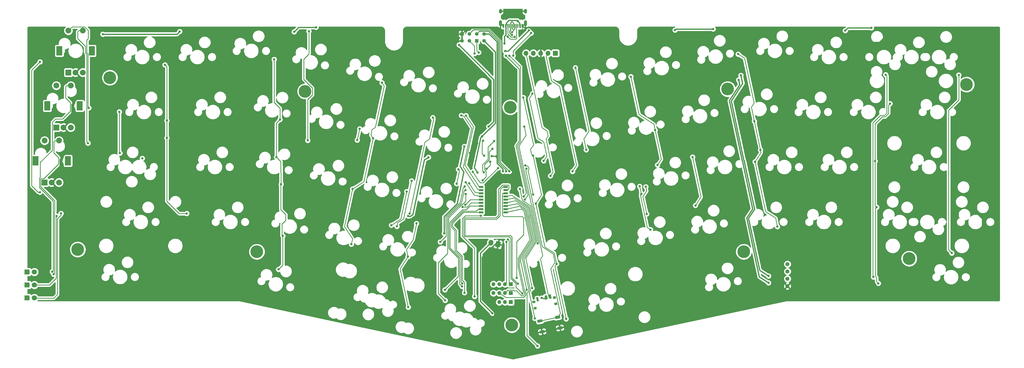
<source format=gbr>
%TF.GenerationSoftware,KiCad,Pcbnew,(5.1.10-1-10_14)*%
%TF.CreationDate,2021-06-03T00:35:35+07:00*%
%TF.ProjectId,geulis,6765756c-6973-42e6-9b69-6361645f7063,rev?*%
%TF.SameCoordinates,Original*%
%TF.FileFunction,Copper,L1,Top*%
%TF.FilePolarity,Positive*%
%FSLAX46Y46*%
G04 Gerber Fmt 4.6, Leading zero omitted, Abs format (unit mm)*
G04 Created by KiCad (PCBNEW (5.1.10-1-10_14)) date 2021-06-03 00:35:35*
%MOMM*%
%LPD*%
G01*
G04 APERTURE LIST*
%TA.AperFunction,SMDPad,CuDef*%
%ADD10C,0.100000*%
%TD*%
%TA.AperFunction,ComponentPad*%
%ADD11O,1.350000X1.350000*%
%TD*%
%TA.AperFunction,ComponentPad*%
%ADD12R,1.350000X1.350000*%
%TD*%
%TA.AperFunction,ComponentPad*%
%ADD13C,2.000000*%
%TD*%
%TA.AperFunction,ComponentPad*%
%ADD14R,2.000000X3.200000*%
%TD*%
%TA.AperFunction,ComponentPad*%
%ADD15R,2.000000X2.000000*%
%TD*%
%TA.AperFunction,ComponentPad*%
%ADD16C,1.397000*%
%TD*%
%TA.AperFunction,SMDPad,CuDef*%
%ADD17R,0.600000X1.450000*%
%TD*%
%TA.AperFunction,SMDPad,CuDef*%
%ADD18R,0.300000X1.450000*%
%TD*%
%TA.AperFunction,ComponentPad*%
%ADD19O,1.000000X2.100000*%
%TD*%
%TA.AperFunction,ComponentPad*%
%ADD20O,1.000000X1.600000*%
%TD*%
%TA.AperFunction,ComponentPad*%
%ADD21R,1.524000X0.700000*%
%TD*%
%TA.AperFunction,ComponentPad*%
%ADD22O,1.700000X1.700000*%
%TD*%
%TA.AperFunction,ComponentPad*%
%ADD23R,1.700000X1.700000*%
%TD*%
%TA.AperFunction,ComponentPad*%
%ADD24C,1.800000*%
%TD*%
%TA.AperFunction,ComponentPad*%
%ADD25R,1.800000X1.800000*%
%TD*%
%TA.AperFunction,ComponentPad*%
%ADD26R,1.270000X1.270000*%
%TD*%
%TA.AperFunction,ComponentPad*%
%ADD27O,1.270000X1.270000*%
%TD*%
%TA.AperFunction,ComponentPad*%
%ADD28C,4.400000*%
%TD*%
%TA.AperFunction,ViaPad*%
%ADD29C,0.800000*%
%TD*%
%TA.AperFunction,Conductor*%
%ADD30C,0.250000*%
%TD*%
%TA.AperFunction,Conductor*%
%ADD31C,0.381000*%
%TD*%
%TA.AperFunction,Conductor*%
%ADD32C,0.300000*%
%TD*%
%TA.AperFunction,Conductor*%
%ADD33C,0.254000*%
%TD*%
%TA.AperFunction,Conductor*%
%ADD34C,0.100000*%
%TD*%
G04 APERTURE END LIST*
%TA.AperFunction,SMDPad,CuDef*%
D10*
%TO.P,JP7,2*%
%TO.N,VBAT*%
G36*
X205302295Y34820988D02*
G01*
X205539938Y33702966D01*
X204918815Y33570942D01*
X204681172Y34688964D01*
X205302295Y34820988D01*
G37*
%TD.AperFunction*%
%TA.AperFunction,SMDPad,CuDef*%
%TO.P,JP7,1*%
%TO.N,Net-(JP7-Pad1)*%
G36*
X206281185Y35029058D02*
G01*
X206518828Y33911036D01*
X205897705Y33779012D01*
X205660062Y34897034D01*
X206281185Y35029058D01*
G37*
%TD.AperFunction*%
%TD*%
D11*
%TO.P,J8,3*%
%TO.N,/P0.19*%
X188748318Y32508661D03*
%TO.P,J8,2*%
%TO.N,/P0.16*%
X190748318Y32508661D03*
D12*
%TO.P,J8,1*%
%TO.N,/P0.13*%
X192748318Y32508661D03*
%TD*%
D11*
%TO.P,J9,4*%
%TO.N,/P0.14*%
X186748316Y35658664D03*
%TO.P,J9,3*%
%TO.N,/P1.05*%
X188748316Y35658664D03*
%TO.P,J9,2*%
%TO.N,/P1.07*%
X190748316Y35658664D03*
D12*
%TO.P,J9,1*%
%TO.N,/P1.14*%
X192748316Y35658664D03*
%TD*%
D11*
%TO.P,J7,4*%
%TO.N,/P1.12*%
X186748323Y38758664D03*
%TO.P,J7,3*%
%TO.N,/P0.25*%
X188748323Y38758664D03*
%TO.P,J7,2*%
%TO.N,NFC1*%
X190748323Y38758664D03*
D12*
%TO.P,J7,1*%
%TO.N,NFC2*%
X192748323Y38758664D03*
%TD*%
%TA.AperFunction,SMDPad,CuDef*%
D10*
%TO.P,SW_RESET1,2*%
%TO.N,GND*%
G36*
X209000225Y22903039D02*
G01*
X208792314Y23881187D01*
X210455165Y24234637D01*
X210663076Y23256489D01*
X209000225Y22903039D01*
G37*
%TD.AperFunction*%
%TA.AperFunction,SMDPad,CuDef*%
G36*
X202837895Y21593196D02*
G01*
X202629984Y22571344D01*
X204292835Y22924794D01*
X204500746Y21946646D01*
X202837895Y21593196D01*
G37*
%TD.AperFunction*%
%TA.AperFunction,SMDPad,CuDef*%
%TO.P,SW_RESET1,1*%
%TO.N,RESET*%
G36*
X208210161Y26620000D02*
G01*
X208002250Y27598148D01*
X209665101Y27951598D01*
X209873012Y26973450D01*
X208210161Y26620000D01*
G37*
%TD.AperFunction*%
%TA.AperFunction,SMDPad,CuDef*%
G36*
X202047831Y25310157D02*
G01*
X201839920Y26288305D01*
X203502771Y26641755D01*
X203710682Y25663607D01*
X202047831Y25310157D01*
G37*
%TD.AperFunction*%
%TD*%
%TA.AperFunction,SMDPad,CuDef*%
%TO.P,SW67,*%
%TO.N,*%
G36*
X200313172Y32081264D02*
G01*
X200146843Y32863782D01*
X201124990Y33071694D01*
X201291319Y32289176D01*
X200313172Y32081264D01*
G37*
%TD.AperFunction*%
%TA.AperFunction,SMDPad,CuDef*%
G36*
X207453650Y33599020D02*
G01*
X207287321Y34381538D01*
X208265468Y34589450D01*
X208431797Y33806932D01*
X207453650Y33599020D01*
G37*
%TD.AperFunction*%
%TA.AperFunction,SMDPad,CuDef*%
G36*
X207913134Y31437314D02*
G01*
X207746805Y32219832D01*
X208724952Y32427744D01*
X208891281Y31645226D01*
X207913134Y31437314D01*
G37*
%TD.AperFunction*%
%TA.AperFunction,SMDPad,CuDef*%
G36*
X200772657Y29919558D02*
G01*
X200606328Y30702076D01*
X201584475Y30909988D01*
X201750804Y30127470D01*
X200772657Y29919558D01*
G37*
%TD.AperFunction*%
%TA.AperFunction,SMDPad,CuDef*%
%TO.P,SW67,3*%
%TO.N,Net-(JP7-Pad1)*%
G36*
X206168591Y33632574D02*
G01*
X205856724Y35099796D01*
X206541427Y35245334D01*
X206853294Y33778112D01*
X206168591Y33632574D01*
G37*
%TD.AperFunction*%
%TA.AperFunction,SMDPad,CuDef*%
%TO.P,SW67,2*%
%TO.N,VBAT*%
G36*
X204701370Y33320707D02*
G01*
X204389503Y34787929D01*
X205074206Y34933467D01*
X205386073Y33466245D01*
X204701370Y33320707D01*
G37*
%TD.AperFunction*%
%TA.AperFunction,SMDPad,CuDef*%
%TO.P,SW67,1*%
%TO.N,Net-(SW67-Pad1)*%
G36*
X201766927Y32696972D02*
G01*
X201455060Y34164194D01*
X202139763Y34309732D01*
X202451630Y32842510D01*
X201766927Y32696972D01*
G37*
%TD.AperFunction*%
%TD*%
D13*
%TO.P,SW58_2,S1*%
%TO.N,r9*%
X36596495Y88487394D03*
%TO.P,SW58_2,S2*%
%TO.N,rot3s2*%
X31596495Y88487394D03*
D14*
%TO.P,SW58_2,MP*%
%TO.N,N/C*%
X39696495Y81487394D03*
X28496495Y81487394D03*
D13*
%TO.P,SW58_2,B*%
%TO.N,rot3b*%
X36596495Y73987394D03*
%TO.P,SW58_2,C*%
%TO.N,GND*%
X34096495Y73987394D03*
D15*
%TO.P,SW58_2,A*%
%TO.N,rot3a*%
X31596495Y73987394D03*
%TD*%
D13*
%TO.P,SW_57_2,S1*%
%TO.N,r8*%
X40666497Y107537396D03*
%TO.P,SW_57_2,S2*%
%TO.N,rot2s2*%
X35666497Y107537396D03*
D14*
%TO.P,SW_57_2,MP*%
%TO.N,N/C*%
X43766497Y100537396D03*
X32566497Y100537396D03*
D13*
%TO.P,SW_57_2,B*%
%TO.N,rot2b*%
X40666497Y93037396D03*
%TO.P,SW_57_2,C*%
%TO.N,GND*%
X38166497Y93037396D03*
D15*
%TO.P,SW_57_2,A*%
%TO.N,rot2a*%
X35666497Y93037396D03*
%TD*%
D16*
%TO.P,OL1,4*%
%TO.N,GND*%
X288372632Y38063677D03*
%TO.P,OL1,3*%
%TO.N,OLED_POWER*%
X288372632Y40603677D03*
%TO.P,OL1,2*%
%TO.N,SCL*%
X288372632Y43143677D03*
%TO.P,OL1,1*%
%TO.N,SDA*%
X288372632Y45683677D03*
%TD*%
D13*
%TO.P,SW29_2,S1*%
%TO.N,r4*%
X44826489Y126587408D03*
%TO.P,SW29_2,S2*%
%TO.N,rot1s2*%
X39826489Y126587408D03*
D14*
%TO.P,SW29_2,MP*%
%TO.N,N/C*%
X47926489Y119587408D03*
X36726489Y119587408D03*
D13*
%TO.P,SW29_2,B*%
%TO.N,rot1b*%
X44826489Y112087408D03*
%TO.P,SW29_2,C*%
%TO.N,GND*%
X42326489Y112087408D03*
D15*
%TO.P,SW29_2,A*%
%TO.N,rot1a*%
X39826489Y112087408D03*
%TD*%
%TO.P,J4,2*%
%TO.N,VBAT*%
%TA.AperFunction,ComponentPad*%
G36*
G01*
X186734004Y53061447D02*
X186671630Y52768003D01*
G75*
G02*
X185663480Y52113303I-831425J176725D01*
G01*
X185663480Y52113303D01*
G75*
G02*
X185008780Y53121453I176725J831425D01*
G01*
X185071154Y53414897D01*
G75*
G02*
X186079304Y54069597I831425J-176725D01*
G01*
X186079304Y54069597D01*
G75*
G02*
X186734004Y53061447I-176725J-831425D01*
G01*
G37*
%TD.AperFunction*%
%TO.P,J4,1*%
%TO.N,GND*%
%TA.AperFunction,ComponentPad*%
G36*
G01*
X189304120Y53128557D02*
X188992253Y51661335D01*
G75*
G02*
X188695738Y51468776I-244537J51978D01*
G01*
X187521961Y51718270D01*
G75*
G02*
X187329402Y52014785I51978J244537D01*
G01*
X187641269Y53482007D01*
G75*
G02*
X187937784Y53674566I244537J-51978D01*
G01*
X189111561Y53425072D01*
G75*
G02*
X189304120Y53128557I-51978J-244537D01*
G01*
G37*
%TD.AperFunction*%
%TD*%
D17*
%TO.P,J1,B1*%
%TO.N,GND*%
X190221496Y128222402D03*
%TO.P,J1,A9*%
%TO.N,Net-(F2-Pad2)*%
X191021496Y128222402D03*
%TO.P,J1,B9*%
X195921496Y128222402D03*
%TO.P,J1,B12*%
%TO.N,GND*%
X196721496Y128222402D03*
%TO.P,J1,A1*%
X196721496Y128222402D03*
%TO.P,J1,A4*%
%TO.N,Net-(F2-Pad2)*%
X195921496Y128222402D03*
%TO.P,J1,B4*%
X191021496Y128222402D03*
%TO.P,J1,A12*%
%TO.N,GND*%
X190221496Y128222402D03*
D18*
%TO.P,J1,B8*%
%TO.N,Net-(J1-PadB8)*%
X195221496Y128222402D03*
%TO.P,J1,A5*%
%TO.N,cc1*%
X194721496Y128222402D03*
%TO.P,J1,B7*%
%TO.N,d-*%
X194221496Y128222402D03*
%TO.P,J1,A7*%
X193221496Y128222402D03*
%TO.P,J1,B6*%
%TO.N,d+*%
X192721496Y128222402D03*
%TO.P,J1,A8*%
%TO.N,Net-(J1-PadA8)*%
X192221496Y128222402D03*
%TO.P,J1,B5*%
%TO.N,cc2*%
X191721496Y128222402D03*
%TO.P,J1,A6*%
%TO.N,d+*%
X193721496Y128222402D03*
D19*
%TO.P,J1,S1*%
%TO.N,GND*%
X189151496Y129137402D03*
X197791496Y129137402D03*
D20*
X197791496Y133317402D03*
X189151496Y133317402D03*
%TD*%
D19*
%TO.P,J2,S1*%
%TO.N,GND*%
X197791496Y129137402D03*
X189151496Y129137402D03*
D20*
X189151496Y133317402D03*
X197791496Y133317402D03*
%TD*%
D21*
%TO.P,U1,55*%
%TO.N,/P0.16*%
X190988993Y72422404D03*
%TO.P,U1,54*%
%TO.N,/P0.13*%
X190988993Y71322404D03*
%TO.P,U1,53*%
%TO.N,/P0.14*%
X190988993Y70222404D03*
%TO.P,U1,52*%
%TO.N,SDA*%
X190988993Y69122404D03*
%TO.P,U1,51*%
%TO.N,SCL*%
X190988993Y68022404D03*
%TO.P,U1,50*%
%TO.N,BUZZER_A*%
X190988993Y66922404D03*
%TO.P,U1,49*%
%TO.N,BUZZER_B*%
X190988993Y65822404D03*
%TO.P,U1,48*%
%TO.N,/P1.05*%
X190988993Y64722404D03*
%TO.P,U1,47*%
%TO.N,/P1.07*%
X190988993Y63622404D03*
%TO.P,U1,46*%
%TO.N,rot1b*%
X182488993Y72422404D03*
%TO.P,U1,45*%
%TO.N,rot1a*%
X182488993Y71322404D03*
%TO.P,U1,44*%
%TO.N,rot2a*%
X182488993Y70222404D03*
%TO.P,U1,43*%
%TO.N,rot2b*%
X182488993Y69122404D03*
%TO.P,U1,42*%
%TO.N,rot3a*%
X182488993Y68022404D03*
%TO.P,U1,41*%
%TO.N,rot3b*%
X182488993Y66922404D03*
%TO.P,U1,40*%
%TO.N,/P0.25*%
X182488993Y65822404D03*
%TO.P,U1,39*%
%TO.N,/P1.12*%
X182488993Y64722404D03*
%TO.P,U1,38*%
%TO.N,/P1.14*%
X182488993Y63622404D03*
%TD*%
%TO.P,D129,2*%
%TO.N,LED_INDICATOR2*%
%TA.AperFunction,SMDPad,CuDef*%
G36*
G01*
X27191761Y33695043D02*
X27191761Y34170043D01*
G75*
G02*
X27429261Y34407543I237500J0D01*
G01*
X28004261Y34407543D01*
G75*
G02*
X28241761Y34170043I0J-237500D01*
G01*
X28241761Y33695043D01*
G75*
G02*
X28004261Y33457543I-237500J0D01*
G01*
X27429261Y33457543D01*
G75*
G02*
X27191761Y33695043I0J237500D01*
G01*
G37*
%TD.AperFunction*%
%TO.P,D129,1*%
%TO.N,Net-(D127-Pad1)*%
%TA.AperFunction,SMDPad,CuDef*%
G36*
G01*
X25441761Y33695043D02*
X25441761Y34170043D01*
G75*
G02*
X25679261Y34407543I237500J0D01*
G01*
X26254261Y34407543D01*
G75*
G02*
X26491761Y34170043I0J-237500D01*
G01*
X26491761Y33695043D01*
G75*
G02*
X26254261Y33457543I-237500J0D01*
G01*
X25679261Y33457543D01*
G75*
G02*
X25441761Y33695043I0J237500D01*
G01*
G37*
%TD.AperFunction*%
%TD*%
%TO.P,D54,2*%
%TO.N,VBUS*%
%TA.AperFunction,SMDPad,CuDef*%
G36*
G01*
X27201495Y42684903D02*
X27201495Y43159903D01*
G75*
G02*
X27438995Y43397403I237500J0D01*
G01*
X28013995Y43397403D01*
G75*
G02*
X28251495Y43159903I0J-237500D01*
G01*
X28251495Y42684903D01*
G75*
G02*
X28013995Y42447403I-237500J0D01*
G01*
X27438995Y42447403D01*
G75*
G02*
X27201495Y42684903I0J237500D01*
G01*
G37*
%TD.AperFunction*%
%TO.P,D54,1*%
%TO.N,Net-(D128-Pad1)*%
%TA.AperFunction,SMDPad,CuDef*%
G36*
G01*
X25451495Y42684903D02*
X25451495Y43159903D01*
G75*
G02*
X25688995Y43397403I237500J0D01*
G01*
X26263995Y43397403D01*
G75*
G02*
X26501495Y43159903I0J-237500D01*
G01*
X26501495Y42684903D01*
G75*
G02*
X26263995Y42447403I-237500J0D01*
G01*
X25688995Y42447403D01*
G75*
G02*
X25451495Y42684903I0J237500D01*
G01*
G37*
%TD.AperFunction*%
%TD*%
%TO.P,D53,2*%
%TO.N,LED_INDICATOR*%
%TA.AperFunction,SMDPad,CuDef*%
G36*
G01*
X27201495Y38284902D02*
X27201495Y38759902D01*
G75*
G02*
X27438995Y38997402I237500J0D01*
G01*
X28013995Y38997402D01*
G75*
G02*
X28251495Y38759902I0J-237500D01*
G01*
X28251495Y38284902D01*
G75*
G02*
X28013995Y38047402I-237500J0D01*
G01*
X27438995Y38047402D01*
G75*
G02*
X27201495Y38284902I0J237500D01*
G01*
G37*
%TD.AperFunction*%
%TO.P,D53,1*%
%TO.N,Net-(D126-Pad1)*%
%TA.AperFunction,SMDPad,CuDef*%
G36*
G01*
X25451495Y38284902D02*
X25451495Y38759902D01*
G75*
G02*
X25688995Y38997402I237500J0D01*
G01*
X26263995Y38997402D01*
G75*
G02*
X26501495Y38759902I0J-237500D01*
G01*
X26501495Y38284902D01*
G75*
G02*
X26263995Y38047402I-237500J0D01*
G01*
X25688995Y38047402D01*
G75*
G02*
X25451495Y38284902I0J237500D01*
G01*
G37*
%TD.AperFunction*%
%TD*%
D22*
%TO.P,J6,5*%
%TO.N,T_CLK*%
X198002746Y118747395D03*
%TO.P,J6,4*%
%TO.N,TRACPOINT_POWER*%
X200542746Y118747395D03*
%TO.P,J6,3*%
%TO.N,GND*%
X203082746Y118747395D03*
%TO.P,J6,2*%
%TO.N,T_DATA*%
X205622746Y118747395D03*
D23*
%TO.P,J6,1*%
%TO.N,/treset*%
X208162746Y118747395D03*
%TD*%
D24*
%TO.P,D128,2*%
%TO.N,VBUS*%
X28083573Y42964353D03*
D25*
%TO.P,D128,1*%
%TO.N,Net-(D128-Pad1)*%
X25543573Y42964353D03*
%TD*%
D24*
%TO.P,D127,2*%
%TO.N,LED_INDICATOR2*%
X28083573Y33964349D03*
D25*
%TO.P,D127,1*%
%TO.N,Net-(D127-Pad1)*%
X25543573Y33964349D03*
%TD*%
D24*
%TO.P,D126,2*%
%TO.N,LED_INDICATOR*%
X28083569Y38464346D03*
D25*
%TO.P,D126,1*%
%TO.N,Net-(D126-Pad1)*%
X25543569Y38464346D03*
%TD*%
D26*
%TO.P,J5,1*%
%TO.N,GND*%
X175861497Y125412402D03*
D27*
%TO.P,J5,2*%
%TO.N,DATA+*%
X178401497Y125412402D03*
%TO.P,J5,3*%
%TO.N,DATA-*%
X180941497Y125412402D03*
%TO.P,J5,4*%
%TO.N,VBUS*%
X183481497Y125412402D03*
%TD*%
%TO.P,J3,4*%
%TO.N,GND*%
X175871496Y123032395D03*
%TO.P,J3,3*%
%TO.N,SWC*%
X178411496Y123032395D03*
D26*
%TO.P,J3,2*%
%TO.N,SWD*%
X180951496Y123032395D03*
D27*
%TO.P,J3,1*%
%TO.N,nRF_VDD*%
X183491496Y123032395D03*
%TD*%
D28*
%TO.P,H13,1*%
%TO.N,N/C*%
X104982742Y49978656D03*
%TD*%
%TO.P,H12,1*%
%TO.N,N/C*%
X121651490Y105541150D03*
%TD*%
%TO.P,H11,1*%
%TO.N,N/C*%
X273257747Y49978658D03*
%TD*%
%TO.P,H10,1*%
%TO.N,N/C*%
X350251487Y107922401D03*
%TD*%
%TO.P,H8,1*%
%TO.N,N/C*%
X330407744Y47597398D03*
%TD*%
%TO.P,H7,1*%
%TO.N,N/C*%
X267701491Y106334897D03*
%TD*%
%TO.P,H5,1*%
%TO.N,N/C*%
X43070244Y50772397D03*
%TD*%
%TO.P,H4,1*%
%TO.N,N/C*%
X193088995Y24578652D03*
%TD*%
%TO.P,H3,1*%
%TO.N,N/C*%
X192562749Y100047405D03*
%TD*%
%TO.P,H2,1*%
%TO.N,N/C*%
X54182741Y110303653D03*
%TD*%
D29*
%TO.N,c0*%
X73216761Y114721666D03*
X73866760Y95421663D03*
X80716761Y63221670D03*
X73866758Y89399118D03*
%TO.N,Net-(D3-Pad2)*%
X65364304Y82349134D03*
X57450278Y98454294D03*
X57650280Y84154301D03*
%TO.N,c1*%
X110936132Y116623183D03*
X112950275Y95754300D03*
X111750276Y82754295D03*
X113950272Y55454300D03*
X112450274Y43854299D03*
X113350382Y73389543D03*
%TO.N,c2*%
X148221274Y108544629D03*
X138039704Y71706499D03*
X157296827Y30757892D03*
X145125406Y89249280D03*
X137642953Y52604188D03*
X157202259Y48268530D03*
X160142807Y59777504D03*
%TO.N,c3*%
X197100006Y103391229D03*
X201350003Y66691229D03*
X211855490Y26723409D03*
X208558491Y45785142D03*
X200414688Y83267681D03*
%TO.N,Net-(D18-Pad1)*%
X200487387Y69804890D03*
X197738217Y79852876D03*
X188333518Y78978244D03*
X179623521Y77678249D03*
X174593385Y78542970D03*
X173993992Y73558672D03*
%TO.N,c4*%
X234250000Y110641231D03*
X237300001Y72641232D03*
X242602470Y92116028D03*
X243434563Y80024810D03*
X241036839Y57637068D03*
X237863171Y69991752D03*
%TO.N,c5*%
X271300005Y118441229D03*
X276907556Y95216200D03*
X277135739Y81156401D03*
X284879084Y58675063D03*
X279028841Y85236355D03*
%TO.N,c6*%
X318641774Y81391235D03*
X319183791Y65415182D03*
X319783793Y39015175D03*
X323783793Y101315177D03*
%TO.N,Net-(D33-Pad1)*%
X322283794Y111315173D03*
X318057202Y41232249D03*
%TO.N,r0*%
X215060294Y113721637D03*
X218781091Y85305778D03*
%TO.N,r1*%
X204112954Y81482307D03*
X200237973Y104744374D03*
%TO.N,r2*%
X139653529Y88676631D03*
X140534082Y92578820D03*
%TO.N,r3*%
X184389800Y78668013D03*
X185669081Y81161965D03*
%TO.N,r4*%
X255554293Y82790178D03*
X256549968Y66017311D03*
X153367063Y58763053D03*
X158435758Y74533000D03*
X46600000Y87600000D03*
%TO.N,r5*%
X239387108Y72483642D03*
X239698899Y63048908D03*
X151459677Y59168485D03*
X156768493Y70836567D03*
%TO.N,r6*%
X195884432Y71740170D03*
X202087351Y52859889D03*
%TO.N,r7*%
X176853407Y72581947D03*
X168374784Y53375020D03*
%TO.N,r8*%
X347566761Y111221663D03*
X345166764Y49521670D03*
X34241879Y43044218D03*
X169959729Y36782930D03*
X177165052Y69959850D03*
%TO.N,r9*%
X34741751Y42178103D03*
X170053066Y33133777D03*
X177044079Y71314609D03*
%TO.N,rot1s2*%
X46900000Y99800000D03*
%TO.N,rot1b*%
X177267756Y97163862D03*
%TO.N,rot1a*%
X175628402Y97200672D03*
%TO.N,rot3b*%
X176099265Y65503012D03*
%TO.N,rot3a*%
X176994714Y66234910D03*
%TO.N,rot2b*%
X177165272Y74049168D03*
%TO.N,rot2a*%
X178367168Y73691464D03*
%TO.N,EXT_VCC*%
X174866760Y121621666D03*
X185074786Y93363639D03*
X271469630Y109495441D03*
X281808909Y39209168D03*
%TO.N,GND*%
X194962745Y74647407D03*
X322966765Y127571664D03*
X312621993Y122726896D03*
X34616764Y36921667D03*
X353716761Y77971671D03*
X355616763Y48271661D03*
X167428967Y120909467D03*
X29375998Y36217630D03*
X212338823Y25008494D03*
X188531978Y16257753D03*
X181132379Y87553859D03*
X178639482Y84231292D03*
X190606615Y87191373D03*
X190177806Y91854112D03*
X78400000Y81200000D03*
X76000000Y102700000D03*
X87000000Y88100000D03*
X90200000Y74800000D03*
X119700000Y77100000D03*
X138200000Y93200000D03*
X132100000Y114200000D03*
X163600000Y65100000D03*
X149400000Y67400000D03*
X184400000Y42400000D03*
X144200000Y53400000D03*
X127800000Y38500000D03*
X61100000Y43000000D03*
X248300000Y28800000D03*
X228500000Y40900000D03*
X269300000Y61100000D03*
X259000000Y77000000D03*
X265400000Y82700000D03*
X296000000Y80000000D03*
X315000000Y79700000D03*
X311700000Y60300000D03*
X247900000Y110400000D03*
X230400000Y106800000D03*
X267100000Y98200000D03*
X306200000Y99100000D03*
X229600000Y90700000D03*
X247400000Y99600000D03*
X227500000Y76200000D03*
X219000000Y73900000D03*
X232700000Y54400000D03*
X217800000Y38400000D03*
X214100000Y29300000D03*
X188400000Y24500000D03*
X275600000Y46000000D03*
X357800000Y112300000D03*
X360800000Y106600000D03*
X331100000Y58000000D03*
X337700000Y56300000D03*
X179700000Y108900000D03*
X209600000Y92200000D03*
X183837114Y49062886D03*
X163900000Y55100000D03*
X139800000Y79000000D03*
X123300000Y83600000D03*
X129600000Y81200000D03*
X164800000Y73700000D03*
X167900000Y75600000D03*
X101100000Y73400000D03*
X93400000Y81200000D03*
X68000000Y81400000D03*
X185300000Y114100000D03*
X191800000Y114400000D03*
X193600000Y132500000D03*
X92400000Y119600000D03*
X64600000Y103300000D03*
X36900000Y104700000D03*
X38800000Y116500000D03*
X142100000Y114900000D03*
X117000000Y62700000D03*
X153300000Y33900000D03*
X285500000Y62600000D03*
X291200000Y65600000D03*
X281900000Y101900000D03*
X287300000Y103300000D03*
X243000000Y96100000D03*
X212200000Y83600000D03*
X201800000Y88100000D03*
X234700000Y58900000D03*
X213300000Y53700000D03*
X317100000Y115300000D03*
X45100000Y118500000D03*
X202400000Y40500000D03*
%TO.N,Net-(C18-Pad1)*%
X183501493Y83253647D03*
X183151496Y88422407D03*
%TO.N,nRF_VDD*%
X182817120Y89988028D03*
X272254515Y111093545D03*
X281819785Y41562861D03*
X181266365Y77397137D03*
%TO.N,VBAT*%
X176662747Y86447406D03*
X203421208Y33962062D03*
X186356889Y28651489D03*
X169708464Y56339834D03*
%TO.N,LED_UNDERGLOW*%
X122950275Y126354303D03*
X122550273Y88554299D03*
%TO.N,Net-(D36-Pad2)*%
X199766763Y125721675D03*
X193566763Y117921663D03*
%TO.N,Net-(D50-Pad2)*%
X30016762Y115771668D03*
X29991287Y70596647D03*
%TO.N,VBUS*%
X186101495Y83086144D03*
X190062747Y77847403D03*
X157296286Y62335222D03*
X164278432Y82701234D03*
%TO.N,LED_INDICATOR*%
X35741750Y62366761D03*
%TO.N,SWC*%
X191032480Y117931263D03*
X180216761Y118669135D03*
X197259499Y69118778D03*
%TO.N,SWD*%
X192266761Y117921669D03*
X181673333Y119020039D03*
X197610423Y68036274D03*
%TO.N,DATA+*%
X192228393Y77813049D03*
%TO.N,DATA-*%
X191162742Y77847400D03*
%TO.N,SCL*%
X201063594Y26853464D03*
%TO.N,SDA*%
X200078535Y37378658D03*
%TO.N,Net-(JP7-Pad1)*%
X197360110Y93336280D03*
%TO.N,POWER_PIN*%
X186951491Y88322401D03*
X183444288Y77515200D03*
%TO.N,BATTERY_PIN*%
X186362742Y85647402D03*
X183020858Y74690908D03*
%TO.N,Net-(R9-Pad2)*%
X157796792Y63200964D03*
X165791149Y96451327D03*
%TO.N,RESET*%
X198202118Y78793548D03*
%TO.N,cc1*%
X191613593Y124498255D03*
%TO.N,d-*%
X193162741Y126047397D03*
%TO.N,d+*%
X193162742Y125047406D03*
%TO.N,cc2*%
X194062743Y124447398D03*
%TO.N,Net-(F2-Pad2)*%
X190562747Y122147404D03*
X195083448Y129938351D03*
%TO.N,BUZZER_B*%
X198256732Y36810968D03*
%TO.N,BUZZER_A*%
X201962794Y17332361D03*
%TO.N,LED_INDICATOR2*%
X37281226Y63271698D03*
%TO.N,T_CLK*%
X206423727Y76266207D03*
%TO.N,T_DATA*%
X214068872Y77814547D03*
%TO.N,UNDERGLOW_POWER*%
X117866758Y126171671D03*
X125442492Y127747398D03*
X308316765Y126621670D03*
X317391024Y127547407D03*
X78316758Y126271666D03*
X51741266Y125350533D03*
X262691024Y127147399D03*
X249500037Y126795812D03*
X198986307Y126666992D03*
X190765642Y119470936D03*
%TO.N,NFC2*%
X191720344Y54254698D03*
%TO.N,NFC1*%
X191189752Y53407057D03*
%TO.N,/P1.12*%
X176020858Y38976462D03*
%TO.N,/P0.14*%
X194800000Y40950000D03*
%TO.N,/P0.13*%
X196720198Y35505121D03*
%TO.N,/P0.16*%
X195237543Y38910012D03*
%TO.N,/P0.25*%
X175885014Y37985722D03*
%TO.N,/P1.14*%
X176733518Y35789124D03*
%TO.N,/P0.19*%
X180216759Y34469562D03*
X182381545Y62451080D03*
%TD*%
D30*
%TO.N,c0*%
X73866761Y114071667D02*
X73866760Y95421663D01*
X73216761Y114721666D02*
X73866761Y114071667D01*
X78112455Y63221667D02*
X80716761Y63221670D01*
X73866763Y67467355D02*
X78112455Y63221667D01*
X73866760Y95421663D02*
X73866758Y89399118D01*
X73866758Y89399118D02*
X73866763Y67467355D01*
%TO.N,Net-(D3-Pad2)*%
X57450275Y84354301D02*
X57650280Y84154301D01*
X57450278Y98454294D02*
X57450275Y84354301D01*
%TO.N,c1*%
X112950278Y99715588D02*
X112950275Y95754300D01*
X110936131Y101729730D02*
X112950278Y99715588D01*
X110936132Y116623183D02*
X110936131Y101729730D01*
X111750277Y94554294D02*
X111750276Y82754295D01*
X112950275Y95754300D02*
X111750277Y94554294D01*
X114932843Y60795728D02*
X113650274Y59513159D01*
X114932848Y62890038D02*
X114932843Y60795728D01*
X113275395Y64547487D02*
X114932848Y62890038D01*
X111750276Y82754295D02*
X113275395Y81229180D01*
X113650272Y55754300D02*
X113950272Y55454300D01*
X113650274Y59513159D02*
X113650272Y55754300D01*
X113950281Y45354301D02*
X112450274Y43854299D01*
X113950272Y55454300D02*
X113950281Y45354301D01*
X113298941Y73356135D02*
X113350382Y73389543D01*
X113275393Y73245354D02*
X113298941Y73356135D01*
X113275395Y81229180D02*
X113350382Y73389543D01*
X113275393Y73245354D02*
X113275395Y64547487D01*
%TO.N,c2*%
X144367874Y90415789D02*
X145125406Y89249280D01*
X144778989Y92349963D02*
X144367874Y90415789D01*
X145928264Y93096309D02*
X144778989Y92349963D01*
X148967619Y107395365D02*
X145928264Y93096309D01*
X148221274Y108544629D02*
X148967619Y107395365D01*
X141934150Y74235588D02*
X138039704Y71706499D01*
X145125406Y89249280D02*
X141934150Y74235588D01*
X138037922Y54462363D02*
X137642953Y52604188D01*
X135277769Y58712622D02*
X138037922Y54462363D01*
X138039704Y71706499D02*
X135277769Y58712622D01*
X157296827Y30757892D02*
X154469337Y44060200D01*
X154469337Y44060200D02*
X157202259Y48268530D01*
X156688137Y50687270D02*
X158951407Y54172404D01*
X157202259Y48268530D02*
X156688137Y50687270D01*
X160025192Y59224180D02*
X160142807Y59777504D01*
X158951407Y54172404D02*
X160025192Y59224180D01*
%TO.N,c3*%
X207762417Y49530345D02*
X208558491Y45785142D01*
X204554909Y51613325D02*
X207762417Y49530345D01*
X201350003Y66691229D02*
X204554909Y51613325D01*
X207989899Y44909580D02*
X208558491Y45785142D01*
X211855490Y26723409D02*
X207989899Y44909580D01*
X199940263Y83575782D02*
X200414688Y83267681D01*
X201350003Y66691229D02*
X203299901Y69693816D01*
X203299901Y69693816D02*
X200414688Y83267681D01*
X200579546Y87021270D02*
X199546146Y85429971D01*
X199546146Y85429971D02*
X199940263Y83575782D01*
X197100006Y103391229D02*
X200579546Y87021270D01*
%TO.N,Net-(D18-Pad1)*%
X200487387Y69804890D02*
X198782511Y77825698D01*
X198812703Y79408033D02*
X198031660Y79915249D01*
X198983630Y78603890D02*
X198812703Y79408033D01*
X198707486Y78178666D02*
X198983630Y78603890D01*
X198782511Y77825698D02*
X198707486Y78178666D01*
X198031660Y79915249D02*
X197738217Y79852876D01*
X182333515Y73828246D02*
X181483518Y74678246D01*
X184908518Y75553244D02*
X184083515Y74728246D01*
X183183518Y73828245D02*
X184908518Y75553244D01*
X188333518Y78978244D02*
X184908518Y75553244D01*
X183133516Y73828244D02*
X183183518Y73828245D01*
X183133516Y73828244D02*
X182333515Y73828246D01*
X181505275Y74780603D02*
X179623521Y77678249D01*
X181483518Y74678246D02*
X181505275Y74780603D01*
X174939990Y78009245D02*
X173993992Y73558672D01*
X174593385Y78542970D02*
X174939990Y78009245D01*
%TO.N,c4*%
X242158282Y94205773D02*
X242602470Y92116028D01*
X237036472Y97531918D02*
X242158282Y94205773D01*
X234250000Y110641231D02*
X237036472Y97531918D01*
X244743963Y82041104D02*
X243434563Y80024810D01*
X242602470Y92116028D02*
X244743963Y82041104D01*
X237300001Y72641232D02*
X237863171Y69991752D01*
X240562415Y57945159D02*
X241036839Y57637068D01*
X237555076Y69517329D02*
X239927123Y58357723D01*
X237863171Y69991752D02*
X237555076Y69517329D01*
X239927123Y58357723D02*
X240562415Y57945159D01*
%TO.N,c5*%
X275869999Y100097530D02*
X276907556Y95216200D01*
X276793746Y101519982D02*
X275869999Y100097530D01*
X273500814Y117012006D02*
X276793746Y101519982D01*
X271300005Y118441229D02*
X273500814Y117012006D01*
X279215379Y84358767D02*
X277135739Y81156401D01*
X276907556Y95216200D02*
X279028841Y85236355D01*
X280803538Y63900762D02*
X284243111Y61667085D01*
X277135739Y81156401D02*
X280803538Y63900762D01*
X284243111Y61667085D02*
X284879084Y58675063D01*
X279028841Y85236355D02*
X279215379Y84358767D01*
%TO.N,c6*%
X318641769Y90682994D02*
X318641774Y81391235D01*
X318641774Y81391235D02*
X318641774Y65957194D01*
X318641774Y65957194D02*
X319183791Y65415182D01*
X319183793Y39615179D02*
X319783793Y39015175D01*
X318641769Y90682994D02*
X318641773Y94273155D01*
X322158895Y96747393D02*
X323283795Y97872287D01*
X321116005Y96747395D02*
X322158895Y96747393D01*
X318641773Y94273155D02*
X321116005Y96747395D01*
X323283794Y100815178D02*
X323783793Y101315177D01*
X323283795Y97872287D02*
X323283794Y100815178D01*
X319183791Y65415182D02*
X318700000Y64931391D01*
X318700000Y64931391D02*
X318700000Y41567586D01*
X319183793Y41083793D02*
X319183793Y39615179D01*
X318700000Y41567586D02*
X319183793Y41083793D01*
%TO.N,Net-(D33-Pad1)*%
X317916764Y53848146D02*
X317916765Y53571669D01*
X322683789Y97978785D02*
X321902413Y97197400D01*
X317916765Y94584557D02*
X317916764Y53848146D01*
X322683792Y110915177D02*
X322683789Y97978785D01*
X321902413Y97197400D02*
X320529610Y97197403D01*
X322283794Y111315173D02*
X322683792Y110915177D01*
X320529610Y97197403D02*
X317916765Y94584557D01*
X317916764Y53848146D02*
X317916764Y41372687D01*
X317916764Y41372687D02*
X318057202Y41232249D01*
%TO.N,r0*%
X219725949Y91771459D02*
X217978668Y89080881D01*
X217978668Y89080881D02*
X218781091Y85305778D01*
X215060294Y113721637D02*
X219725949Y91771459D01*
%TO.N,r1*%
X202060668Y89376041D02*
X199150097Y103069197D01*
X204112954Y81482307D02*
X205161782Y83097352D01*
X205161782Y83097352D02*
X204110099Y88045127D01*
X204110099Y88045127D02*
X202060668Y89376041D01*
X199150097Y103069197D02*
X200237973Y104744374D01*
%TO.N,r2*%
X140474783Y92540308D02*
X140534082Y92578820D01*
X139653529Y88676631D02*
X140474783Y92540308D01*
%TO.N,r3*%
X184389800Y78668013D02*
X185669083Y79947291D01*
X185669083Y79947291D02*
X185669081Y81161965D01*
%TO.N,r4*%
X258485848Y68998299D02*
X256549968Y66017311D01*
X255554293Y82790178D02*
X258485848Y68998299D01*
X153367063Y58763053D02*
X153637350Y60034645D01*
X153637350Y60034645D02*
X155628950Y61328006D01*
X155628950Y61328006D02*
X158435758Y74533000D01*
X46151477Y118430007D02*
X46151477Y114184912D01*
X46149991Y88050009D02*
X46200001Y87999999D01*
X43412276Y126587408D02*
X43041488Y126216620D01*
X46149991Y100186401D02*
X46149991Y88050009D01*
X46151490Y100187900D02*
X46149991Y100186401D01*
X43041488Y123791407D02*
X45756477Y121076418D01*
X43041488Y126216620D02*
X43041488Y123791407D01*
X45756477Y121076418D02*
X45756477Y118825007D01*
X46149989Y112313600D02*
X46151490Y112312099D01*
X46151477Y114184912D02*
X46149989Y114183424D01*
X44826489Y126587408D02*
X43412276Y126587408D01*
X45756477Y118825007D02*
X46151477Y118430007D01*
X46149989Y114183424D02*
X46149989Y112313600D01*
X46151490Y112312099D02*
X46151490Y100187900D01*
X46200001Y87999999D02*
X46600000Y87600000D01*
%TO.N,r5*%
X239387108Y72483642D02*
X239685830Y71078271D01*
X238409845Y69113421D02*
X239698899Y63048908D01*
X239685830Y71078271D02*
X238409845Y69113421D01*
X154741354Y61299630D02*
X156768493Y70836567D01*
X151459677Y59168485D02*
X154741354Y61299630D01*
%TO.N,r6*%
X195884432Y71740170D02*
X196734570Y67740583D01*
X202311775Y53205471D02*
X202087351Y52859889D01*
X199620620Y65866361D02*
X202311775Y53205471D01*
X196734570Y67740583D02*
X199620620Y65866361D01*
%TO.N,r7*%
X176853407Y72581947D02*
X176168242Y71896781D01*
X176168242Y71896781D02*
X176168241Y71282410D01*
X175260017Y67009590D02*
X170333463Y62083036D01*
X176168241Y71282410D02*
X175260017Y67009590D01*
X170333463Y57757122D02*
X170433474Y57657111D01*
X170333463Y62083036D02*
X170333463Y57757122D01*
X170433474Y57657111D02*
X170433474Y55433709D01*
X170433474Y55433709D02*
X168374784Y53375020D01*
%TO.N,r8*%
X344008991Y50679432D02*
X345166764Y49521670D01*
X344008992Y98973399D02*
X344008991Y50679432D01*
X347566762Y102531170D02*
X344008992Y98973399D01*
X347566761Y111221663D02*
X347566762Y102531170D01*
X40485393Y101650476D02*
X40485395Y98640294D01*
X34341488Y85164372D02*
X30116749Y80939633D01*
X30116749Y75729068D02*
X29821484Y75433802D01*
X38881490Y103254377D02*
X40485393Y101650476D01*
X29821484Y75433802D02*
X29821483Y72280530D01*
X40485395Y98640294D02*
X37766765Y95921663D01*
X35366760Y95921664D02*
X34341495Y94896393D01*
X37766765Y95921663D02*
X35366760Y95921664D01*
X30116749Y80939633D02*
X30116749Y75729068D01*
X40666492Y107537396D02*
X39252283Y107537400D01*
X38881494Y107166614D02*
X38881490Y103254377D01*
X39252283Y107537400D02*
X38881494Y107166614D01*
X34341495Y94896393D02*
X34341488Y85164372D01*
X177165052Y67490138D02*
X177165052Y69959850D01*
X175751263Y66228012D02*
X175902926Y66228014D01*
X171333495Y51100732D02*
X171333496Y58029912D01*
X174626586Y47807641D02*
X171333495Y51100732D01*
X174626587Y41449787D02*
X174626586Y47807641D01*
X171333496Y58029912D02*
X171233485Y58129923D01*
X171233485Y58129923D02*
X171233484Y61710234D01*
X169959729Y36782930D02*
X174626587Y41449787D01*
X171233484Y61710234D02*
X175751263Y66228012D01*
X175902926Y66228014D02*
X177165052Y67490138D01*
X34001007Y68098993D02*
X34616741Y67483258D01*
X34001007Y68101007D02*
X34001007Y68098993D01*
X29821483Y72280530D02*
X34001007Y68101007D01*
X34616741Y64105342D02*
X34566741Y64055342D01*
X34616741Y67483258D02*
X34616741Y64105342D01*
X34566741Y43369080D02*
X34241879Y43044218D01*
X34566741Y64055342D02*
X34566741Y43369080D01*
%TO.N,r9*%
X36415397Y80374327D02*
X31353470Y75312401D01*
X34811493Y88116614D02*
X34811494Y84204372D01*
X30271489Y72466936D02*
X35066751Y67671674D01*
X35066751Y67671674D02*
X35066747Y63918944D01*
X35182281Y88487401D02*
X34811493Y88116614D01*
X30336496Y75312406D02*
X30271491Y75247403D01*
X31353470Y75312401D02*
X30336496Y75312406D01*
X35066747Y63918944D02*
X35016750Y63868943D01*
X36596498Y88487404D02*
X35182281Y88487401D01*
X36415395Y82600472D02*
X36415397Y80374327D01*
X34811494Y84204372D02*
X36415395Y82600472D01*
X35016752Y42453100D02*
X34741751Y42178103D01*
X35016750Y63868943D02*
X35016752Y42453100D01*
X30271491Y75247403D02*
X30271489Y72466936D01*
X167692855Y35493990D02*
X167692855Y46175681D01*
X170053066Y33133777D02*
X167692855Y35493990D01*
X175564863Y66678023D02*
X175649604Y66678023D01*
X167692855Y46175681D02*
X170883485Y49366313D01*
X170883485Y57843513D02*
X170783474Y57943524D01*
X170783472Y61896635D02*
X175564863Y66678023D01*
X176569666Y71006522D02*
X177044079Y71314609D01*
X170883485Y49366313D02*
X170883485Y57843513D01*
X170783474Y57943524D02*
X170783472Y61896635D01*
X175649604Y66678023D02*
X176569666Y71006522D01*
%TO.N,rot1s2*%
X46601488Y118616407D02*
X46601488Y113998512D01*
X46206488Y119011407D02*
X46601488Y118616407D01*
X46206488Y123306405D02*
X46206488Y119011407D01*
X46691490Y123791407D02*
X46206488Y123306405D01*
X46691490Y126683409D02*
X46691490Y123791407D01*
X45462490Y127912409D02*
X46691490Y126683409D01*
X39826489Y126587408D02*
X41151490Y127912409D01*
X41151490Y127912409D02*
X45462490Y127912409D01*
X46601501Y112909809D02*
X46601501Y100001501D01*
X46600000Y112911310D02*
X46601501Y112909809D01*
X46600000Y113997024D02*
X46600000Y112911310D01*
X46601488Y113998512D02*
X46600000Y113997024D01*
X46803002Y99800000D02*
X46900000Y99800000D01*
X46601501Y100001501D02*
X46803002Y99800000D01*
%TO.N,rot1b*%
X181726994Y72584370D02*
X176938757Y79957612D01*
X176938757Y79957612D02*
X179775313Y93302561D01*
X179775313Y93302561D02*
X177267756Y97163862D01*
X182488996Y72422403D02*
X181726994Y72584370D01*
%TO.N,rot1a*%
X175628402Y97200672D02*
X176499638Y97015482D01*
X176499638Y97015482D02*
X179215531Y92833374D01*
X179215531Y92833374D02*
X176335957Y79286030D01*
X181350434Y71564409D02*
X182488994Y71322403D01*
X176335957Y79286030D02*
X181350434Y71564409D01*
%TO.N,rot3b*%
X182488994Y66922401D02*
X179057566Y66922401D01*
X177638175Y65503010D02*
X176099265Y65503012D01*
X179057566Y66922401D02*
X177638175Y65503010D01*
%TO.N,rot3a*%
X177394712Y66634909D02*
X176994714Y66234910D01*
X182488995Y68022401D02*
X178782204Y68022401D01*
X178782204Y68022401D02*
X177394712Y66634909D01*
%TO.N,rot2b*%
X180024575Y69646232D02*
X182488995Y69122404D01*
X177165272Y74049168D02*
X180024575Y69646232D01*
%TO.N,rot2a*%
X180320700Y70683287D02*
X182488995Y70222401D01*
X178367168Y73691464D02*
X180320700Y70683287D01*
D31*
%TO.N,EXT_VCC*%
X271469630Y109495441D02*
X271828574Y107806755D01*
X268300115Y102373401D02*
X272779822Y81298029D01*
X276329327Y64830956D02*
X274289552Y61689988D01*
X278629071Y41274179D02*
X281808909Y39209168D01*
X274289552Y61689988D02*
X278629071Y41274179D01*
X272779822Y81298029D02*
X272837037Y81260875D01*
X272837037Y81260875D02*
X276329327Y64830956D01*
X271828574Y107806755D02*
X268300115Y102373401D01*
X174866760Y121621666D02*
X185094216Y111394216D01*
X185094216Y111394216D02*
X185094216Y111305784D01*
X185094216Y111305784D02*
X186799999Y109600001D01*
X186799999Y95088852D02*
X185074786Y93363639D01*
X186799999Y109600001D02*
X186799999Y95088852D01*
%TO.N,GND*%
X190071799Y128222395D02*
X189156799Y129137404D01*
X190221495Y128222401D02*
X190071799Y128222395D01*
X196861189Y128222403D02*
X197776181Y129137400D01*
X196721495Y128222410D02*
X196861189Y128222403D01*
X312830990Y122517898D02*
X312621993Y122726896D01*
X320182457Y122517905D02*
X312830990Y122517898D01*
X322966758Y125302207D02*
X320182457Y122517905D01*
X322966765Y127571664D02*
X322966758Y125302207D01*
X203082747Y118747401D02*
X203082745Y123846148D01*
X196721495Y128222405D02*
X197301994Y127641899D01*
X197301994Y127641899D02*
X199286992Y127641896D01*
X203082745Y123846148D02*
X199286992Y127641896D01*
X42326495Y112087408D02*
X43326496Y111087402D01*
X41000907Y95871810D02*
X38166498Y93037403D01*
X43326496Y111087402D02*
X43326492Y103400296D01*
X43326492Y103400296D02*
X41000907Y101074712D01*
X41000907Y101074712D02*
X41000907Y95871810D01*
X39166495Y92037395D02*
X39166491Y84260303D01*
X36930908Y82024713D02*
X36930905Y76821814D01*
X39166491Y84260303D02*
X36930908Y82024713D01*
X38166498Y93037403D02*
X39166495Y92037395D01*
X36930905Y76821814D02*
X34096493Y73987397D01*
X355718397Y48373304D02*
X355616763Y48271661D01*
X355718395Y61441915D02*
X355718397Y48373304D01*
X353716764Y63443549D02*
X355718395Y61441915D01*
X353716761Y77971671D02*
X353716764Y63443549D01*
X170101897Y123032399D02*
X167978962Y120909468D01*
X175871494Y123032406D02*
X170101897Y123032399D01*
X194962748Y76196642D02*
X194962745Y74647407D01*
X175861497Y125412402D02*
X177887018Y127437923D01*
X177887018Y127437923D02*
X185485294Y127437927D01*
X185485294Y127437927D02*
X189574043Y123349171D01*
X189574039Y81585348D02*
X194962748Y76196642D01*
X167978962Y120909468D02*
X167428967Y120909467D01*
X34616764Y36921667D02*
X30080036Y36921666D01*
X30080036Y36921666D02*
X29375998Y36217630D01*
X212030732Y24534065D02*
X212338823Y25008494D01*
X211672334Y23982181D02*
X212030732Y24534065D01*
X203565359Y22258998D02*
X211672334Y23982181D01*
X188316761Y52571671D02*
X187345896Y52571669D01*
X187345896Y52571669D02*
X183837114Y49062886D01*
X182850278Y48076052D02*
X182850274Y33276053D01*
X182850274Y33276053D02*
X187150274Y28976051D01*
X187150273Y17639455D02*
X188531978Y16257753D01*
X187150274Y28976051D02*
X187150273Y17639455D01*
X181132379Y87553859D02*
X180712261Y85577374D01*
X180712261Y85577374D02*
X178639482Y84231292D01*
X189574039Y87904091D02*
X189584435Y87855184D01*
X189584435Y87855184D02*
X190606615Y87191373D01*
X189574039Y87904091D02*
X189574039Y81585348D01*
X190014207Y91960353D02*
X189574040Y91866793D01*
X190177806Y91854112D02*
X190014207Y91960353D01*
X189574040Y91866793D02*
X189574039Y87904091D01*
X189574043Y123349171D02*
X189574040Y91866793D01*
X183837114Y49062886D02*
X182850278Y48076052D01*
D30*
%TO.N,Net-(C18-Pad1)*%
X182876499Y88161163D02*
X183137743Y88422405D01*
X183137743Y88422405D02*
X183151496Y88422407D01*
X182876502Y83878640D02*
X182876499Y88161163D01*
X183501493Y83253647D02*
X182876502Y83878640D01*
D31*
%TO.N,nRF_VDD*%
X273355316Y81617073D02*
X276947672Y64716349D01*
X276947672Y64716349D02*
X274907905Y61575377D01*
X273298101Y81654228D02*
X273355316Y81617073D01*
X278736031Y43565478D02*
X281819785Y41562861D01*
X274907905Y61575377D02*
X278736031Y43565478D01*
X272254515Y111093545D02*
X272846668Y108307702D01*
X268918462Y102258800D02*
X271184703Y91596990D01*
X272846668Y108307702D02*
X268918462Y102258800D01*
X271184703Y91596990D02*
X273298101Y81654228D01*
X270998941Y92470911D02*
X271184703Y91596990D01*
X182817120Y89988028D02*
X182360993Y89531896D01*
X180147792Y79119597D02*
X181266365Y77397137D01*
X182360993Y89531896D02*
X180147792Y79119597D01*
X187381009Y119142882D02*
X187381009Y94551917D01*
X187381009Y94551917D02*
X183217119Y90388027D01*
X183491496Y123032395D02*
X187381009Y119142882D01*
X183217119Y90388027D02*
X182817120Y89988028D01*
%TO.N,VBAT*%
X204334691Y33767897D02*
X204887786Y34127084D01*
X203421208Y33962062D02*
X204334691Y33767897D01*
X185871393Y53091449D02*
X182228984Y49449040D01*
X182228984Y49449040D02*
X182228986Y32779394D01*
X182228986Y32779394D02*
X186356889Y28651489D01*
X175210986Y79617411D02*
X176509640Y77617662D01*
X169708463Y62187077D02*
X169708464Y56339834D01*
X176509640Y77617662D02*
X174180275Y66658889D01*
X174180275Y66658889D02*
X169708463Y62187077D01*
X176662747Y86447406D02*
X175210986Y79617411D01*
D30*
%TO.N,LED_UNDERGLOW*%
X124176494Y106753150D02*
X124176494Y104329152D01*
X122550277Y102702934D02*
X122550273Y88554299D01*
X121217595Y109712054D02*
X124176494Y106753150D01*
X122950278Y118473160D02*
X121217593Y116740475D01*
X121217593Y116740475D02*
X121217595Y109712054D01*
X124176494Y104329152D02*
X122550277Y102702934D01*
X122950275Y126354303D02*
X122950278Y118473160D01*
%TO.N,Net-(D36-Pad2)*%
X193566761Y119521662D02*
X193566763Y117921663D01*
X199766763Y125721675D02*
X193566761Y119521662D01*
%TO.N,Net-(D50-Pad2)*%
X27171494Y72850755D02*
X29425600Y70596644D01*
X29425600Y70596644D02*
X29991287Y70596647D01*
X27171491Y112926395D02*
X27171494Y72850755D01*
X30016762Y115771668D02*
X27171491Y112926395D01*
D31*
%TO.N,VBUS*%
X190062747Y78575894D02*
X190062747Y77847403D01*
X187993012Y80645613D02*
X190062747Y78575894D01*
X186109979Y83077670D02*
X186101495Y83086144D01*
X187593011Y83077673D02*
X187993008Y83477664D01*
X187993008Y83477664D02*
X187993011Y83077667D01*
X187532477Y83077668D02*
X187593011Y83077673D01*
X187993007Y122694288D02*
X187993008Y83477664D01*
X187993011Y83077667D02*
X187532477Y83077668D01*
X187532477Y83077668D02*
X186109979Y83077670D01*
X187532479Y82977670D02*
X187993007Y82517136D01*
X187532477Y83077668D02*
X187532479Y82977670D01*
X187993007Y82517136D02*
X187993012Y80645613D01*
X187993011Y83077667D02*
X187993007Y82517136D01*
X185274903Y125412399D02*
X185451323Y125235981D01*
X183481494Y125412403D02*
X185274903Y125412399D01*
X185451323Y125235981D02*
X187993007Y122694288D01*
X157296286Y62335222D02*
X157849606Y62217604D01*
X162858546Y81779149D02*
X164278432Y82701234D01*
X157849606Y62217604D02*
X158836893Y62858760D01*
X158836893Y62858760D02*
X162858546Y81779149D01*
D30*
%TO.N,LED_INDICATOR*%
X28083574Y38464348D02*
X28185945Y38464348D01*
X28083573Y38464351D02*
X28083569Y38464350D01*
X35566760Y40732541D02*
X33298564Y38464349D01*
X33298564Y38464349D02*
X28083573Y38464351D01*
X35566761Y62191772D02*
X35741750Y62366761D01*
X35566761Y61566761D02*
X35566761Y62191772D01*
X35566761Y62582542D02*
X35566761Y61566761D01*
X35566761Y61566761D02*
X35566760Y40732541D01*
%TO.N,SWC*%
X180216763Y121227138D02*
X180216761Y118669135D01*
X178411496Y123032401D02*
X180216763Y121227138D01*
X195616352Y88326335D02*
X194558599Y86697540D01*
X195616357Y113347396D02*
X195616352Y88326335D01*
X191032480Y117931263D02*
X195616357Y113347396D01*
X194558599Y86697540D02*
X197620410Y72292858D01*
X198039712Y70320200D02*
X197259499Y69118778D01*
X197620410Y72292858D02*
X198039712Y70320200D01*
%TO.N,SWD*%
X180951493Y119741875D02*
X181673333Y119020039D01*
X180951491Y123032398D02*
X180951493Y119741875D01*
X192266761Y117921669D02*
X196066362Y114122063D01*
X196066362Y114122063D02*
X196066361Y88193039D01*
X196066361Y88193039D02*
X195037534Y86608781D01*
X195037534Y86608781D02*
X198157622Y71929900D01*
X198157622Y71929900D02*
X198253414Y71479223D01*
X198157622Y71929900D02*
X198646215Y69631253D01*
X198646215Y69631253D02*
X197610423Y68036274D01*
D32*
%TO.N,DATA+*%
X179886507Y126897414D02*
X185261408Y126897416D01*
X185387077Y126771733D02*
X189033532Y123125284D01*
X185261408Y126897416D02*
X185387077Y126771733D01*
X189033532Y123125284D02*
X189033531Y81076622D01*
X178401496Y125412398D02*
X179886507Y126897414D01*
X189033531Y81076622D02*
X192228392Y77881751D01*
X192228392Y77881751D02*
X192228393Y77813049D01*
%TO.N,DATA-*%
X188533525Y122918181D02*
X188533521Y121576625D01*
X191162742Y77847400D02*
X191162747Y78240285D01*
X191162747Y78240285D02*
X188533521Y80869508D01*
X188533522Y122918170D02*
X188133515Y123318177D01*
X188533521Y80869508D02*
X188533522Y122918170D01*
X188133515Y123318177D02*
X188533525Y122918181D01*
X185533524Y125918179D02*
X185054297Y126397406D01*
X181926493Y126397405D02*
X180941492Y125412401D01*
X185054297Y126397406D02*
X181926493Y126397405D01*
X185533524Y125918179D02*
X188133515Y123318177D01*
D30*
%TO.N,SCL*%
X199132236Y35939789D02*
X199517175Y36532544D01*
X191142568Y68055045D02*
X190988994Y68022397D01*
X197190798Y47477288D02*
X201273053Y53763409D01*
X199517175Y36532544D02*
X197190798Y47477288D01*
X201063594Y26853464D02*
X199132236Y35939789D01*
X199670213Y61304178D02*
X199372491Y62704851D01*
X201273053Y53763409D02*
X199670213Y61304178D01*
X193741516Y68607471D02*
X198818683Y65310320D01*
X198818683Y65310320D02*
X199670214Y61304180D01*
X190988994Y68022404D02*
X193741516Y68607471D01*
X199670214Y61304180D02*
X199670213Y61304178D01*
%TO.N,SDA*%
X197881544Y47714689D02*
X200078535Y37378658D01*
X201751985Y53674645D02*
X197881544Y47714689D01*
X190988994Y69122399D02*
X191750993Y69284369D01*
X200089601Y61495544D02*
X201751985Y53674645D01*
X199773913Y62980740D02*
X200089601Y61495544D01*
X190988994Y69122405D02*
X193092124Y69569439D01*
X193092124Y69569439D02*
X199219199Y65590471D01*
X199219199Y65590471D02*
X200089602Y61495546D01*
X200089602Y61495546D02*
X200089601Y61495544D01*
%TO.N,Net-(JP7-Pad1)*%
X205669143Y34884355D02*
X206355012Y34438949D01*
X202995711Y47461866D02*
X205669143Y34884355D01*
X200022041Y66142251D02*
X203746832Y48618490D01*
X197360110Y93336280D02*
X197997039Y90339766D01*
X195516465Y86520017D02*
X199820004Y66273455D01*
X199820004Y66273455D02*
X200022041Y66142251D01*
X197997039Y90339766D02*
X195516465Y86520017D01*
X203746832Y48618490D02*
X202995711Y47461866D01*
%TO.N,POWER_PIN*%
X183044290Y80226566D02*
X183044293Y77915195D01*
X184842033Y82024309D02*
X183044290Y80226566D01*
X183044293Y77915195D02*
X183444288Y77515200D01*
X184842033Y86212944D02*
X184842033Y82024309D01*
X186951491Y88322401D02*
X184842033Y86212944D01*
%TO.N,BATTERY_PIN*%
X185292045Y84576706D02*
X185292046Y81837905D01*
X186362742Y85647402D02*
X185292045Y84576706D01*
X183664801Y78341769D02*
X184192031Y77814536D01*
X185292046Y81837905D02*
X183664795Y80210659D01*
X183664795Y80210659D02*
X183664801Y78341769D01*
X184192031Y77814536D02*
X184192030Y77169730D01*
X184192031Y75862078D02*
X183020858Y74690908D01*
X184192030Y77169730D02*
X184192031Y75862078D01*
%TO.N,Net-(R9-Pad2)*%
X163063654Y87979589D02*
X161722034Y81667764D01*
X166099246Y95976907D02*
X164613268Y88985925D01*
X164613268Y88985925D02*
X163063654Y87979589D01*
X165791149Y96451327D02*
X166099246Y95976907D01*
X161857360Y82304429D02*
X161722034Y81667764D01*
X161722034Y81667764D02*
X157796792Y63200964D01*
%TO.N,RESET*%
X202775298Y25975955D02*
X208937622Y27285796D01*
X207995009Y46248630D02*
X207355312Y49258150D01*
X208937627Y27285803D02*
X209851158Y28692516D01*
X207355312Y49258150D02*
X203545191Y51732472D01*
X209851158Y28692516D02*
X206581991Y44072767D01*
X206581991Y44072767D02*
X207995009Y46248630D01*
X197894026Y78319123D02*
X198202118Y78793548D01*
X203545191Y51732472D02*
X197894026Y78319123D01*
%TO.N,cc1*%
X192489437Y123622403D02*
X191613593Y124498255D01*
X194410743Y123622402D02*
X192489437Y123622403D01*
X194787746Y123999401D02*
X194410743Y123622402D01*
X194721493Y124761654D02*
X194787748Y124695406D01*
X194787748Y124695406D02*
X194787746Y123999401D01*
X194721489Y128222396D02*
X194721493Y124761654D01*
D32*
%TO.N,d-*%
X194221496Y127197399D02*
X193871494Y126847405D01*
X194221496Y128222405D02*
X194221496Y127197399D01*
X193662742Y126847403D02*
X193221493Y127288654D01*
X193221493Y127288654D02*
X193221494Y128222404D01*
X193871494Y126847405D02*
X193662742Y126847403D01*
X193662744Y126547404D02*
X193162741Y126047397D01*
X193662742Y126847403D02*
X193662744Y126547404D01*
%TO.N,d+*%
X192721491Y129247402D02*
X193121497Y129647405D01*
X192721494Y128222401D02*
X192721491Y129247402D01*
X193121497Y129647405D02*
X193262746Y129647395D01*
X193721488Y129188655D02*
X193721495Y128222405D01*
X193262746Y129647395D02*
X193721488Y129188655D01*
X192412741Y126407399D02*
X192412744Y125687397D01*
X192721489Y126716154D02*
X192412741Y126407399D01*
X193052738Y125047403D02*
X193162742Y125047406D01*
X192412744Y125687397D02*
X193052738Y125047403D01*
X192721494Y128222401D02*
X192721489Y126716154D01*
D30*
%TO.N,cc2*%
X191721490Y125415650D02*
X192814741Y124322401D01*
X191721491Y128222397D02*
X191721490Y125415650D01*
X193937743Y124322396D02*
X194062743Y124447398D01*
X192814741Y124322401D02*
X193937743Y124322396D01*
D31*
%TO.N,Net-(F2-Pad2)*%
X195761996Y129259795D02*
X195761993Y128381901D01*
X194833879Y130187911D02*
X195083448Y129938351D01*
X192109103Y130187910D02*
X194833879Y130187911D01*
X191180995Y129259800D02*
X192109103Y130187910D01*
X191021493Y128406149D02*
X191180994Y128565651D01*
X195761993Y128381901D02*
X195921493Y128222398D01*
X191180994Y128565651D02*
X191180995Y129259800D01*
X191021495Y128222399D02*
X191021493Y128406149D01*
X191021495Y128222399D02*
X191021491Y125076096D01*
X190562743Y124617342D02*
X190562747Y122147404D01*
X191021491Y125076096D02*
X190562743Y124617342D01*
X195083448Y129938351D02*
X195761996Y129259795D01*
D30*
%TO.N,BUZZER_B*%
X190988991Y65822398D02*
X192189869Y66077657D01*
X192189869Y66077657D02*
X192449877Y66132924D01*
X198569646Y62153073D02*
X198779458Y61165982D01*
X198015836Y64758543D02*
X198779458Y61165982D01*
X195048820Y66685346D02*
X198015836Y64758543D01*
X192189869Y66077657D02*
X195048820Y66685346D01*
X198779458Y61165982D02*
X200315188Y53940936D01*
X200315188Y53940936D02*
X196150033Y47527160D01*
X196150033Y47527160D02*
X196150033Y46722213D01*
X196150033Y46722213D02*
X198256732Y36810968D01*
%TO.N,BUZZER_A*%
X199129490Y61683645D02*
X198971068Y62428962D01*
X198417258Y65034432D02*
X199129490Y61683645D01*
X190988993Y66922405D02*
X194395167Y67646409D01*
X194395167Y67646409D02*
X198417258Y65034432D01*
X198351375Y20943780D02*
X198351375Y35563624D01*
X201962794Y17332361D02*
X198351375Y20943780D01*
X199038243Y36621308D02*
X196711866Y47566052D01*
X196711866Y47566052D02*
X200794121Y53852173D01*
X200794121Y53852173D02*
X199129490Y61683645D01*
X198351375Y35563624D02*
X199038243Y36621308D01*
%TO.N,LED_INDICATOR2*%
X28083571Y33964352D02*
X28185942Y33964342D01*
X28185942Y33964342D02*
X28186082Y33967401D01*
X28115373Y33932542D02*
X28083571Y33964352D01*
X29316759Y33932541D02*
X28115373Y33932542D01*
X29001177Y33932547D02*
X29316759Y33932541D01*
X34816764Y33932550D02*
X29316759Y33932541D01*
X36016770Y61380360D02*
X36016770Y35132556D01*
X37281226Y62644816D02*
X36016770Y61380360D01*
X36016770Y35132556D02*
X34816764Y33932550D01*
X37281226Y63271698D02*
X37281226Y62644816D01*
%TO.N,T_CLK*%
X205266651Y91848634D02*
X205630910Y90134919D01*
X207316412Y77640821D02*
X206423727Y76266207D01*
X204899957Y89009348D02*
X207316412Y77640821D01*
X198002745Y118747395D02*
X203472612Y93013696D01*
X203472612Y93013696D02*
X205266651Y91848634D01*
X205630910Y90134919D02*
X204899957Y89009348D01*
%TO.N,T_DATA*%
X209632164Y107296122D02*
X215447449Y79937367D01*
X215447449Y79937367D02*
X214068872Y77814547D01*
X206796357Y109137716D02*
X209632164Y107296122D01*
X204968046Y117739246D02*
X206796357Y109137716D01*
X205622745Y118747395D02*
X204968046Y117739246D01*
D31*
%TO.N,UNDERGLOW_POWER*%
X119442493Y127747396D02*
X125442492Y127747398D01*
X117866758Y126171671D02*
X119442493Y127747396D01*
X309242498Y127547408D02*
X317391024Y127547407D01*
X308316765Y126621670D02*
X309242498Y127547408D01*
X77395631Y125350537D02*
X51741266Y125350533D01*
X78316758Y126271666D02*
X77395631Y125350537D01*
X262691024Y127147399D02*
X249851623Y127147401D01*
X249851623Y127147401D02*
X249500037Y126795812D01*
X198986307Y126666992D02*
X191790254Y119470936D01*
X191790254Y119470936D02*
X190765642Y119470936D01*
D30*
%TO.N,NFC2*%
X192748323Y38758664D02*
X192120343Y39386644D01*
X192120343Y53854699D02*
X191720344Y54254698D01*
X192120343Y39386644D02*
X192120343Y53854699D01*
%TO.N,NFC1*%
X191189752Y39200093D02*
X190748323Y38758664D01*
X191189752Y53407057D02*
X191189752Y39200093D01*
%TO.N,/P1.05*%
X190988993Y64722403D02*
X193096998Y65170474D01*
X198168223Y61877182D02*
X198446656Y60567257D01*
X195702469Y65724285D02*
X197614412Y64482654D01*
X190988993Y64722404D02*
X195702469Y65724285D01*
X197614412Y64482654D02*
X198446656Y60567257D01*
X195700022Y44790683D02*
X197466566Y36479739D01*
X191069727Y34151121D02*
X188748315Y35658664D01*
X199836256Y54029700D02*
X195700022Y47660458D01*
X197466566Y36479739D02*
X197895211Y36051094D01*
X197895211Y34874883D02*
X197171449Y34151121D01*
X198446656Y60567257D02*
X199836256Y54029700D01*
X195700022Y47660458D02*
X195700022Y44790683D01*
X197171449Y34151121D02*
X191069727Y34151121D01*
X197895211Y36051094D02*
X197895211Y34874883D01*
%TO.N,/P1.07*%
X193750649Y64209413D02*
X190988994Y63622405D01*
X190988993Y63622405D02*
X196356121Y64763223D01*
X196356121Y64763223D02*
X197212991Y64206765D01*
X197212991Y64206765D02*
X197989175Y60555105D01*
X193683317Y36658665D02*
X193900000Y36441982D01*
X191748317Y36658665D02*
X193683317Y36658665D01*
X190748316Y35658664D02*
X191748317Y36658665D01*
X195250011Y44743383D02*
X195250011Y47793757D01*
X197445200Y35157119D02*
X197445200Y35844483D01*
X193900000Y36441982D02*
X194758018Y36441982D01*
X194758018Y36441982D02*
X196500000Y34700000D01*
X197445200Y35844483D02*
X197059560Y36230123D01*
X199357324Y54118465D02*
X197766801Y61601293D01*
X197059560Y36230123D02*
X195250011Y44743383D01*
X196551720Y34716607D02*
X197004688Y34716607D01*
X195250011Y47793757D02*
X199357324Y54118465D01*
X197004688Y34716607D02*
X197445200Y35157119D01*
%TO.N,/P1.12*%
X175526610Y39470710D02*
X176020858Y38976462D01*
X180827006Y64072414D02*
X176230399Y64072414D01*
X181476995Y64722405D02*
X180827006Y64072414D01*
X182488995Y64722403D02*
X181476995Y64722405D01*
X176230399Y64072414D02*
X172133507Y59975522D01*
X172133507Y59975522D02*
X172133506Y58502721D01*
X172133506Y58502721D02*
X173473306Y57162922D01*
X173473306Y57162922D02*
X173473306Y50233744D01*
X175526610Y48180440D02*
X175526610Y39470710D01*
X173473306Y50233744D02*
X175526610Y48180440D01*
%TO.N,/P0.14*%
X190988994Y70222405D02*
X189976993Y70222404D01*
X189976993Y70222404D02*
X189901993Y70147403D01*
X189901993Y70147403D02*
X189901993Y63012404D01*
X190047993Y62325526D02*
X190278116Y62176082D01*
X189901993Y63012404D02*
X190047993Y62325526D01*
X190278116Y62176082D02*
X196055448Y62176083D01*
X196055448Y62176083D02*
X196768053Y62176081D01*
X197172066Y61772066D02*
X197172066Y55822066D01*
X196768053Y62176081D02*
X197172066Y61772066D01*
X197172066Y61772066D02*
X197296993Y61647139D01*
X194800000Y53450000D02*
X194800000Y40950000D01*
X197172066Y55822066D02*
X194800000Y53450000D01*
%TO.N,/P0.13*%
X188551962Y71682375D02*
X188551962Y62620749D01*
X188551962Y62620749D02*
X187657288Y61726075D01*
X190988994Y71322404D02*
X191585995Y71322404D01*
X192075994Y73032405D02*
X192010994Y73097405D01*
X191585995Y71322404D02*
X192075994Y71812403D01*
X176918900Y61726075D02*
X176450254Y61257427D01*
X176450254Y61257427D02*
X176450259Y55594672D01*
X176450259Y55594672D02*
X176918900Y55126030D01*
X192749978Y54652082D02*
X192749978Y40761166D01*
X176918900Y55126030D02*
X192276030Y55126030D01*
X192749978Y40761166D02*
X194512542Y38998603D01*
X194512542Y38998603D02*
X194512542Y37712777D01*
X194512542Y37712777D02*
X196720198Y35505121D01*
X189966992Y73097405D02*
X188551962Y71682375D01*
X192276030Y55126030D02*
X192749978Y54652082D01*
X187657288Y61726075D02*
X176918900Y61726075D01*
X192010994Y73097405D02*
X189966992Y73097405D01*
X192075994Y71812403D02*
X192075994Y73032405D01*
%TO.N,/P0.16*%
X189066759Y71512169D02*
X189066759Y70633582D01*
X189066759Y70633582D02*
X189001972Y70568794D01*
X189976994Y72422404D02*
X189066759Y71512169D01*
X190988994Y72422404D02*
X189976994Y72422404D01*
X189001972Y70568794D02*
X189001972Y62434349D01*
X176900264Y61071028D02*
X177105300Y61276064D01*
X176900268Y55781073D02*
X176900264Y61071028D01*
X177105300Y55576041D02*
X176900268Y55781073D01*
X192676041Y55576041D02*
X177105300Y55576041D01*
X193199989Y55052093D02*
X192676041Y55576041D01*
X193199989Y40947566D02*
X193199989Y55052093D01*
X195237543Y38910012D02*
X193199989Y40947566D01*
X187843687Y61276064D02*
X189001972Y62434349D01*
X177105300Y61276064D02*
X187843687Y61276064D01*
%TO.N,/P0.25*%
X176043999Y64522425D02*
X171683495Y60161922D01*
X171683495Y60161922D02*
X171683495Y58316321D01*
X178593978Y65822403D02*
X177294000Y64522425D01*
X171783506Y51287132D02*
X175076598Y47994040D01*
X182488995Y65822403D02*
X178593978Y65822403D01*
X175076599Y38794137D02*
X175885014Y37985722D01*
X171683495Y58316321D02*
X171783507Y58216310D01*
X177294000Y64522425D02*
X176043999Y64522425D01*
X175885014Y38140620D02*
X175885014Y37985722D01*
X175983517Y38239122D02*
X175885014Y38140620D01*
X171783507Y58216310D02*
X171783506Y51287132D01*
X175076598Y47994040D02*
X175076599Y38794137D01*
%TO.N,/P1.14*%
X182488995Y63622405D02*
X177550237Y63622403D01*
X182488995Y63622405D02*
X176416799Y63622403D01*
X176416799Y63622403D02*
X172583518Y59789124D01*
X175976621Y40093701D02*
X176745858Y39324463D01*
X175976621Y48366840D02*
X175976621Y40093701D01*
X172583517Y58689121D02*
X173923317Y57349322D01*
X172583518Y59789124D02*
X172583517Y58689121D01*
X173923316Y50420144D02*
X175976621Y48366840D01*
X173923317Y57349322D02*
X173923316Y50420144D01*
X176745858Y39324463D02*
X176745858Y37026781D01*
X176733516Y37014441D02*
X176733518Y35789124D01*
X176745858Y37026781D02*
X176733516Y37014441D01*
%TO.N,/P0.19*%
X176000244Y61443828D02*
X177007496Y62451080D01*
X180216759Y51191763D02*
X176000249Y55408273D01*
X180216759Y34469562D02*
X180216759Y51191763D01*
X176000249Y55408273D02*
X176000244Y61443828D01*
X177007496Y62451080D02*
X182381545Y62451080D01*
%TD*%
D33*
%TO.N,GND*%
X189278496Y127619448D02*
X189284249Y127615298D01*
X189283424Y127497402D01*
X189295684Y127372920D01*
X189331994Y127253222D01*
X189390959Y127142908D01*
X189470311Y127046217D01*
X189567002Y126966865D01*
X189677316Y126907900D01*
X189797014Y126871590D01*
X189921496Y126859330D01*
X189935746Y126862402D01*
X190094494Y127021150D01*
X190094494Y126862402D01*
X190195994Y126862402D01*
X190195992Y125418026D01*
X190007700Y125229732D01*
X189976202Y125203882D01*
X189950351Y125172382D01*
X189950348Y125172379D01*
X189873041Y125078180D01*
X189817445Y124974165D01*
X189797930Y124937654D01*
X189796388Y124934770D01*
X189782715Y124889694D01*
X189749187Y124779166D01*
X189737244Y124657896D01*
X189733249Y124617337D01*
X189737243Y124576788D01*
X189737245Y123473991D01*
X189689394Y123563516D01*
X189680533Y123574313D01*
X189615877Y123653097D01*
X189615870Y123653104D01*
X189591296Y123683047D01*
X189561353Y123707621D01*
X185939471Y127329496D01*
X185843763Y127425215D01*
X185819171Y127455180D01*
X185749826Y127512091D01*
X185699676Y127553252D01*
X185699664Y127553259D01*
X185699640Y127553278D01*
X185618997Y127596382D01*
X185563308Y127626153D01*
X185563287Y127626159D01*
X185563267Y127626170D01*
X185495179Y127646824D01*
X185415338Y127671049D01*
X185415312Y127671052D01*
X185415294Y127671057D01*
X185334111Y127679053D01*
X185261451Y127686213D01*
X185222875Y127682416D01*
X179925070Y127682413D01*
X179886505Y127686211D01*
X179732618Y127671055D01*
X179584645Y127626167D01*
X179498139Y127579928D01*
X179448274Y127553275D01*
X179448272Y127553274D01*
X179448273Y127553274D01*
X179358693Y127479758D01*
X179358686Y127479751D01*
X179328743Y127455177D01*
X179304168Y127425233D01*
X178555573Y126676635D01*
X178526581Y126682402D01*
X178276413Y126682402D01*
X178031052Y126633597D01*
X177799926Y126537861D01*
X177591919Y126398875D01*
X177415024Y126221980D01*
X177276038Y126013973D01*
X177180302Y125782847D01*
X177131497Y125537486D01*
X177131497Y125539404D01*
X176972749Y125539404D01*
X177131497Y125698152D01*
X177134569Y126047402D01*
X177122309Y126171884D01*
X177085999Y126291582D01*
X177027034Y126401896D01*
X176947682Y126498587D01*
X176850991Y126577939D01*
X176740677Y126636904D01*
X176620979Y126673214D01*
X176496497Y126685474D01*
X176147247Y126682402D01*
X175988497Y126523652D01*
X175988497Y125539402D01*
X176008497Y125539402D01*
X176008497Y125285402D01*
X175988497Y125285402D01*
X175988497Y124301152D01*
X176093254Y124196395D01*
X175998496Y124136364D01*
X175998496Y123159395D01*
X176018496Y123159395D01*
X176018496Y122905395D01*
X175998496Y122905395D01*
X175998496Y122885395D01*
X175744496Y122885395D01*
X175744496Y122905395D01*
X174766606Y122905395D01*
X174643281Y122709282D01*
X174669825Y122637770D01*
X174564862Y122616892D01*
X174376504Y122538871D01*
X174206986Y122425603D01*
X174062823Y122281440D01*
X173949555Y122111922D01*
X173871534Y121923564D01*
X173831760Y121723605D01*
X173831760Y121519727D01*
X173871534Y121319768D01*
X173949555Y121131410D01*
X174062823Y120961892D01*
X174206986Y120817729D01*
X174376504Y120704461D01*
X174564862Y120626440D01*
X174726757Y120594237D01*
X184325779Y110995220D01*
X184327863Y110988350D01*
X184404517Y110844942D01*
X184507675Y110719243D01*
X184539181Y110693387D01*
X185974499Y109258068D01*
X185974500Y95430787D01*
X184934782Y94391067D01*
X184772888Y94358865D01*
X184584530Y94280844D01*
X184415012Y94167576D01*
X184270849Y94023413D01*
X184157581Y93853895D01*
X184079560Y93665537D01*
X184039786Y93465578D01*
X184039786Y93261700D01*
X184079560Y93061741D01*
X184157581Y92873383D01*
X184270849Y92703865D01*
X184318187Y92656527D01*
X182677117Y91015457D01*
X182515222Y90983254D01*
X182326864Y90905233D01*
X182157346Y90791965D01*
X182013183Y90647802D01*
X181899915Y90478284D01*
X181821894Y90289926D01*
X181790646Y90132828D01*
X181782180Y90126064D01*
X181752416Y90090750D01*
X181748599Y90086933D01*
X181726383Y90059863D01*
X181677384Y90001727D01*
X181674745Y89996942D01*
X181671292Y89992734D01*
X181635570Y89925903D01*
X181598860Y89859333D01*
X181597207Y89854129D01*
X181594639Y89849325D01*
X181572635Y89776786D01*
X181561963Y89743194D01*
X181560834Y89737881D01*
X181547437Y89693717D01*
X181543975Y89658568D01*
X179348763Y79330893D01*
X179336425Y79292060D01*
X179331901Y79251564D01*
X179331900Y79251561D01*
X179318369Y79130454D01*
X179332188Y78968434D01*
X179355450Y78887975D01*
X179377350Y78812224D01*
X179429813Y78710904D01*
X179437281Y78696481D01*
X179321623Y78673475D01*
X179133265Y78595454D01*
X178963747Y78482186D01*
X178866353Y78384792D01*
X177747600Y80107521D01*
X180510945Y93108039D01*
X180522301Y93143784D01*
X180526466Y93181058D01*
X180526467Y93181065D01*
X180538924Y93292564D01*
X180526202Y93441730D01*
X180484623Y93585547D01*
X180449994Y93652425D01*
X180433035Y93685177D01*
X180433034Y93685178D01*
X180415786Y93718489D01*
X180392371Y93747795D01*
X178288077Y96988124D01*
X178302756Y97061923D01*
X178302756Y97265801D01*
X178262982Y97465760D01*
X178184961Y97654118D01*
X178071693Y97823636D01*
X177927530Y97967799D01*
X177758012Y98081067D01*
X177569654Y98159088D01*
X177369695Y98198862D01*
X177165817Y98198862D01*
X176965858Y98159088D01*
X176777500Y98081067D01*
X176607982Y97967799D01*
X176463819Y97823636D01*
X176460377Y97818484D01*
X176432339Y97860446D01*
X176288176Y98004609D01*
X176118658Y98117877D01*
X175930300Y98195898D01*
X175730341Y98235672D01*
X175526463Y98235672D01*
X175326504Y98195898D01*
X175138146Y98117877D01*
X174968628Y98004609D01*
X174824465Y97860446D01*
X174711197Y97690928D01*
X174633176Y97502570D01*
X174593402Y97302611D01*
X174593402Y97098733D01*
X174633176Y96898774D01*
X174711197Y96710416D01*
X174824465Y96540898D01*
X174968628Y96396735D01*
X175138146Y96283467D01*
X175326504Y96205446D01*
X175526463Y96165672D01*
X175730341Y96165672D01*
X175930300Y96205446D01*
X176079384Y96267199D01*
X178406687Y92683464D01*
X177260819Y87292571D01*
X177153003Y87364611D01*
X176964645Y87442632D01*
X176764686Y87482406D01*
X176560808Y87482406D01*
X176360849Y87442632D01*
X176172491Y87364611D01*
X176002973Y87251343D01*
X175858810Y87107180D01*
X175745542Y86937662D01*
X175667521Y86749304D01*
X175627747Y86549345D01*
X175627747Y86345467D01*
X175667521Y86145508D01*
X175725092Y86006521D01*
X174411956Y79828703D01*
X174399619Y79789872D01*
X174395095Y79749380D01*
X174395094Y79749375D01*
X174381563Y79628269D01*
X174387615Y79557317D01*
X174291487Y79538196D01*
X174103129Y79460175D01*
X173933611Y79346907D01*
X173789448Y79202744D01*
X173676180Y79033226D01*
X173598159Y78844868D01*
X173558385Y78644909D01*
X173558385Y78441031D01*
X173598159Y78241072D01*
X173676180Y78052714D01*
X173789448Y77883196D01*
X173933611Y77739033D01*
X174084189Y77638420D01*
X173396781Y74404412D01*
X173334218Y74362609D01*
X173190055Y74218446D01*
X173076787Y74048928D01*
X172998766Y73860570D01*
X172958992Y73660611D01*
X172958992Y73456733D01*
X172998766Y73256774D01*
X173076787Y73068416D01*
X173190055Y72898898D01*
X173334218Y72754735D01*
X173503736Y72641467D01*
X173692094Y72563446D01*
X173892053Y72523672D01*
X174095931Y72523672D01*
X174295890Y72563446D01*
X174484248Y72641467D01*
X174628453Y72737821D01*
X173423654Y67069701D01*
X173256588Y66902635D01*
X173164765Y67124316D01*
X172999514Y67371632D01*
X172789190Y67581956D01*
X172541874Y67747207D01*
X172267072Y67861034D01*
X171975343Y67919063D01*
X171677899Y67919063D01*
X171386170Y67861034D01*
X171111368Y67747207D01*
X170864052Y67581956D01*
X170653728Y67371632D01*
X170488477Y67124316D01*
X170374650Y66849514D01*
X170316621Y66557785D01*
X170316621Y66260341D01*
X170374650Y65968612D01*
X170488477Y65693810D01*
X170653728Y65446494D01*
X170864052Y65236170D01*
X171111368Y65070919D01*
X171333049Y64979095D01*
X169153423Y62799469D01*
X169121922Y62773617D01*
X169074703Y62716080D01*
X169018764Y62647919D01*
X168950075Y62519411D01*
X168942110Y62504510D01*
X168894907Y62348902D01*
X168883045Y62228459D01*
X168878969Y62187077D01*
X168882963Y62146526D01*
X168882965Y56967338D01*
X168791259Y56830090D01*
X168713238Y56641732D01*
X168673464Y56441773D01*
X168673464Y56237895D01*
X168713238Y56037936D01*
X168791259Y55849578D01*
X168904527Y55680060D01*
X169048690Y55535897D01*
X169218208Y55422629D01*
X169309696Y55384733D01*
X168334983Y54410020D01*
X168272845Y54410020D01*
X168072886Y54370246D01*
X167884528Y54292225D01*
X167715010Y54178957D01*
X167570847Y54034794D01*
X167457579Y53865276D01*
X167379558Y53676918D01*
X167339784Y53476959D01*
X167339784Y53273081D01*
X167379558Y53073122D01*
X167457579Y52884764D01*
X167570847Y52715246D01*
X167715010Y52571083D01*
X167884528Y52457815D01*
X168072886Y52379794D01*
X168272845Y52340020D01*
X168476723Y52340020D01*
X168676682Y52379794D01*
X168865040Y52457815D01*
X169034558Y52571083D01*
X169178721Y52715246D01*
X169291989Y52884764D01*
X169370010Y53073122D01*
X169409784Y53273081D01*
X169409784Y53335219D01*
X170123486Y54048919D01*
X170123485Y51954948D01*
X170020287Y52023903D01*
X169631741Y52184844D01*
X169219264Y52266891D01*
X168798706Y52266891D01*
X168386229Y52184844D01*
X167997683Y52023903D01*
X167648002Y51790254D01*
X167350622Y51492874D01*
X167116973Y51143193D01*
X166956032Y50754647D01*
X166873985Y50342170D01*
X166873985Y49921612D01*
X166956032Y49509135D01*
X166999782Y49403514D01*
X166798191Y49363415D01*
X166523389Y49249588D01*
X166276073Y49084337D01*
X166065749Y48874013D01*
X165900498Y48626697D01*
X165786671Y48351895D01*
X165728642Y48060166D01*
X165728642Y47762722D01*
X165786671Y47470993D01*
X165900498Y47196191D01*
X166065749Y46948875D01*
X166276073Y46738551D01*
X166523389Y46573300D01*
X166798191Y46459473D01*
X166974129Y46424476D01*
X166943853Y46324666D01*
X166929179Y46175681D01*
X166932856Y46138348D01*
X166932855Y35531313D01*
X166929179Y35493990D01*
X166932855Y35456668D01*
X166932855Y35456658D01*
X166943852Y35345005D01*
X166987309Y35201744D01*
X167057881Y35069715D01*
X167152854Y34953989D01*
X167181857Y34930187D01*
X169018066Y33093976D01*
X169018066Y33031838D01*
X169057840Y32831879D01*
X169135861Y32643521D01*
X169249129Y32474003D01*
X169393292Y32329840D01*
X169562810Y32216572D01*
X169751168Y32138551D01*
X169951127Y32098777D01*
X170155005Y32098777D01*
X170354964Y32138551D01*
X170543322Y32216572D01*
X170712840Y32329840D01*
X170857003Y32474003D01*
X170970271Y32643521D01*
X171048292Y32831879D01*
X171088066Y33031838D01*
X171088066Y33235716D01*
X171048292Y33435675D01*
X170970271Y33624033D01*
X170857003Y33793551D01*
X170712840Y33937714D01*
X170543322Y34050982D01*
X170354964Y34129003D01*
X170155005Y34168777D01*
X170092868Y34168777D01*
X168452855Y35808791D01*
X168452855Y45860880D01*
X169578732Y46986757D01*
X169578732Y46596329D01*
X169679759Y46088431D01*
X169877931Y45610002D01*
X170165632Y45179427D01*
X170531806Y44813253D01*
X170962381Y44525552D01*
X171440810Y44327380D01*
X171948708Y44226353D01*
X172466556Y44226353D01*
X172974454Y44327380D01*
X173452883Y44525552D01*
X173866587Y44801980D01*
X173866588Y41764590D01*
X169919928Y37817930D01*
X169857790Y37817930D01*
X169657831Y37778156D01*
X169469473Y37700135D01*
X169299955Y37586867D01*
X169155792Y37442704D01*
X169042524Y37273186D01*
X168964503Y37084828D01*
X168924729Y36884869D01*
X168924729Y36680991D01*
X168964503Y36481032D01*
X169042524Y36292674D01*
X169155792Y36123156D01*
X169299955Y35978993D01*
X169469473Y35865725D01*
X169657831Y35787704D01*
X169857790Y35747930D01*
X170061668Y35747930D01*
X170261627Y35787704D01*
X170449985Y35865725D01*
X170619503Y35978993D01*
X170763666Y36123156D01*
X170876934Y36292674D01*
X170954955Y36481032D01*
X170994729Y36680991D01*
X170994729Y36743129D01*
X174316600Y40064998D01*
X174316600Y38831469D01*
X174312923Y38794137D01*
X174316600Y38756805D01*
X174316600Y38756804D01*
X174327597Y38645151D01*
X174335904Y38617766D01*
X174371053Y38501891D01*
X174441625Y38369861D01*
X174507490Y38289605D01*
X174536599Y38254136D01*
X174565596Y38230338D01*
X174850014Y37945920D01*
X174850014Y37883783D01*
X174889788Y37683824D01*
X174967809Y37495466D01*
X175081077Y37325948D01*
X175225240Y37181785D01*
X175394758Y37068517D01*
X175583116Y36990496D01*
X175783075Y36950722D01*
X175973516Y36950722D01*
X175973517Y36492834D01*
X175929581Y36448898D01*
X175816313Y36279380D01*
X175738292Y36091022D01*
X175698518Y35891063D01*
X175698518Y35687185D01*
X175738292Y35487226D01*
X175816313Y35298868D01*
X175929581Y35129350D01*
X176073744Y34985187D01*
X176243262Y34871919D01*
X176431620Y34793898D01*
X176631579Y34754124D01*
X176835457Y34754124D01*
X177035416Y34793898D01*
X177223774Y34871919D01*
X177393292Y34985187D01*
X177537455Y35129350D01*
X177650723Y35298868D01*
X177728744Y35487226D01*
X177768518Y35687185D01*
X177768518Y35891063D01*
X177728744Y36091022D01*
X177650723Y36279380D01*
X177537455Y36448898D01*
X177493516Y36492837D01*
X177493515Y36873343D01*
X177494848Y36877735D01*
X177494851Y36877760D01*
X177494861Y36877795D01*
X177503811Y36968664D01*
X177509534Y37026719D01*
X177505858Y37064075D01*
X177505858Y39287140D01*
X177509534Y39324463D01*
X177505858Y39361786D01*
X177505858Y39361796D01*
X177494861Y39473449D01*
X177451404Y39616710D01*
X177380832Y39748739D01*
X177285859Y39864464D01*
X177256862Y39888261D01*
X176736621Y40408503D01*
X176736621Y44347001D01*
X177027900Y44289062D01*
X177325344Y44289062D01*
X177617073Y44347091D01*
X177891875Y44460918D01*
X178139191Y44626169D01*
X178349515Y44836493D01*
X178514766Y45083809D01*
X178628593Y45358611D01*
X178686622Y45650340D01*
X178686622Y45947784D01*
X178628593Y46239513D01*
X178514766Y46514315D01*
X178349515Y46761631D01*
X178139191Y46971955D01*
X177891875Y47137206D01*
X177617073Y47251033D01*
X177325344Y47309062D01*
X177027900Y47309062D01*
X176736621Y47251123D01*
X176736621Y48329518D01*
X176740297Y48366841D01*
X176736621Y48404164D01*
X176736621Y48404173D01*
X176725624Y48515826D01*
X176682167Y48659087D01*
X176611595Y48791116D01*
X176516622Y48906841D01*
X176487625Y48930638D01*
X176207588Y49210675D01*
X176371074Y49243194D01*
X176759620Y49404135D01*
X177109301Y49637784D01*
X177406681Y49935164D01*
X177640330Y50284845D01*
X177801271Y50673391D01*
X177883318Y51085868D01*
X177883318Y51506426D01*
X177801271Y51918903D01*
X177640330Y52307449D01*
X177406681Y52657130D01*
X177109301Y52954510D01*
X176759620Y53188159D01*
X176371074Y53349100D01*
X175958597Y53431147D01*
X175538039Y53431147D01*
X175125562Y53349100D01*
X174737016Y53188159D01*
X174683316Y53152278D01*
X174683317Y57311990D01*
X174686994Y57349323D01*
X174672320Y57498308D01*
X174628863Y57641569D01*
X174558291Y57773599D01*
X174487116Y57860325D01*
X174487112Y57860329D01*
X174463318Y57889322D01*
X174434325Y57913116D01*
X173343517Y59003923D01*
X173343517Y59474322D01*
X175240244Y61371047D01*
X175240250Y55445605D01*
X175236573Y55408273D01*
X175240250Y55370941D01*
X175240250Y55370940D01*
X175251247Y55259287D01*
X175259980Y55230497D01*
X175294703Y55116027D01*
X175365275Y54983997D01*
X175431660Y54903108D01*
X175460249Y54868272D01*
X175489247Y54844474D01*
X179456760Y50876960D01*
X179456759Y35173273D01*
X179412822Y35129336D01*
X179299554Y34959818D01*
X179221533Y34771460D01*
X179181759Y34571501D01*
X179181759Y34367623D01*
X179221533Y34167664D01*
X179299554Y33979306D01*
X179412822Y33809788D01*
X179556985Y33665625D01*
X179726503Y33552357D01*
X179914861Y33474336D01*
X180114820Y33434562D01*
X180318698Y33434562D01*
X180518657Y33474336D01*
X180707015Y33552357D01*
X180876533Y33665625D01*
X181020696Y33809788D01*
X181133964Y33979306D01*
X181211985Y34167664D01*
X181251759Y34367623D01*
X181251759Y34571501D01*
X181211985Y34771460D01*
X181133964Y34959818D01*
X181020696Y35129336D01*
X180976759Y35173273D01*
X180976759Y51154430D01*
X180980436Y51191763D01*
X180965762Y51340749D01*
X180922305Y51484010D01*
X180851733Y51616039D01*
X180780558Y51702766D01*
X180756760Y51731764D01*
X180727762Y51755562D01*
X178117293Y54366030D01*
X184935193Y54366030D01*
X184861350Y54307029D01*
X184672832Y54083356D01*
X184531574Y53827205D01*
X184465198Y53618279D01*
X184372490Y53182123D01*
X184348148Y52964262D01*
X184366115Y52753604D01*
X181673944Y50061432D01*
X181642443Y50035580D01*
X181601435Y49985611D01*
X181539285Y49909882D01*
X181483317Y49805173D01*
X181462631Y49766473D01*
X181415428Y49610865D01*
X181406644Y49521674D01*
X181399490Y49449040D01*
X181403484Y49408489D01*
X181403487Y32819954D01*
X181399492Y32779394D01*
X181415431Y32617568D01*
X181462633Y32461961D01*
X181539287Y32318552D01*
X181616594Y32224353D01*
X181616598Y32224349D01*
X181642446Y32192853D01*
X181673942Y32167005D01*
X185329461Y28511485D01*
X185361663Y28349591D01*
X185439684Y28161233D01*
X185552952Y27991715D01*
X185697115Y27847552D01*
X185866633Y27734284D01*
X186054991Y27656263D01*
X186254950Y27616489D01*
X186458828Y27616489D01*
X186658787Y27656263D01*
X186847145Y27734284D01*
X187016663Y27847552D01*
X187160826Y27991715D01*
X187274094Y28161233D01*
X187352115Y28349591D01*
X187391889Y28549550D01*
X187391889Y28753428D01*
X187352115Y28953387D01*
X187274094Y29141745D01*
X187160826Y29311263D01*
X187016663Y29455426D01*
X186847145Y29568694D01*
X186658787Y29646715D01*
X186496895Y29678917D01*
X183054486Y33121326D01*
X183054483Y49107107D01*
X185456020Y51508643D01*
X185529960Y51485152D01*
X185820671Y51452671D01*
X186112131Y51477530D01*
X186393143Y51558772D01*
X186646947Y51690191D01*
X186650036Y51653969D01*
X186684777Y51533806D01*
X186742292Y51422729D01*
X186820372Y51325008D01*
X186916015Y51244396D01*
X187025548Y51183993D01*
X187144761Y51146120D01*
X187697320Y51031810D01*
X187804288Y51101276D01*
X188134056Y51101276D01*
X188256331Y50912989D01*
X188807612Y50792670D01*
X188931923Y50778781D01*
X189056554Y50789411D01*
X189176717Y50824152D01*
X189287794Y50881666D01*
X189385515Y50959746D01*
X189466127Y51055390D01*
X189526530Y51164923D01*
X189564403Y51284136D01*
X189709899Y51983416D01*
X189587624Y52171703D01*
X188414581Y52421041D01*
X188134056Y51101276D01*
X187804288Y51101276D01*
X187885607Y51154085D01*
X188166131Y52473851D01*
X188146568Y52478009D01*
X188187269Y52669491D01*
X188467391Y52669491D01*
X189640434Y52420153D01*
X189828721Y52542428D01*
X189980227Y53240431D01*
X189994116Y53364742D01*
X189983486Y53489373D01*
X189948745Y53609536D01*
X189891230Y53720613D01*
X189813150Y53818334D01*
X189717507Y53898946D01*
X189607974Y53959349D01*
X189488761Y53997222D01*
X188936202Y54111532D01*
X188747915Y53989257D01*
X188467391Y52669491D01*
X188187269Y52669491D01*
X188199379Y52726459D01*
X188218941Y52722301D01*
X188499466Y54042066D01*
X188377191Y54230353D01*
X187825910Y54350672D01*
X187701599Y54364561D01*
X187576968Y54353931D01*
X187456805Y54319190D01*
X187345728Y54261676D01*
X187248007Y54183596D01*
X187167395Y54087952D01*
X187149840Y54056118D01*
X186971436Y54279402D01*
X186868653Y54366030D01*
X190687212Y54366030D01*
X190685344Y54356637D01*
X190685344Y54314806D01*
X190529978Y54210994D01*
X190385815Y54066831D01*
X190272547Y53897313D01*
X190194526Y53708955D01*
X190154752Y53508996D01*
X190154752Y53305118D01*
X190194526Y53105159D01*
X190272547Y52916801D01*
X190385815Y52747283D01*
X190429752Y52703346D01*
X190429753Y40030961D01*
X190366210Y40018322D01*
X190127805Y39919571D01*
X189913246Y39776208D01*
X189748323Y39611285D01*
X189583400Y39776208D01*
X189368841Y39919571D01*
X189130436Y40018322D01*
X188877347Y40068664D01*
X188619299Y40068664D01*
X188366210Y40018322D01*
X188127805Y39919571D01*
X187913246Y39776208D01*
X187748323Y39611285D01*
X187583400Y39776208D01*
X187368841Y39919571D01*
X187130436Y40018322D01*
X186877347Y40068664D01*
X186619299Y40068664D01*
X186366210Y40018322D01*
X186127805Y39919571D01*
X185913246Y39776208D01*
X185730779Y39593741D01*
X185587416Y39379182D01*
X185488665Y39140777D01*
X185438323Y38887688D01*
X185438323Y38629640D01*
X185488665Y38376551D01*
X185587416Y38138146D01*
X185730779Y37923587D01*
X185913246Y37741120D01*
X186127805Y37597757D01*
X186366210Y37499006D01*
X186619299Y37448664D01*
X186877347Y37448664D01*
X187130436Y37499006D01*
X187368841Y37597757D01*
X187583400Y37741120D01*
X187748323Y37906043D01*
X187913246Y37741120D01*
X188127805Y37597757D01*
X188366210Y37499006D01*
X188619299Y37448664D01*
X188877347Y37448664D01*
X189130436Y37499006D01*
X189368841Y37597757D01*
X189583400Y37741120D01*
X189748323Y37906043D01*
X189913246Y37741120D01*
X190127805Y37597757D01*
X190366210Y37499006D01*
X190619299Y37448664D01*
X190877347Y37448664D01*
X191130436Y37499006D01*
X191368841Y37597757D01*
X191550836Y37719361D01*
X191622138Y37632479D01*
X191718829Y37553127D01*
X191829143Y37494162D01*
X191948841Y37457852D01*
X192073323Y37445592D01*
X193423323Y37445592D01*
X193547805Y37457852D01*
X193667503Y37494162D01*
X193768316Y37548048D01*
X193806996Y37420531D01*
X193812847Y37409584D01*
X193720650Y37418665D01*
X193720639Y37418665D01*
X193683317Y37422341D01*
X193645995Y37418665D01*
X191785640Y37418665D01*
X191748317Y37422341D01*
X191710994Y37418665D01*
X191710984Y37418665D01*
X191599331Y37407668D01*
X191469537Y37368296D01*
X191456070Y37364211D01*
X191324040Y37293639D01*
X191240400Y37224997D01*
X191208316Y37198666D01*
X191184518Y37169668D01*
X190965899Y36951049D01*
X190877340Y36968664D01*
X190619292Y36968664D01*
X190366203Y36918322D01*
X190127798Y36819571D01*
X189913239Y36676208D01*
X189748316Y36511285D01*
X189583393Y36676208D01*
X189368834Y36819571D01*
X189130429Y36918322D01*
X188877340Y36968664D01*
X188619292Y36968664D01*
X188366203Y36918322D01*
X188127798Y36819571D01*
X187913239Y36676208D01*
X187748316Y36511285D01*
X187583393Y36676208D01*
X187368834Y36819571D01*
X187130429Y36918322D01*
X186877340Y36968664D01*
X186619292Y36968664D01*
X186366203Y36918322D01*
X186127798Y36819571D01*
X185913239Y36676208D01*
X185730772Y36493741D01*
X185587409Y36279182D01*
X185488658Y36040777D01*
X185438316Y35787688D01*
X185438316Y35529640D01*
X185488658Y35276551D01*
X185587409Y35038146D01*
X185730772Y34823587D01*
X185913239Y34641120D01*
X186127798Y34497757D01*
X186366203Y34399006D01*
X186619292Y34348664D01*
X186877340Y34348664D01*
X187130429Y34399006D01*
X187368834Y34497757D01*
X187583393Y34641120D01*
X187748316Y34806043D01*
X187913239Y34641120D01*
X188127798Y34497757D01*
X188366203Y34399006D01*
X188619292Y34348664D01*
X188877340Y34348664D01*
X189130429Y34399006D01*
X189229444Y34440020D01*
X190303663Y33742413D01*
X190127800Y33669568D01*
X189913241Y33526205D01*
X189748318Y33361282D01*
X189583395Y33526205D01*
X189368836Y33669568D01*
X189130431Y33768319D01*
X188877342Y33818661D01*
X188619294Y33818661D01*
X188366205Y33768319D01*
X188127800Y33669568D01*
X187913241Y33526205D01*
X187730774Y33343738D01*
X187587411Y33129179D01*
X187488660Y32890774D01*
X187438318Y32637685D01*
X187438318Y32379637D01*
X187488660Y32126548D01*
X187587411Y31888143D01*
X187730774Y31673584D01*
X187913241Y31491117D01*
X188127800Y31347754D01*
X188366205Y31249003D01*
X188619294Y31198661D01*
X188877342Y31198661D01*
X189130431Y31249003D01*
X189368836Y31347754D01*
X189583395Y31491117D01*
X189748318Y31656040D01*
X189913241Y31491117D01*
X190127800Y31347754D01*
X190366205Y31249003D01*
X190619294Y31198661D01*
X190877342Y31198661D01*
X191130431Y31249003D01*
X191368836Y31347754D01*
X191550831Y31469358D01*
X191622133Y31382476D01*
X191718824Y31303124D01*
X191829138Y31244159D01*
X191948836Y31207849D01*
X192073318Y31195589D01*
X193423318Y31195589D01*
X193547800Y31207849D01*
X193667498Y31244159D01*
X193777812Y31303124D01*
X193874503Y31382476D01*
X193953855Y31479167D01*
X194012820Y31589481D01*
X194049130Y31709179D01*
X194061390Y31833661D01*
X194061390Y33183661D01*
X194049130Y33308143D01*
X194023959Y33391121D01*
X197134127Y33391121D01*
X197171449Y33387445D01*
X197208771Y33391121D01*
X197208782Y33391121D01*
X197320435Y33402118D01*
X197463696Y33445575D01*
X197591376Y33513822D01*
X197591375Y20981102D01*
X197587699Y20943780D01*
X197591375Y20906458D01*
X197591375Y20906448D01*
X197602372Y20794795D01*
X197632347Y20695980D01*
X197645829Y20651534D01*
X197716401Y20519504D01*
X197744287Y20485525D01*
X197811374Y20403779D01*
X197840378Y20379976D01*
X200927794Y17292559D01*
X200927794Y17230422D01*
X200967568Y17030463D01*
X201045589Y16842105D01*
X201158857Y16672587D01*
X201303020Y16528424D01*
X201472538Y16415156D01*
X201660896Y16337135D01*
X201860855Y16297361D01*
X202064733Y16297361D01*
X202264692Y16337135D01*
X202453050Y16415156D01*
X202622568Y16528424D01*
X202766731Y16672587D01*
X202879999Y16842105D01*
X202958020Y17030463D01*
X202997794Y17230422D01*
X202997794Y17434300D01*
X202958020Y17634259D01*
X202879999Y17822617D01*
X202766731Y17992135D01*
X202622568Y18136298D01*
X202453050Y18249566D01*
X202264692Y18327587D01*
X202064733Y18367361D01*
X202002596Y18367361D01*
X199111375Y21258581D01*
X199111375Y21670740D01*
X202172227Y21670740D01*
X202213767Y21460534D01*
X202251640Y21341321D01*
X202312043Y21231788D01*
X202392655Y21136144D01*
X202490376Y21058064D01*
X202601453Y21000549D01*
X202721616Y20965808D01*
X202846247Y20955178D01*
X202970558Y20969068D01*
X203521839Y21089387D01*
X203644114Y21277674D01*
X203467545Y22108365D01*
X202294502Y21859027D01*
X202172227Y21670740D01*
X199111375Y21670740D01*
X199111375Y22562992D01*
X201991966Y22562992D01*
X202005855Y22438681D01*
X202053405Y22229752D01*
X202241692Y22107477D01*
X202494321Y22161175D01*
X203715995Y22161175D01*
X203892564Y21330483D01*
X204080850Y21208208D01*
X204633409Y21322518D01*
X204752622Y21360391D01*
X204862155Y21420794D01*
X204957799Y21501406D01*
X205035878Y21599127D01*
X205093393Y21710204D01*
X205128134Y21830366D01*
X205138764Y21954998D01*
X205124875Y22079309D01*
X205077325Y22288238D01*
X204889038Y22410513D01*
X203715995Y22161175D01*
X202494321Y22161175D01*
X203414735Y22356815D01*
X203238166Y23187507D01*
X203156848Y23240316D01*
X203486616Y23240316D01*
X203663185Y22409625D01*
X204836228Y22658963D01*
X204958503Y22847250D01*
X204932155Y22980583D01*
X208334557Y22980583D01*
X208376097Y22770377D01*
X208413970Y22651164D01*
X208474373Y22541631D01*
X208554985Y22445987D01*
X208652706Y22367907D01*
X208763783Y22310392D01*
X208883946Y22275651D01*
X209008577Y22265021D01*
X209132888Y22278911D01*
X209684169Y22399230D01*
X209806444Y22587517D01*
X209629875Y23418208D01*
X208456832Y23168870D01*
X208334557Y22980583D01*
X204932155Y22980583D01*
X204916963Y23057456D01*
X204879090Y23176669D01*
X204818687Y23286202D01*
X204738075Y23381846D01*
X204640354Y23459926D01*
X204529277Y23517441D01*
X204409114Y23552182D01*
X204284483Y23562812D01*
X204160172Y23548922D01*
X203608891Y23428603D01*
X203486616Y23240316D01*
X203156848Y23240316D01*
X203049880Y23309782D01*
X202497321Y23195472D01*
X202378108Y23157599D01*
X202268575Y23097196D01*
X202172931Y23016584D01*
X202094852Y22918863D01*
X202037337Y22807786D01*
X202002596Y22687624D01*
X201991966Y22562992D01*
X199111375Y22562992D01*
X199111375Y23872835D01*
X208154296Y23872835D01*
X208168185Y23748524D01*
X208215735Y23539595D01*
X208404022Y23417320D01*
X208656651Y23471018D01*
X209878325Y23471018D01*
X210054894Y22640326D01*
X210243180Y22518051D01*
X210569833Y22585627D01*
X213412630Y22585627D01*
X213412630Y22160341D01*
X213495600Y21743227D01*
X213658349Y21350314D01*
X213894626Y20996702D01*
X214195348Y20695980D01*
X214548960Y20459703D01*
X214941873Y20296954D01*
X215358987Y20213984D01*
X215784273Y20213984D01*
X216201387Y20296954D01*
X216594300Y20459703D01*
X216947912Y20695980D01*
X217248634Y20996702D01*
X217484911Y21350314D01*
X217647660Y21743227D01*
X217730630Y22160341D01*
X217730630Y22585627D01*
X217647660Y23002741D01*
X217484911Y23395654D01*
X217248634Y23749266D01*
X216947912Y24049988D01*
X216594300Y24286265D01*
X216201387Y24449014D01*
X215784273Y24531984D01*
X215358987Y24531984D01*
X214941873Y24449014D01*
X214548960Y24286265D01*
X214195348Y24049988D01*
X213894626Y23749266D01*
X213658349Y23395654D01*
X213495600Y23002741D01*
X213412630Y22585627D01*
X210569833Y22585627D01*
X210795739Y22632361D01*
X210914952Y22670234D01*
X211024485Y22730637D01*
X211120129Y22811249D01*
X211198208Y22908970D01*
X211255723Y23020047D01*
X211290464Y23140209D01*
X211301094Y23264841D01*
X211287205Y23389152D01*
X211239655Y23598081D01*
X211051368Y23720356D01*
X209878325Y23471018D01*
X208656651Y23471018D01*
X209577065Y23666658D01*
X209400496Y24497350D01*
X209319178Y24550159D01*
X209648946Y24550159D01*
X209825515Y23719468D01*
X210998558Y23968806D01*
X211120833Y24157093D01*
X211079293Y24367299D01*
X211041420Y24486512D01*
X210981017Y24596045D01*
X210900405Y24691689D01*
X210802684Y24769769D01*
X210691607Y24827284D01*
X210571444Y24862025D01*
X210446813Y24872655D01*
X210322502Y24858765D01*
X209771221Y24738446D01*
X209648946Y24550159D01*
X209319178Y24550159D01*
X209212210Y24619625D01*
X208659651Y24505315D01*
X208540438Y24467442D01*
X208430905Y24407039D01*
X208335261Y24326427D01*
X208257182Y24228706D01*
X208199667Y24117629D01*
X208164926Y23997467D01*
X208154296Y23872835D01*
X199111375Y23872835D01*
X199111375Y32382534D01*
X200173715Y27384616D01*
X200146389Y27343720D01*
X200068368Y27155362D01*
X200028594Y26955403D01*
X200028594Y26751525D01*
X200068368Y26551566D01*
X200146389Y26363208D01*
X200259657Y26193690D01*
X200403820Y26049527D01*
X200573338Y25936259D01*
X200761696Y25858238D01*
X200961655Y25818464D01*
X201165533Y25818464D01*
X201282514Y25841733D01*
X201423702Y25177495D01*
X201461576Y25058282D01*
X201521979Y24948749D01*
X201602590Y24853105D01*
X201700312Y24775025D01*
X201811389Y24717510D01*
X201931552Y24682770D01*
X202056183Y24672140D01*
X202180494Y24686028D01*
X203843345Y25039478D01*
X203962557Y25077352D01*
X204072090Y25137755D01*
X204167734Y25218366D01*
X204245814Y25316088D01*
X204303329Y25427164D01*
X204333087Y25530094D01*
X207695870Y26244874D01*
X207764920Y26162948D01*
X207862642Y26084868D01*
X207973719Y26027353D01*
X208093882Y25992613D01*
X208218513Y25981983D01*
X208342824Y25995871D01*
X210005675Y26349321D01*
X210124887Y26387195D01*
X210234420Y26447598D01*
X210330064Y26528209D01*
X210408144Y26625931D01*
X210465659Y26737007D01*
X210500399Y26857170D01*
X210511029Y26981802D01*
X210497141Y27106112D01*
X210307261Y27999433D01*
X210468220Y28247288D01*
X210491631Y28276588D01*
X210508877Y28309894D01*
X210508880Y28309899D01*
X210560468Y28409529D01*
X210602047Y28553346D01*
X210614769Y28702511D01*
X210613556Y28713366D01*
X210602312Y28814012D01*
X210602310Y28814020D01*
X210598146Y28851292D01*
X210586790Y28887035D01*
X207390834Y43922857D01*
X207414808Y43959775D01*
X210965611Y27254561D01*
X210938285Y27213665D01*
X210860264Y27025307D01*
X210820490Y26825348D01*
X210820490Y26621470D01*
X210860264Y26421511D01*
X210938285Y26233153D01*
X211051553Y26063635D01*
X211195716Y25919472D01*
X211365234Y25806204D01*
X211553592Y25728183D01*
X211753551Y25688409D01*
X211957429Y25688409D01*
X212157388Y25728183D01*
X212345746Y25806204D01*
X212515264Y25919472D01*
X212659427Y26063635D01*
X212772695Y26233153D01*
X212850716Y26421511D01*
X212890490Y26621470D01*
X212890490Y26825348D01*
X212850716Y27025307D01*
X212772695Y27213665D01*
X212659427Y27383183D01*
X212515264Y27527346D01*
X212481769Y27549727D01*
X236766882Y27549727D01*
X236766882Y27124441D01*
X236849852Y26707327D01*
X237012601Y26314414D01*
X237248878Y25960802D01*
X237549600Y25660080D01*
X237903212Y25423803D01*
X238296125Y25261054D01*
X238713239Y25178084D01*
X239138525Y25178084D01*
X239555639Y25261054D01*
X239948552Y25423803D01*
X240302164Y25660080D01*
X240602886Y25960802D01*
X240839163Y26314414D01*
X241001912Y26707327D01*
X241084882Y27124441D01*
X241084882Y27549727D01*
X241001912Y27966841D01*
X240839163Y28359754D01*
X240602886Y28713366D01*
X240302164Y29014088D01*
X239948552Y29250365D01*
X239555639Y29413114D01*
X239138525Y29496084D01*
X238713239Y29496084D01*
X238296125Y29413114D01*
X237903212Y29250365D01*
X237549600Y29014088D01*
X237248878Y28713366D01*
X237012601Y28359754D01*
X236849852Y27966841D01*
X236766882Y27549727D01*
X212481769Y27549727D01*
X212452701Y27569149D01*
X211770230Y30779926D01*
X219317503Y30779926D01*
X219317503Y30482482D01*
X219375532Y30190753D01*
X219489359Y29915951D01*
X219654610Y29668635D01*
X219864934Y29458311D01*
X220112250Y29293060D01*
X220387052Y29179233D01*
X220678781Y29121204D01*
X220976225Y29121204D01*
X221267954Y29179233D01*
X221542756Y29293060D01*
X221790072Y29458311D01*
X222000396Y29668635D01*
X222165647Y29915951D01*
X222279474Y30190753D01*
X222337503Y30482482D01*
X222337503Y30779926D01*
X222279474Y31071655D01*
X222172418Y31330110D01*
X222552957Y31487734D01*
X222902638Y31721383D01*
X223177530Y31996275D01*
X223167593Y31946319D01*
X223167593Y31428471D01*
X223268620Y30920573D01*
X223466792Y30442144D01*
X223754493Y30011569D01*
X224120667Y29645395D01*
X224551242Y29357694D01*
X225029671Y29159522D01*
X225537569Y29058495D01*
X226055417Y29058495D01*
X226563315Y29159522D01*
X227041744Y29357694D01*
X227472319Y29645395D01*
X227838493Y30011569D01*
X228126194Y30442144D01*
X228324366Y30920573D01*
X228425393Y31428471D01*
X228425393Y31946319D01*
X228324366Y32454217D01*
X228142903Y32892308D01*
X229255483Y32892308D01*
X229255483Y32594864D01*
X229313512Y32303135D01*
X229427339Y32028333D01*
X229592590Y31781017D01*
X229802914Y31570693D01*
X230050230Y31405442D01*
X230325032Y31291615D01*
X230616761Y31233586D01*
X230914205Y31233586D01*
X231205934Y31291615D01*
X231480736Y31405442D01*
X231728052Y31570693D01*
X231938376Y31781017D01*
X232103627Y32028333D01*
X232217454Y32303135D01*
X232275483Y32594864D01*
X232275483Y32892308D01*
X232217454Y33184037D01*
X232103627Y33458839D01*
X231938376Y33706155D01*
X231728052Y33916479D01*
X231480736Y34081730D01*
X231205934Y34195557D01*
X230914205Y34253586D01*
X230616761Y34253586D01*
X230325032Y34195557D01*
X230050230Y34081730D01*
X229802914Y33916479D01*
X229592590Y33706155D01*
X229427339Y33458839D01*
X229313512Y33184037D01*
X229255483Y32892308D01*
X228142903Y32892308D01*
X228126194Y32932646D01*
X227838493Y33363221D01*
X227472319Y33729395D01*
X227041744Y34017096D01*
X226563315Y34215268D01*
X226055417Y34316295D01*
X225537569Y34316295D01*
X225029671Y34215268D01*
X224551242Y34017096D01*
X224120667Y33729395D01*
X223754493Y33363221D01*
X223676655Y33246728D01*
X223676655Y33590025D01*
X223594608Y34002502D01*
X223433667Y34391048D01*
X223200018Y34740729D01*
X222902638Y35038109D01*
X222552957Y35271758D01*
X222164411Y35432699D01*
X221751934Y35514746D01*
X221331376Y35514746D01*
X220918899Y35432699D01*
X220530353Y35271758D01*
X220180672Y35038109D01*
X219883292Y34740729D01*
X219649643Y34391048D01*
X219488702Y34002502D01*
X219406655Y33590025D01*
X219406655Y33169467D01*
X219488702Y32756990D01*
X219649643Y32368444D01*
X219883292Y32018763D01*
X220004622Y31897433D01*
X219864934Y31804097D01*
X219654610Y31593773D01*
X219489359Y31346457D01*
X219375532Y31071655D01*
X219317503Y30779926D01*
X211770230Y30779926D01*
X210838441Y35163645D01*
X211157805Y34950253D01*
X211636234Y34752081D01*
X212144132Y34651054D01*
X212661980Y34651054D01*
X213169878Y34752081D01*
X213648307Y34950253D01*
X214078882Y35237954D01*
X214445056Y35604128D01*
X214732757Y36034703D01*
X214930929Y36513132D01*
X215031956Y37021030D01*
X215031956Y37394760D01*
X225089797Y37394760D01*
X225089797Y36974202D01*
X225171844Y36561725D01*
X225332785Y36173179D01*
X225566434Y35823498D01*
X225863814Y35526118D01*
X226213495Y35292469D01*
X226602041Y35131528D01*
X227014518Y35049481D01*
X227435076Y35049481D01*
X227847553Y35131528D01*
X228236099Y35292469D01*
X228585780Y35526118D01*
X228883160Y35823498D01*
X229116809Y36173179D01*
X229277750Y36561725D01*
X229359797Y36974202D01*
X229359797Y37394760D01*
X229277750Y37807237D01*
X229264208Y37839932D01*
X259727504Y37839932D01*
X259727504Y37542488D01*
X259785533Y37250759D01*
X259899360Y36975957D01*
X260064611Y36728641D01*
X260274935Y36518317D01*
X260522251Y36353066D01*
X260797053Y36239239D01*
X261088782Y36181210D01*
X261386226Y36181210D01*
X261677955Y36239239D01*
X261952757Y36353066D01*
X262200073Y36518317D01*
X262410397Y36728641D01*
X262575648Y36975957D01*
X262689475Y37250759D01*
X262747504Y37542488D01*
X262747504Y37839932D01*
X262689475Y38131661D01*
X262582419Y38390116D01*
X262962958Y38547740D01*
X263312639Y38781389D01*
X263587531Y39056281D01*
X263577594Y39006325D01*
X263577594Y38488477D01*
X263678621Y37980579D01*
X263876793Y37502150D01*
X264164494Y37071575D01*
X264530668Y36705401D01*
X264961243Y36417700D01*
X265439672Y36219528D01*
X265947570Y36118501D01*
X266465418Y36118501D01*
X266973316Y36219528D01*
X267451745Y36417700D01*
X267882320Y36705401D01*
X268248494Y37071575D01*
X268296539Y37143480D01*
X287632040Y37143480D01*
X287691318Y36909865D01*
X287929507Y36799118D01*
X288184725Y36736966D01*
X288447165Y36725801D01*
X288706739Y36766048D01*
X288953474Y36856163D01*
X289053946Y36909865D01*
X289113224Y37143480D01*
X288372632Y37884072D01*
X287632040Y37143480D01*
X268296539Y37143480D01*
X268536195Y37502150D01*
X268734367Y37980579D01*
X268736070Y37989144D01*
X287034756Y37989144D01*
X287075003Y37729570D01*
X287165118Y37482835D01*
X287218820Y37382363D01*
X287452435Y37323085D01*
X288193027Y38063677D01*
X288552237Y38063677D01*
X289292829Y37323085D01*
X289526444Y37382363D01*
X289637191Y37620552D01*
X289699343Y37875770D01*
X289710508Y38138210D01*
X289670261Y38397784D01*
X289580146Y38644519D01*
X289526444Y38744991D01*
X289292829Y38804269D01*
X288552237Y38063677D01*
X288193027Y38063677D01*
X287452435Y38804269D01*
X287218820Y38744991D01*
X287108073Y38506802D01*
X287045921Y38251584D01*
X287034756Y37989144D01*
X268736070Y37989144D01*
X268835394Y38488477D01*
X268835394Y39006325D01*
X268734367Y39514223D01*
X268552904Y39952314D01*
X269665484Y39952314D01*
X269665484Y39654870D01*
X269723513Y39363141D01*
X269837340Y39088339D01*
X270002591Y38841023D01*
X270212915Y38630699D01*
X270460231Y38465448D01*
X270735033Y38351621D01*
X271026762Y38293592D01*
X271324206Y38293592D01*
X271615935Y38351621D01*
X271890737Y38465448D01*
X272138053Y38630699D01*
X272348377Y38841023D01*
X272513628Y39088339D01*
X272627455Y39363141D01*
X272685484Y39654870D01*
X272685484Y39952314D01*
X272627455Y40244043D01*
X272513628Y40518845D01*
X272348377Y40766161D01*
X272138053Y40976485D01*
X271890737Y41141736D01*
X271615935Y41255563D01*
X271324206Y41313592D01*
X271026762Y41313592D01*
X270735033Y41255563D01*
X270460231Y41141736D01*
X270212915Y40976485D01*
X270002591Y40766161D01*
X269837340Y40518845D01*
X269723513Y40244043D01*
X269665484Y39952314D01*
X268552904Y39952314D01*
X268536195Y39992652D01*
X268248494Y40423227D01*
X267882320Y40789401D01*
X267451745Y41077102D01*
X266973316Y41275274D01*
X266465418Y41376301D01*
X265947570Y41376301D01*
X265439672Y41275274D01*
X264961243Y41077102D01*
X264530668Y40789401D01*
X264164494Y40423227D01*
X264086656Y40306734D01*
X264086656Y40650031D01*
X264004609Y41062508D01*
X263843668Y41451054D01*
X263610019Y41800735D01*
X263312639Y42098115D01*
X262962958Y42331764D01*
X262574412Y42492705D01*
X262161935Y42574752D01*
X261741377Y42574752D01*
X261328900Y42492705D01*
X260940354Y42331764D01*
X260590673Y42098115D01*
X260293293Y41800735D01*
X260059644Y41451054D01*
X259898703Y41062508D01*
X259816656Y40650031D01*
X259816656Y40229473D01*
X259898703Y39816996D01*
X260059644Y39428450D01*
X260293293Y39078769D01*
X260414623Y38957439D01*
X260274935Y38864103D01*
X260064611Y38653779D01*
X259899360Y38406463D01*
X259785533Y38131661D01*
X259727504Y37839932D01*
X229264208Y37839932D01*
X229116809Y38195783D01*
X228883160Y38545464D01*
X228585780Y38842844D01*
X228236099Y39076493D01*
X227847553Y39237434D01*
X227435076Y39319481D01*
X227014518Y39319481D01*
X226602041Y39237434D01*
X226213495Y39076493D01*
X225863814Y38842844D01*
X225566434Y38545464D01*
X225332785Y38195783D01*
X225171844Y37807237D01*
X225089797Y37394760D01*
X215031956Y37394760D01*
X215031956Y37538878D01*
X214930929Y38046776D01*
X214732757Y38525205D01*
X214445056Y38955780D01*
X214078882Y39321954D01*
X213648307Y39609655D01*
X213169878Y39807827D01*
X212661980Y39908854D01*
X212144132Y39908854D01*
X211636234Y39807827D01*
X211157805Y39609655D01*
X210727230Y39321954D01*
X210361056Y38955780D01*
X210111716Y38582616D01*
X209278418Y42502977D01*
X233128408Y42502977D01*
X233128408Y41985129D01*
X233229435Y41477231D01*
X233427607Y40998802D01*
X233715308Y40568227D01*
X234081482Y40202053D01*
X234512057Y39914352D01*
X234990486Y39716180D01*
X235498384Y39615153D01*
X236016232Y39615153D01*
X236524130Y39716180D01*
X237002559Y39914352D01*
X237433134Y40202053D01*
X237799308Y40568227D01*
X238087009Y40998802D01*
X238285181Y41477231D01*
X238386208Y41985129D01*
X238386208Y42502977D01*
X238285181Y43010875D01*
X238087009Y43489304D01*
X237799308Y43919879D01*
X237433134Y44286053D01*
X237180638Y44454766D01*
X265499798Y44454766D01*
X265499798Y44034208D01*
X265581845Y43621731D01*
X265742786Y43233185D01*
X265976435Y42883504D01*
X266273815Y42586124D01*
X266623496Y42352475D01*
X267012042Y42191534D01*
X267424519Y42109487D01*
X267845077Y42109487D01*
X268257554Y42191534D01*
X268646100Y42352475D01*
X268995781Y42586124D01*
X269293161Y42883504D01*
X269526810Y43233185D01*
X269687751Y43621731D01*
X269769798Y44034208D01*
X269769798Y44454766D01*
X269687751Y44867243D01*
X269526810Y45255789D01*
X269293161Y45605470D01*
X268995781Y45902850D01*
X268646100Y46136499D01*
X268257554Y46297440D01*
X267845077Y46379487D01*
X267424519Y46379487D01*
X267012042Y46297440D01*
X266623496Y46136499D01*
X266273815Y45902850D01*
X265976435Y45605470D01*
X265742786Y45255789D01*
X265581845Y44867243D01*
X265499798Y44454766D01*
X237180638Y44454766D01*
X237002559Y44573754D01*
X236524130Y44771926D01*
X236016232Y44872953D01*
X235498384Y44872953D01*
X234990486Y44771926D01*
X234512057Y44573754D01*
X234081482Y44286053D01*
X233715308Y43919879D01*
X233427607Y43489304D01*
X233229435Y43010875D01*
X233128408Y42502977D01*
X209278418Y42502977D01*
X208798742Y44759672D01*
X208812151Y44780321D01*
X208860389Y44789916D01*
X209048747Y44867937D01*
X209218265Y44981205D01*
X209362428Y45125368D01*
X209475696Y45294886D01*
X209553717Y45483244D01*
X209593491Y45683203D01*
X209593491Y45887081D01*
X209553717Y46087040D01*
X209475696Y46275398D01*
X209362428Y46444916D01*
X209218265Y46589079D01*
X209155700Y46630883D01*
X208851896Y48060160D01*
X208954350Y48060160D01*
X208954350Y47762716D01*
X209012379Y47470987D01*
X209126206Y47196185D01*
X209291457Y46948869D01*
X209501781Y46738545D01*
X209749097Y46573294D01*
X210023899Y46459467D01*
X210315628Y46401438D01*
X210613072Y46401438D01*
X210904801Y46459467D01*
X211179603Y46573294D01*
X211426919Y46738545D01*
X211637243Y46948869D01*
X211802494Y47196185D01*
X211916321Y47470987D01*
X211974350Y47762716D01*
X211974350Y48060160D01*
X211916321Y48351889D01*
X211802494Y48626691D01*
X211637243Y48874007D01*
X211426919Y49084331D01*
X211179603Y49249582D01*
X210904801Y49363409D01*
X210613072Y49421438D01*
X210315628Y49421438D01*
X210023899Y49363409D01*
X209749097Y49249582D01*
X209501781Y49084331D01*
X209291457Y48874007D01*
X209126206Y48626691D01*
X209012379Y48351889D01*
X208954350Y48060160D01*
X208851896Y48060160D01*
X208513571Y49651839D01*
X208509405Y49689123D01*
X208464076Y49831802D01*
X208421787Y49908490D01*
X217650078Y49908490D01*
X217650078Y49611046D01*
X217708107Y49319317D01*
X217821934Y49044515D01*
X217987185Y48797199D01*
X218197509Y48586875D01*
X218444825Y48421624D01*
X218719627Y48307797D01*
X219011356Y48249768D01*
X219308800Y48249768D01*
X219600529Y48307797D01*
X219875331Y48421624D01*
X220122647Y48586875D01*
X220332971Y48797199D01*
X220498222Y49044515D01*
X220612049Y49319317D01*
X220670078Y49611046D01*
X220670078Y49908490D01*
X220612049Y50200219D01*
X220504993Y50458674D01*
X220885532Y50616298D01*
X221235213Y50849947D01*
X221510105Y51124839D01*
X221500168Y51074883D01*
X221500168Y50557035D01*
X221601195Y50049137D01*
X221799367Y49570708D01*
X222087068Y49140133D01*
X222453242Y48773959D01*
X222883817Y48486258D01*
X223362246Y48288086D01*
X223870144Y48187059D01*
X224387992Y48187059D01*
X224895890Y48288086D01*
X225374319Y48486258D01*
X225804894Y48773959D01*
X226171068Y49140133D01*
X226458769Y49570708D01*
X226656941Y50049137D01*
X226757968Y50557035D01*
X226757968Y51074883D01*
X226656941Y51582781D01*
X226475478Y52020872D01*
X227588058Y52020872D01*
X227588058Y51723428D01*
X227646087Y51431699D01*
X227759914Y51156897D01*
X227925165Y50909581D01*
X228135489Y50699257D01*
X228382805Y50534006D01*
X228657607Y50420179D01*
X228949336Y50362150D01*
X229246780Y50362150D01*
X229538509Y50420179D01*
X229813311Y50534006D01*
X230060627Y50699257D01*
X230270951Y50909581D01*
X230436202Y51156897D01*
X230550029Y51431699D01*
X230608058Y51723428D01*
X230608058Y52020872D01*
X230550029Y52312601D01*
X230436202Y52587403D01*
X230270951Y52834719D01*
X230060627Y53045043D01*
X229813311Y53210294D01*
X229538509Y53324121D01*
X229246780Y53382150D01*
X228949336Y53382150D01*
X228657607Y53324121D01*
X228382805Y53210294D01*
X228135489Y53045043D01*
X227925165Y52834719D01*
X227759914Y52587403D01*
X227646087Y52312601D01*
X227588058Y52020872D01*
X226475478Y52020872D01*
X226458769Y52061210D01*
X226171068Y52491785D01*
X225804894Y52857959D01*
X225374319Y53145660D01*
X224895890Y53343832D01*
X224387992Y53444859D01*
X223870144Y53444859D01*
X223362246Y53343832D01*
X222883817Y53145660D01*
X222453242Y52857959D01*
X222087068Y52491785D01*
X222009230Y52375292D01*
X222009230Y52718589D01*
X221927183Y53131066D01*
X221766242Y53519612D01*
X221532593Y53869293D01*
X221235213Y54166673D01*
X220885532Y54400322D01*
X220496986Y54561263D01*
X220084509Y54643310D01*
X219663951Y54643310D01*
X219251474Y54561263D01*
X218862928Y54400322D01*
X218513247Y54166673D01*
X218215867Y53869293D01*
X217982218Y53519612D01*
X217821277Y53131066D01*
X217739230Y52718589D01*
X217739230Y52298031D01*
X217821277Y51885554D01*
X217982218Y51497008D01*
X218215867Y51147327D01*
X218337197Y51025997D01*
X218197509Y50932661D01*
X217987185Y50722337D01*
X217821934Y50475021D01*
X217708107Y50200219D01*
X217650078Y49908490D01*
X208421787Y49908490D01*
X208391784Y49962897D01*
X208295303Y50077369D01*
X208207652Y50147402D01*
X208207644Y50147407D01*
X208178344Y50170818D01*
X208145041Y50188062D01*
X207807256Y50407422D01*
X207934966Y50460321D01*
X208284647Y50693970D01*
X208582027Y50991350D01*
X208815676Y51341031D01*
X208976617Y51729577D01*
X209058664Y52142054D01*
X209058664Y52562612D01*
X208976617Y52975089D01*
X208815676Y53363635D01*
X208582027Y53713316D01*
X208284647Y54010696D01*
X207934966Y54244345D01*
X207546420Y54405286D01*
X207133943Y54487333D01*
X206713385Y54487333D01*
X206300908Y54405286D01*
X205912362Y54244345D01*
X205562681Y54010696D01*
X205265301Y53713316D01*
X205031652Y53363635D01*
X204984199Y53249073D01*
X204288236Y56523324D01*
X223422372Y56523324D01*
X223422372Y56102766D01*
X223504419Y55690289D01*
X223665360Y55301743D01*
X223899009Y54952062D01*
X224196389Y54654682D01*
X224546070Y54421033D01*
X224934616Y54260092D01*
X225347093Y54178045D01*
X225767651Y54178045D01*
X226180128Y54260092D01*
X226568674Y54421033D01*
X226918355Y54654682D01*
X227215735Y54952062D01*
X227449384Y55301743D01*
X227610325Y55690289D01*
X227692372Y56102766D01*
X227692372Y56523324D01*
X227610325Y56935801D01*
X227449384Y57324347D01*
X227215735Y57674028D01*
X226918355Y57971408D01*
X226568674Y58205057D01*
X226180128Y58365998D01*
X225767651Y58448045D01*
X225347093Y58448045D01*
X224934616Y58365998D01*
X224546070Y58205057D01*
X224196389Y57971408D01*
X223899009Y57674028D01*
X223665360Y57324347D01*
X223504419Y56935801D01*
X223422372Y56523324D01*
X204288236Y56523324D01*
X202239882Y66160076D01*
X202267208Y66200973D01*
X202345229Y66389331D01*
X202378735Y66557781D01*
X204376367Y66557781D01*
X204376367Y66260337D01*
X204434396Y65968608D01*
X204548223Y65693806D01*
X204713474Y65446490D01*
X204923798Y65236166D01*
X205171114Y65070915D01*
X205445916Y64957088D01*
X205737645Y64899059D01*
X206035089Y64899059D01*
X206326818Y64957088D01*
X206601620Y65070915D01*
X206848936Y65236166D01*
X207059260Y65446490D01*
X207224511Y65693806D01*
X207338338Y65968608D01*
X207396367Y66260337D01*
X207396367Y66557781D01*
X207338338Y66849510D01*
X207231282Y67107965D01*
X207611821Y67265589D01*
X207961502Y67499238D01*
X208236394Y67774130D01*
X208226457Y67724174D01*
X208226457Y67206326D01*
X208327484Y66698428D01*
X208525656Y66219999D01*
X208813357Y65789424D01*
X209179531Y65423250D01*
X209610106Y65135549D01*
X210088535Y64937377D01*
X210596433Y64836350D01*
X211114281Y64836350D01*
X211622179Y64937377D01*
X212100608Y65135549D01*
X212531183Y65423250D01*
X212897357Y65789424D01*
X213185058Y66219999D01*
X213383230Y66698428D01*
X213484257Y67206326D01*
X213484257Y67724174D01*
X213383230Y68232072D01*
X213201767Y68670163D01*
X214314347Y68670163D01*
X214314347Y68372719D01*
X214372376Y68080990D01*
X214486203Y67806188D01*
X214651454Y67558872D01*
X214861778Y67348548D01*
X215109094Y67183297D01*
X215383896Y67069470D01*
X215675625Y67011441D01*
X215973069Y67011441D01*
X216264798Y67069470D01*
X216539600Y67183297D01*
X216786916Y67348548D01*
X216997240Y67558872D01*
X217162491Y67806188D01*
X217276318Y68080990D01*
X217334347Y68372719D01*
X217334347Y68670163D01*
X217276318Y68961892D01*
X217162491Y69236694D01*
X216997240Y69484010D01*
X216786916Y69694334D01*
X216539600Y69859585D01*
X216264798Y69973412D01*
X215973069Y70031441D01*
X215675625Y70031441D01*
X215383896Y69973412D01*
X215109094Y69859585D01*
X214861778Y69694334D01*
X214651454Y69484010D01*
X214486203Y69236694D01*
X214372376Y68961892D01*
X214314347Y68670163D01*
X213201767Y68670163D01*
X213185058Y68710501D01*
X212897357Y69141076D01*
X212531183Y69507250D01*
X212100608Y69794951D01*
X211622179Y69993123D01*
X211114281Y70094150D01*
X210596433Y70094150D01*
X210088535Y69993123D01*
X209610106Y69794951D01*
X209179531Y69507250D01*
X208813357Y69141076D01*
X208735519Y69024583D01*
X208735519Y69367880D01*
X208653472Y69780357D01*
X208492531Y70168903D01*
X208258940Y70518498D01*
X223010084Y70518498D01*
X223010084Y70221054D01*
X223068113Y69929325D01*
X223181940Y69654523D01*
X223347191Y69407207D01*
X223557515Y69196883D01*
X223804831Y69031632D01*
X224079633Y68917805D01*
X224371362Y68859776D01*
X224668806Y68859776D01*
X224960535Y68917805D01*
X225235337Y69031632D01*
X225482653Y69196883D01*
X225692977Y69407207D01*
X225858228Y69654523D01*
X225972055Y69929325D01*
X226030084Y70221054D01*
X226030084Y70518498D01*
X225972055Y70810227D01*
X225864999Y71068682D01*
X226245538Y71226306D01*
X226595219Y71459955D01*
X226870111Y71734847D01*
X226860174Y71684891D01*
X226860174Y71167043D01*
X226961201Y70659145D01*
X227159373Y70180716D01*
X227447074Y69750141D01*
X227813248Y69383967D01*
X228243823Y69096266D01*
X228722252Y68898094D01*
X229230150Y68797067D01*
X229747998Y68797067D01*
X230255896Y68898094D01*
X230734325Y69096266D01*
X231164900Y69383967D01*
X231531074Y69750141D01*
X231818775Y70180716D01*
X232016947Y70659145D01*
X232117974Y71167043D01*
X232117974Y71684891D01*
X232016947Y72192789D01*
X231835484Y72630880D01*
X232948064Y72630880D01*
X232948064Y72333436D01*
X233006093Y72041707D01*
X233119920Y71766905D01*
X233285171Y71519589D01*
X233495495Y71309265D01*
X233742811Y71144014D01*
X234017613Y71030187D01*
X234309342Y70972158D01*
X234606786Y70972158D01*
X234898515Y71030187D01*
X235173317Y71144014D01*
X235420633Y71309265D01*
X235630957Y71519589D01*
X235796208Y71766905D01*
X235910035Y72041707D01*
X235968064Y72333436D01*
X235968064Y72630880D01*
X235945728Y72743171D01*
X236265001Y72743171D01*
X236265001Y72539293D01*
X236304775Y72339334D01*
X236382796Y72150976D01*
X236496064Y71981458D01*
X236640227Y71837295D01*
X236702793Y71795490D01*
X236973292Y70522904D01*
X236945966Y70482008D01*
X236867945Y70293650D01*
X236828171Y70093691D01*
X236828171Y69889813D01*
X236845916Y69800604D01*
X236845766Y69800315D01*
X236819299Y69708768D01*
X236804187Y69656499D01*
X236792278Y69516860D01*
X236791465Y69507333D01*
X236803922Y69395834D01*
X236803923Y69395827D01*
X236808088Y69358553D01*
X236819444Y69322808D01*
X239114544Y58525206D01*
X238718224Y58604039D01*
X238297666Y58604039D01*
X237885189Y58521992D01*
X237496643Y58361051D01*
X237146962Y58127402D01*
X236849582Y57830022D01*
X236615933Y57480341D01*
X236454992Y57091795D01*
X236372945Y56679318D01*
X236372945Y56258760D01*
X236454992Y55846283D01*
X236615933Y55457737D01*
X236849582Y55108056D01*
X236970912Y54986726D01*
X236831224Y54893390D01*
X236620900Y54683066D01*
X236455649Y54435750D01*
X236341822Y54160948D01*
X236283793Y53869219D01*
X236283793Y53571775D01*
X236341822Y53280046D01*
X236455649Y53005244D01*
X236620900Y52757928D01*
X236831224Y52547604D01*
X237078540Y52382353D01*
X237353342Y52268526D01*
X237645071Y52210497D01*
X237942515Y52210497D01*
X238234244Y52268526D01*
X238509046Y52382353D01*
X238756362Y52547604D01*
X238966686Y52757928D01*
X239131937Y53005244D01*
X239245764Y53280046D01*
X239303793Y53571775D01*
X239303793Y53869219D01*
X239245764Y54160948D01*
X239138708Y54419403D01*
X239519247Y54577027D01*
X239868928Y54810676D01*
X240143820Y55085568D01*
X240133883Y55035612D01*
X240133883Y54517764D01*
X240234910Y54009866D01*
X240433082Y53531437D01*
X240720783Y53100862D01*
X241086957Y52734688D01*
X241517532Y52446987D01*
X241995961Y52248815D01*
X242503859Y52147788D01*
X243021707Y52147788D01*
X243529605Y52248815D01*
X244008034Y52446987D01*
X244438609Y52734688D01*
X244804783Y53100862D01*
X245092484Y53531437D01*
X245290656Y54009866D01*
X245391683Y54517764D01*
X245391683Y55035612D01*
X245290656Y55543510D01*
X245109193Y55981601D01*
X246221773Y55981601D01*
X246221773Y55684157D01*
X246279802Y55392428D01*
X246393629Y55117626D01*
X246558880Y54870310D01*
X246769204Y54659986D01*
X247016520Y54494735D01*
X247291322Y54380908D01*
X247583051Y54322879D01*
X247880495Y54322879D01*
X248172224Y54380908D01*
X248447026Y54494735D01*
X248694342Y54659986D01*
X248904666Y54870310D01*
X249069917Y55117626D01*
X249183744Y55392428D01*
X249241773Y55684157D01*
X249241773Y55981601D01*
X249183744Y56273330D01*
X249069917Y56548132D01*
X248904666Y56795448D01*
X248694342Y57005772D01*
X248447026Y57171023D01*
X248172224Y57284850D01*
X247880495Y57342879D01*
X247583051Y57342879D01*
X247291322Y57284850D01*
X247016520Y57171023D01*
X246769204Y57005772D01*
X246558880Y56795448D01*
X246393629Y56548132D01*
X246279802Y56273330D01*
X246221773Y55981601D01*
X245109193Y55981601D01*
X245092484Y56021939D01*
X244804783Y56452514D01*
X244438609Y56818688D01*
X244008034Y57106389D01*
X243529605Y57304561D01*
X243021707Y57405588D01*
X242503859Y57405588D01*
X242021490Y57309639D01*
X242032065Y57335170D01*
X242071839Y57535129D01*
X242071839Y57739007D01*
X242053753Y57829935D01*
X254917505Y57829935D01*
X254917505Y57532491D01*
X254975534Y57240762D01*
X255089361Y56965960D01*
X255254612Y56718644D01*
X255464936Y56508320D01*
X255712252Y56343069D01*
X255987054Y56229242D01*
X256278783Y56171213D01*
X256576227Y56171213D01*
X256867956Y56229242D01*
X257142758Y56343069D01*
X257390074Y56508320D01*
X257600398Y56718644D01*
X257765649Y56965960D01*
X257879476Y57240762D01*
X257937505Y57532491D01*
X257937505Y57829935D01*
X257879476Y58121664D01*
X257772420Y58380119D01*
X258152959Y58537743D01*
X258502640Y58771392D01*
X258777532Y59046284D01*
X258767595Y58996328D01*
X258767595Y58478480D01*
X258868622Y57970582D01*
X259066794Y57492153D01*
X259354495Y57061578D01*
X259720669Y56695404D01*
X260151244Y56407703D01*
X260629673Y56209531D01*
X261137571Y56108504D01*
X261655419Y56108504D01*
X262163317Y56209531D01*
X262641746Y56407703D01*
X263072321Y56695404D01*
X263438495Y57061578D01*
X263726196Y57492153D01*
X263924368Y57970582D01*
X264025395Y58478480D01*
X264025395Y58996328D01*
X263924368Y59504226D01*
X263742905Y59942317D01*
X264855485Y59942317D01*
X264855485Y59644873D01*
X264913514Y59353144D01*
X265027341Y59078342D01*
X265192592Y58831026D01*
X265402916Y58620702D01*
X265650232Y58455451D01*
X265925034Y58341624D01*
X266216763Y58283595D01*
X266514207Y58283595D01*
X266805936Y58341624D01*
X267080738Y58455451D01*
X267328054Y58620702D01*
X267538378Y58831026D01*
X267703629Y59078342D01*
X267817456Y59353144D01*
X267875485Y59644873D01*
X267875485Y59942317D01*
X267817456Y60234046D01*
X267703629Y60508848D01*
X267538378Y60756164D01*
X267328054Y60966488D01*
X267080738Y61131739D01*
X266805936Y61245566D01*
X266514207Y61303595D01*
X266216763Y61303595D01*
X265925034Y61245566D01*
X265650232Y61131739D01*
X265402916Y60966488D01*
X265192592Y60756164D01*
X265027341Y60508848D01*
X264913514Y60234046D01*
X264855485Y59942317D01*
X263742905Y59942317D01*
X263726196Y59982655D01*
X263438495Y60413230D01*
X263072321Y60779404D01*
X262641746Y61067105D01*
X262163317Y61265277D01*
X261655419Y61366304D01*
X261137571Y61366304D01*
X260629673Y61265277D01*
X260151244Y61067105D01*
X259720669Y60779404D01*
X259354495Y60413230D01*
X259276657Y60296737D01*
X259276657Y60640034D01*
X259194610Y61052511D01*
X259033669Y61441057D01*
X258800020Y61790738D01*
X258502640Y62088118D01*
X258152959Y62321767D01*
X257764413Y62482708D01*
X257351936Y62564755D01*
X256931378Y62564755D01*
X256518901Y62482708D01*
X256130355Y62321767D01*
X255780674Y62088118D01*
X255483294Y61790738D01*
X255249645Y61441057D01*
X255088704Y61052511D01*
X255006657Y60640034D01*
X255006657Y60219476D01*
X255088704Y59806999D01*
X255249645Y59418453D01*
X255483294Y59068772D01*
X255604624Y58947442D01*
X255464936Y58854106D01*
X255254612Y58643782D01*
X255089361Y58396466D01*
X254975534Y58121664D01*
X254917505Y57829935D01*
X242053753Y57829935D01*
X242032065Y57938966D01*
X241954044Y58127324D01*
X241840776Y58296842D01*
X241696613Y58441005D01*
X241527095Y58554273D01*
X241338737Y58632294D01*
X241138778Y58672068D01*
X240934900Y58672068D01*
X240861097Y58657388D01*
X240605064Y58823658D01*
X240252137Y60484053D01*
X242056087Y60484053D01*
X242056087Y60063495D01*
X242138134Y59651018D01*
X242299075Y59262472D01*
X242532724Y58912791D01*
X242830104Y58615411D01*
X243179785Y58381762D01*
X243568331Y58220821D01*
X243980808Y58138774D01*
X244401366Y58138774D01*
X244813843Y58220821D01*
X245202389Y58381762D01*
X245552070Y58615411D01*
X245849450Y58912791D01*
X246083099Y59262472D01*
X246244040Y59651018D01*
X246326087Y60063495D01*
X246326087Y60484053D01*
X246244040Y60896530D01*
X246083099Y61285076D01*
X245849450Y61634757D01*
X245552070Y61932137D01*
X245202389Y62165786D01*
X244813843Y62326727D01*
X244401366Y62408774D01*
X243980808Y62408774D01*
X243568331Y62326727D01*
X243179785Y62165786D01*
X242830104Y61932137D01*
X242532724Y61634757D01*
X242299075Y61285076D01*
X242138134Y60896530D01*
X242056087Y60484053D01*
X240252137Y60484053D01*
X239921840Y62037977D01*
X240000797Y62053682D01*
X240189155Y62131703D01*
X240358673Y62244971D01*
X240502836Y62389134D01*
X240616104Y62558652D01*
X240694125Y62747010D01*
X240733899Y62946969D01*
X240733899Y63150847D01*
X240694125Y63350806D01*
X240616104Y63539164D01*
X240502836Y63708682D01*
X240358673Y63852845D01*
X240296110Y63894648D01*
X240179178Y64444769D01*
X260689799Y64444769D01*
X260689799Y64024211D01*
X260771846Y63611734D01*
X260932787Y63223188D01*
X261166436Y62873507D01*
X261463816Y62576127D01*
X261813497Y62342478D01*
X262202043Y62181537D01*
X262614520Y62099490D01*
X263035078Y62099490D01*
X263447555Y62181537D01*
X263836101Y62342478D01*
X264185782Y62576127D01*
X264483162Y62873507D01*
X264716811Y63223188D01*
X264877752Y63611734D01*
X264959799Y64024211D01*
X264959799Y64444769D01*
X264877752Y64857246D01*
X264716811Y65245792D01*
X264483162Y65595473D01*
X264185782Y65892853D01*
X263836101Y66126502D01*
X263447555Y66287443D01*
X263035078Y66369490D01*
X262614520Y66369490D01*
X262202043Y66287443D01*
X261813497Y66126502D01*
X261463816Y65892853D01*
X261166436Y65595473D01*
X260932787Y65245792D01*
X260771846Y64857246D01*
X260689799Y64444769D01*
X240179178Y64444769D01*
X239218688Y68963512D01*
X240302893Y70633045D01*
X240326303Y70662344D01*
X240343547Y70695647D01*
X240343553Y70695656D01*
X240395140Y70795285D01*
X240436719Y70939102D01*
X240449441Y71088268D01*
X240444571Y71131858D01*
X240436984Y71199768D01*
X240436983Y71199775D01*
X240432818Y71237049D01*
X240421462Y71272792D01*
X240276987Y71952490D01*
X240304313Y71993386D01*
X240382334Y72181744D01*
X240422108Y72381703D01*
X240422108Y72585581D01*
X240382334Y72785540D01*
X240304313Y72973898D01*
X240191045Y73143416D01*
X240046882Y73287579D01*
X239877364Y73400847D01*
X239689006Y73478868D01*
X239489047Y73518642D01*
X239285169Y73518642D01*
X239085210Y73478868D01*
X238896852Y73400847D01*
X238727334Y73287579D01*
X238583171Y73143416D01*
X238469903Y72973898D01*
X238391882Y72785540D01*
X238352108Y72585581D01*
X238352108Y72381703D01*
X238391882Y72181744D01*
X238469903Y71993386D01*
X238583171Y71823868D01*
X238727334Y71679705D01*
X238789898Y71637901D01*
X238876987Y71228181D01*
X238567312Y70751322D01*
X238522945Y70795689D01*
X238460380Y70837494D01*
X238189880Y72110080D01*
X238217206Y72150976D01*
X238295227Y72339334D01*
X238335001Y72539293D01*
X238335001Y72743171D01*
X238295227Y72943130D01*
X238217206Y73131488D01*
X238103938Y73301006D01*
X237959775Y73445169D01*
X237790257Y73558437D01*
X237601899Y73636458D01*
X237401940Y73676232D01*
X237198062Y73676232D01*
X236998103Y73636458D01*
X236809745Y73558437D01*
X236640227Y73445169D01*
X236496064Y73301006D01*
X236382796Y73131488D01*
X236304775Y72943130D01*
X236265001Y72743171D01*
X235945728Y72743171D01*
X235910035Y72922609D01*
X235796208Y73197411D01*
X235630957Y73444727D01*
X235420633Y73655051D01*
X235173317Y73820302D01*
X234898515Y73934129D01*
X234606786Y73992158D01*
X234309342Y73992158D01*
X234017613Y73934129D01*
X233742811Y73820302D01*
X233495495Y73655051D01*
X233285171Y73444727D01*
X233119920Y73197411D01*
X233006093Y72922609D01*
X232948064Y72630880D01*
X231835484Y72630880D01*
X231818775Y72671218D01*
X231531074Y73101793D01*
X231164900Y73467967D01*
X230734325Y73755668D01*
X230255896Y73953840D01*
X229747998Y74054867D01*
X229230150Y74054867D01*
X228722252Y73953840D01*
X228243823Y73755668D01*
X227813248Y73467967D01*
X227447074Y73101793D01*
X227369236Y72985300D01*
X227369236Y73328597D01*
X227287189Y73741074D01*
X227126248Y74129620D01*
X226892599Y74479301D01*
X226595219Y74776681D01*
X226245538Y75010330D01*
X225856992Y75171271D01*
X225444515Y75253318D01*
X225023957Y75253318D01*
X224611480Y75171271D01*
X224222934Y75010330D01*
X223873253Y74776681D01*
X223575873Y74479301D01*
X223342224Y74129620D01*
X223181283Y73741074D01*
X223099236Y73328597D01*
X223099236Y72908039D01*
X223181283Y72495562D01*
X223342224Y72107016D01*
X223575873Y71757335D01*
X223697203Y71636005D01*
X223557515Y71542669D01*
X223347191Y71332345D01*
X223181940Y71085029D01*
X223068113Y70810227D01*
X223010084Y70518498D01*
X208258940Y70518498D01*
X208258882Y70518584D01*
X207961502Y70815964D01*
X207611821Y71049613D01*
X207223275Y71210554D01*
X206810798Y71292601D01*
X206390240Y71292601D01*
X205977763Y71210554D01*
X205589217Y71049613D01*
X205239536Y70815964D01*
X204942156Y70518584D01*
X204708507Y70168903D01*
X204547566Y69780357D01*
X204465519Y69367880D01*
X204465519Y68947322D01*
X204547566Y68534845D01*
X204708507Y68146299D01*
X204942156Y67796618D01*
X205063486Y67675288D01*
X204923798Y67581952D01*
X204713474Y67371628D01*
X204548223Y67124312D01*
X204434396Y66849510D01*
X204376367Y66557781D01*
X202378735Y66557781D01*
X202385003Y66589290D01*
X202385003Y66793168D01*
X202370324Y66866967D01*
X203916961Y69248585D01*
X203940374Y69277888D01*
X203957621Y69311196D01*
X203957624Y69311201D01*
X204009211Y69410830D01*
X204050790Y69554647D01*
X204063512Y69703813D01*
X204058584Y69747922D01*
X204051055Y69815312D01*
X204051054Y69815318D01*
X204046889Y69852594D01*
X204035532Y69888341D01*
X203337439Y73172615D01*
X210148661Y73172615D01*
X210148661Y72752057D01*
X210230708Y72339580D01*
X210391649Y71951034D01*
X210625298Y71601353D01*
X210922678Y71303973D01*
X211272359Y71070324D01*
X211660905Y70909383D01*
X212073382Y70827336D01*
X212493940Y70827336D01*
X212906417Y70909383D01*
X213294963Y71070324D01*
X213644644Y71303973D01*
X213942024Y71601353D01*
X214175673Y71951034D01*
X214336614Y72339580D01*
X214418661Y72752057D01*
X214418661Y73172615D01*
X214336614Y73585092D01*
X214175673Y73973638D01*
X213942024Y74323319D01*
X213644644Y74620699D01*
X213294963Y74854348D01*
X212906417Y75015289D01*
X212493940Y75097336D01*
X212073382Y75097336D01*
X211660905Y75015289D01*
X211272359Y74854348D01*
X210922678Y74620699D01*
X210625298Y74323319D01*
X210391649Y73973638D01*
X210230708Y73585092D01*
X210148661Y73172615D01*
X203337439Y73172615D01*
X201323500Y82647455D01*
X201468535Y82587379D01*
X201976433Y82486352D01*
X202494281Y82486352D01*
X203002179Y82587379D01*
X203480608Y82785551D01*
X203911183Y83073252D01*
X204277357Y83439426D01*
X204303709Y83478865D01*
X204352938Y83247262D01*
X203859300Y82487129D01*
X203811056Y82477533D01*
X203622698Y82399512D01*
X203453180Y82286244D01*
X203309017Y82142081D01*
X203195749Y81972563D01*
X203117728Y81784205D01*
X203077954Y81584246D01*
X203077954Y81380368D01*
X203117728Y81180409D01*
X203195749Y80992051D01*
X203309017Y80822533D01*
X203453180Y80678370D01*
X203622698Y80565102D01*
X203811056Y80487081D01*
X204011015Y80447307D01*
X204214893Y80447307D01*
X204414852Y80487081D01*
X204603210Y80565102D01*
X204772728Y80678370D01*
X204916891Y80822533D01*
X205030159Y80992051D01*
X205108180Y81180409D01*
X205147954Y81380368D01*
X205147954Y81584246D01*
X205133275Y81658042D01*
X205549359Y82298751D01*
X206507568Y77790730D01*
X206170070Y77271029D01*
X206121829Y77261433D01*
X205933471Y77183412D01*
X205763953Y77070144D01*
X205619790Y76925981D01*
X205506522Y76756463D01*
X205428501Y76568105D01*
X205388727Y76368146D01*
X205388727Y76164268D01*
X205428501Y75964309D01*
X205506522Y75775951D01*
X205619790Y75606433D01*
X205763953Y75462270D01*
X205933471Y75349002D01*
X206121829Y75270981D01*
X206321788Y75231207D01*
X206525666Y75231207D01*
X206725625Y75270981D01*
X206913983Y75349002D01*
X207083501Y75462270D01*
X207227664Y75606433D01*
X207340932Y75775951D01*
X207418953Y75964309D01*
X207458727Y76164268D01*
X207458727Y76368146D01*
X207444048Y76441945D01*
X207933469Y77195587D01*
X207956885Y77224893D01*
X207985534Y77280222D01*
X208025722Y77357834D01*
X208067301Y77501651D01*
X208080023Y77650816D01*
X208079888Y77652022D01*
X208067566Y77762317D01*
X208067564Y77762325D01*
X208063400Y77799597D01*
X208052044Y77835341D01*
X206571870Y84799012D01*
X206763896Y84719472D01*
X207055625Y84661443D01*
X207353069Y84661443D01*
X207644798Y84719472D01*
X207919600Y84833299D01*
X208166916Y84998550D01*
X208377240Y85208874D01*
X208542491Y85456190D01*
X208656318Y85730992D01*
X208714347Y86022721D01*
X208714347Y86320165D01*
X208656318Y86611894D01*
X208542491Y86886696D01*
X208377240Y87134012D01*
X208166916Y87344336D01*
X207919600Y87509587D01*
X207644798Y87623414D01*
X207353069Y87681443D01*
X207055625Y87681443D01*
X206763896Y87623414D01*
X206489094Y87509587D01*
X206241778Y87344336D01*
X206067821Y87170379D01*
X205708800Y88859439D01*
X206247970Y89689689D01*
X206271382Y89718990D01*
X206288628Y89752296D01*
X206288633Y89752304D01*
X206340220Y89851933D01*
X206381800Y89995750D01*
X206394521Y90144915D01*
X206392657Y90161601D01*
X206382064Y90256414D01*
X206382063Y90256419D01*
X206377898Y90293697D01*
X206366541Y90329445D01*
X206017804Y91970131D01*
X206013639Y92007412D01*
X205968310Y92150091D01*
X205901799Y92270701D01*
X205896018Y92281185D01*
X205876463Y92304386D01*
X205799537Y92395658D01*
X205711886Y92465691D01*
X205711882Y92465694D01*
X205682580Y92489106D01*
X205649274Y92506351D01*
X204150553Y93479631D01*
X202070645Y103264831D01*
X202185918Y103217083D01*
X202477647Y103159054D01*
X202775091Y103159054D01*
X203066820Y103217083D01*
X203341622Y103330910D01*
X203588938Y103496161D01*
X203799262Y103706485D01*
X203964513Y103953801D01*
X204078340Y104228603D01*
X204136369Y104520332D01*
X204136369Y104817776D01*
X204078340Y105109505D01*
X203971284Y105367960D01*
X204351823Y105525584D01*
X204701504Y105759233D01*
X204976396Y106034125D01*
X204966459Y105984169D01*
X204966459Y105466321D01*
X205067486Y104958423D01*
X205265658Y104479994D01*
X205553359Y104049419D01*
X205919533Y103683245D01*
X206350108Y103395544D01*
X206828537Y103197372D01*
X207336435Y103096345D01*
X207854283Y103096345D01*
X208362181Y103197372D01*
X208840610Y103395544D01*
X209271185Y103683245D01*
X209561432Y103973492D01*
X214638605Y80087277D01*
X213815216Y78819369D01*
X213766974Y78809773D01*
X213578616Y78731752D01*
X213409098Y78618484D01*
X213264935Y78474321D01*
X213151667Y78304803D01*
X213073646Y78116445D01*
X213033872Y77916486D01*
X213033872Y77712608D01*
X213073646Y77512649D01*
X213151667Y77324291D01*
X213264935Y77154773D01*
X213409098Y77010610D01*
X213578616Y76897342D01*
X213766974Y76819321D01*
X213966933Y76779547D01*
X214170811Y76779547D01*
X214370770Y76819321D01*
X214559128Y76897342D01*
X214728646Y77010610D01*
X214851368Y77133332D01*
X228782378Y77133332D01*
X228782378Y76712774D01*
X228864425Y76300297D01*
X229025366Y75911751D01*
X229259015Y75562070D01*
X229556395Y75264690D01*
X229906076Y75031041D01*
X230294622Y74870100D01*
X230707099Y74788053D01*
X231127657Y74788053D01*
X231540134Y74870100D01*
X231928680Y75031041D01*
X232278361Y75264690D01*
X232575741Y75562070D01*
X232809390Y75911751D01*
X232970331Y76300297D01*
X233052378Y76712774D01*
X233052378Y77133332D01*
X232970331Y77545809D01*
X232809390Y77934355D01*
X232575741Y78284036D01*
X232278361Y78581416D01*
X231928680Y78815065D01*
X231540134Y78976006D01*
X231127657Y79058053D01*
X230707099Y79058053D01*
X230294622Y78976006D01*
X229906076Y78815065D01*
X229556395Y78581416D01*
X229259015Y78284036D01*
X229025366Y77934355D01*
X228864425Y77545809D01*
X228782378Y77133332D01*
X214851368Y77133332D01*
X214872809Y77154773D01*
X214986077Y77324291D01*
X215064098Y77512649D01*
X215103872Y77712608D01*
X215103872Y77916486D01*
X215089193Y77990284D01*
X216064509Y79492137D01*
X216087922Y79521440D01*
X216105168Y79554746D01*
X216105171Y79554751D01*
X216156759Y79654380D01*
X216198338Y79798198D01*
X216211060Y79947363D01*
X216210760Y79950052D01*
X216198603Y80058864D01*
X216198601Y80058872D01*
X216194437Y80096144D01*
X216183081Y80131887D01*
X214703534Y87092606D01*
X214727187Y87057207D01*
X214937511Y86846883D01*
X215184827Y86681632D01*
X215459629Y86567805D01*
X215751358Y86509776D01*
X216048802Y86509776D01*
X216340531Y86567805D01*
X216615333Y86681632D01*
X216862649Y86846883D01*
X217072973Y87057207D01*
X217238224Y87304523D01*
X217352051Y87579325D01*
X217410080Y87871054D01*
X217410080Y88100479D01*
X217891212Y85836930D01*
X217863886Y85796034D01*
X217785865Y85607676D01*
X217746091Y85407717D01*
X217746091Y85203839D01*
X217785865Y85003880D01*
X217863886Y84815522D01*
X217977154Y84646004D01*
X218121317Y84501841D01*
X218290835Y84388573D01*
X218479193Y84310552D01*
X218679152Y84270778D01*
X218883030Y84270778D01*
X219082989Y84310552D01*
X219271347Y84388573D01*
X219440865Y84501841D01*
X219585028Y84646004D01*
X219698296Y84815522D01*
X219776317Y85003880D01*
X219816091Y85203839D01*
X219816091Y85407717D01*
X219776317Y85607676D01*
X219698296Y85796034D01*
X219585028Y85965552D01*
X219440865Y86109715D01*
X219378302Y86151518D01*
X219190054Y87037157D01*
X219193244Y87033967D01*
X219623819Y86746266D01*
X220102248Y86548094D01*
X220610146Y86447067D01*
X221127994Y86447067D01*
X221635892Y86548094D01*
X222114321Y86746266D01*
X222544896Y87033967D01*
X222911070Y87400141D01*
X223198771Y87830716D01*
X223396943Y88309145D01*
X223497970Y88817043D01*
X223497970Y89334891D01*
X223396943Y89842789D01*
X223215480Y90280880D01*
X224328060Y90280880D01*
X224328060Y89983436D01*
X224386089Y89691707D01*
X224499916Y89416905D01*
X224665167Y89169589D01*
X224875491Y88959265D01*
X225122807Y88794014D01*
X225397609Y88680187D01*
X225689338Y88622158D01*
X225986782Y88622158D01*
X226278511Y88680187D01*
X226553313Y88794014D01*
X226800629Y88959265D01*
X227010953Y89169589D01*
X227176204Y89416905D01*
X227290031Y89691707D01*
X227348060Y89983436D01*
X227348060Y90280880D01*
X227290031Y90572609D01*
X227176204Y90847411D01*
X227010953Y91094727D01*
X226800629Y91305051D01*
X226553313Y91470302D01*
X226278511Y91584129D01*
X225986782Y91642158D01*
X225689338Y91642158D01*
X225397609Y91584129D01*
X225122807Y91470302D01*
X224875491Y91305051D01*
X224665167Y91094727D01*
X224499916Y90847411D01*
X224386089Y90572609D01*
X224328060Y90280880D01*
X223215480Y90280880D01*
X223198771Y90321218D01*
X222911070Y90751793D01*
X222544896Y91117967D01*
X222114321Y91405668D01*
X221635892Y91603840D01*
X221127994Y91704867D01*
X220610146Y91704867D01*
X220480834Y91679145D01*
X220489560Y91781455D01*
X220486562Y91808287D01*
X220477103Y91892955D01*
X220477102Y91892962D01*
X220472937Y91930236D01*
X220461581Y91965981D01*
X220426885Y92129216D01*
X233023791Y92129216D01*
X233023791Y91831772D01*
X233081820Y91540043D01*
X233195647Y91265241D01*
X233360898Y91017925D01*
X233571222Y90807601D01*
X233818538Y90642350D01*
X234093340Y90528523D01*
X234385069Y90470494D01*
X234682513Y90470494D01*
X234974242Y90528523D01*
X235249044Y90642350D01*
X235496360Y90807601D01*
X235706684Y91017925D01*
X235871935Y91265241D01*
X235985762Y91540043D01*
X236043791Y91831772D01*
X236043791Y92129216D01*
X235985762Y92420945D01*
X235878706Y92679400D01*
X236259245Y92837024D01*
X236608926Y93070673D01*
X236883818Y93345565D01*
X236873881Y93295609D01*
X236873881Y92777761D01*
X236974908Y92269863D01*
X237173080Y91791434D01*
X237460781Y91360859D01*
X237826955Y90994685D01*
X238257530Y90706984D01*
X238735959Y90508812D01*
X239243857Y90407785D01*
X239761705Y90407785D01*
X240269603Y90508812D01*
X240748032Y90706984D01*
X241178607Y90994685D01*
X241544781Y91360859D01*
X241703528Y91598440D01*
X241798533Y91456254D01*
X241942696Y91312091D01*
X242005259Y91270288D01*
X243935119Y82191013D01*
X243180907Y81029632D01*
X243132665Y81020036D01*
X242944307Y80942015D01*
X242774789Y80828747D01*
X242630626Y80684584D01*
X242517358Y80515066D01*
X242439337Y80326708D01*
X242399563Y80126749D01*
X242399563Y79922871D01*
X242439337Y79722912D01*
X242517358Y79534554D01*
X242630626Y79365036D01*
X242774789Y79220873D01*
X242944307Y79107605D01*
X243065315Y79057481D01*
X242856637Y78971044D01*
X242506956Y78737395D01*
X242209576Y78440015D01*
X241975927Y78090334D01*
X241814986Y77701788D01*
X241732939Y77289311D01*
X241732939Y76868753D01*
X241814986Y76456276D01*
X241975927Y76067730D01*
X242209576Y75718049D01*
X242330906Y75596719D01*
X242191218Y75503383D01*
X241980894Y75293059D01*
X241815643Y75045743D01*
X241701816Y74770941D01*
X241643787Y74479212D01*
X241643787Y74181768D01*
X241701816Y73890039D01*
X241815643Y73615237D01*
X241980894Y73367921D01*
X242191218Y73157597D01*
X242438534Y72992346D01*
X242713336Y72878519D01*
X243005065Y72820490D01*
X243302509Y72820490D01*
X243594238Y72878519D01*
X243869040Y72992346D01*
X244116356Y73157597D01*
X244326680Y73367921D01*
X244491931Y73615237D01*
X244605758Y73890039D01*
X244663787Y74181768D01*
X244663787Y74479212D01*
X244605758Y74770941D01*
X244498702Y75029396D01*
X244879241Y75187020D01*
X245228922Y75420669D01*
X245503814Y75695561D01*
X245493877Y75645605D01*
X245493877Y75127757D01*
X245594904Y74619859D01*
X245793076Y74141430D01*
X246080777Y73710855D01*
X246446951Y73344681D01*
X246877526Y73056980D01*
X247355955Y72858808D01*
X247863853Y72757781D01*
X248381701Y72757781D01*
X248889599Y72858808D01*
X249368028Y73056980D01*
X249798603Y73344681D01*
X250164777Y73710855D01*
X250452478Y74141430D01*
X250650650Y74619859D01*
X250751677Y75127757D01*
X250751677Y75645605D01*
X250650650Y76153503D01*
X250469187Y76591594D01*
X251581767Y76591594D01*
X251581767Y76294150D01*
X251639796Y76002421D01*
X251753623Y75727619D01*
X251918874Y75480303D01*
X252129198Y75269979D01*
X252376514Y75104728D01*
X252651316Y74990901D01*
X252943045Y74932872D01*
X253240489Y74932872D01*
X253532218Y74990901D01*
X253807020Y75104728D01*
X254054336Y75269979D01*
X254264660Y75480303D01*
X254429911Y75727619D01*
X254543738Y76002421D01*
X254601767Y76294150D01*
X254601767Y76591594D01*
X254543738Y76883323D01*
X254429911Y77158125D01*
X254264660Y77405441D01*
X254054336Y77615765D01*
X253807020Y77781016D01*
X253532218Y77894843D01*
X253240489Y77952872D01*
X252943045Y77952872D01*
X252651316Y77894843D01*
X252376514Y77781016D01*
X252129198Y77615765D01*
X251918874Y77405441D01*
X251753623Y77158125D01*
X251639796Y76883323D01*
X251581767Y76591594D01*
X250469187Y76591594D01*
X250452478Y76631932D01*
X250164777Y77062507D01*
X249798603Y77428681D01*
X249368028Y77716382D01*
X248889599Y77914554D01*
X248381701Y78015581D01*
X247863853Y78015581D01*
X247355955Y77914554D01*
X246877526Y77716382D01*
X246446951Y77428681D01*
X246080777Y77062507D01*
X246002939Y76946014D01*
X246002939Y77289311D01*
X245920892Y77701788D01*
X245759951Y78090334D01*
X245526302Y78440015D01*
X245228922Y78737395D01*
X244879241Y78971044D01*
X244490695Y79131985D01*
X244082750Y79213131D01*
X244094337Y79220873D01*
X244238500Y79365036D01*
X244351768Y79534554D01*
X244429789Y79722912D01*
X244469563Y79922871D01*
X244469563Y80126749D01*
X244454884Y80200546D01*
X245035131Y81094046D01*
X247416081Y81094046D01*
X247416081Y80673488D01*
X247498128Y80261011D01*
X247659069Y79872465D01*
X247892718Y79522784D01*
X248190098Y79225404D01*
X248539779Y78991755D01*
X248928325Y78830814D01*
X249340802Y78748767D01*
X249761360Y78748767D01*
X250173837Y78830814D01*
X250562383Y78991755D01*
X250912064Y79225404D01*
X251209444Y79522784D01*
X251443093Y79872465D01*
X251604034Y80261011D01*
X251686081Y80673488D01*
X251686081Y81094046D01*
X251604034Y81506523D01*
X251443093Y81895069D01*
X251209444Y82244750D01*
X250912064Y82542130D01*
X250562383Y82775779D01*
X250281519Y82892117D01*
X254519293Y82892117D01*
X254519293Y82688239D01*
X254559067Y82488280D01*
X254637088Y82299922D01*
X254750356Y82130404D01*
X254894519Y81986241D01*
X254957082Y81944438D01*
X257677004Y69148209D01*
X256296312Y67022133D01*
X256248070Y67012537D01*
X256059712Y66934516D01*
X255890194Y66821248D01*
X255746031Y66677085D01*
X255632763Y66507567D01*
X255554742Y66319209D01*
X255514968Y66119250D01*
X255514968Y65915372D01*
X255554742Y65715413D01*
X255632763Y65527055D01*
X255746031Y65357537D01*
X255890194Y65213374D01*
X256059712Y65100106D01*
X256248070Y65022085D01*
X256448029Y64982311D01*
X256651907Y64982311D01*
X256851866Y65022085D01*
X257040224Y65100106D01*
X257209742Y65213374D01*
X257353905Y65357537D01*
X257467173Y65527055D01*
X257545194Y65715413D01*
X257584968Y65915372D01*
X257584968Y66119250D01*
X257570289Y66193047D01*
X259102905Y68553065D01*
X259126321Y68582371D01*
X259143570Y68615683D01*
X259195158Y68715312D01*
X259236737Y68859129D01*
X259249459Y69008294D01*
X259249215Y69010476D01*
X259237002Y69119795D01*
X259237000Y69119803D01*
X259232836Y69157075D01*
X259221480Y69192819D01*
X257255946Y78439933D01*
X260277505Y78439933D01*
X260277505Y78142489D01*
X260335534Y77850760D01*
X260449361Y77575958D01*
X260614612Y77328642D01*
X260824936Y77118318D01*
X261072252Y76953067D01*
X261347054Y76839240D01*
X261638783Y76781211D01*
X261936227Y76781211D01*
X262227956Y76839240D01*
X262502758Y76953067D01*
X262750074Y77118318D01*
X262960398Y77328642D01*
X263125649Y77575958D01*
X263239476Y77850760D01*
X263297505Y78142489D01*
X263297505Y78439933D01*
X263239476Y78731662D01*
X263132420Y78990117D01*
X263512959Y79147741D01*
X263862640Y79381390D01*
X264137532Y79656282D01*
X264127595Y79606326D01*
X264127595Y79088478D01*
X264228622Y78580580D01*
X264426794Y78102151D01*
X264714495Y77671576D01*
X265080669Y77305402D01*
X265511244Y77017701D01*
X265989673Y76819529D01*
X266497571Y76718502D01*
X267015419Y76718502D01*
X267523317Y76819529D01*
X268001746Y77017701D01*
X268432321Y77305402D01*
X268798495Y77671576D01*
X269086196Y78102151D01*
X269284368Y78580580D01*
X269385395Y79088478D01*
X269385395Y79606326D01*
X269284368Y80114224D01*
X269086196Y80592653D01*
X268798495Y81023228D01*
X268432321Y81389402D01*
X268001746Y81677103D01*
X267523317Y81875275D01*
X267015419Y81976302D01*
X266497571Y81976302D01*
X265989673Y81875275D01*
X265511244Y81677103D01*
X265080669Y81389402D01*
X264714495Y81023228D01*
X264636657Y80906735D01*
X264636657Y81250032D01*
X264554610Y81662509D01*
X264393669Y82051055D01*
X264160020Y82400736D01*
X263862640Y82698116D01*
X263512959Y82931765D01*
X263124413Y83092706D01*
X262711936Y83174753D01*
X262291378Y83174753D01*
X261878901Y83092706D01*
X261490355Y82931765D01*
X261140674Y82698116D01*
X260843294Y82400736D01*
X260609645Y82051055D01*
X260448704Y81662509D01*
X260366657Y81250032D01*
X260366657Y80829474D01*
X260448704Y80416997D01*
X260609645Y80028451D01*
X260843294Y79678770D01*
X260964624Y79557440D01*
X260824936Y79464104D01*
X260614612Y79253780D01*
X260449361Y79006464D01*
X260335534Y78731662D01*
X260277505Y78439933D01*
X257255946Y78439933D01*
X256444172Y82259025D01*
X256471498Y82299922D01*
X256549519Y82488280D01*
X256589293Y82688239D01*
X256589293Y82892117D01*
X256549519Y83092076D01*
X256471498Y83280434D01*
X256358230Y83449952D01*
X256214067Y83594115D01*
X256044549Y83707383D01*
X255856191Y83785404D01*
X255656232Y83825178D01*
X255452354Y83825178D01*
X255252395Y83785404D01*
X255064037Y83707383D01*
X254894519Y83594115D01*
X254750356Y83449952D01*
X254637088Y83280434D01*
X254559067Y83092076D01*
X254519293Y82892117D01*
X250281519Y82892117D01*
X250173837Y82936720D01*
X249761360Y83018767D01*
X249340802Y83018767D01*
X248928325Y82936720D01*
X248539779Y82775779D01*
X248190098Y82542130D01*
X247892718Y82244750D01*
X247659069Y81895069D01*
X247498128Y81506523D01*
X247416081Y81094046D01*
X245035131Y81094046D01*
X245361026Y81595878D01*
X245384436Y81625177D01*
X245401679Y81658478D01*
X245401685Y81658487D01*
X245453273Y81758117D01*
X245494852Y81901934D01*
X245507574Y82051099D01*
X245506993Y82056299D01*
X245495117Y82162600D01*
X245495115Y82162608D01*
X245490951Y82199880D01*
X245479595Y82235624D01*
X244880368Y85054767D01*
X266049799Y85054767D01*
X266049799Y84634209D01*
X266131846Y84221732D01*
X266292787Y83833186D01*
X266526436Y83483505D01*
X266823816Y83186125D01*
X267173497Y82952476D01*
X267562043Y82791535D01*
X267974520Y82709488D01*
X268395078Y82709488D01*
X268807555Y82791535D01*
X269196101Y82952476D01*
X269545782Y83186125D01*
X269843162Y83483505D01*
X270076811Y83833186D01*
X270237752Y84221732D01*
X270319799Y84634209D01*
X270319799Y85054767D01*
X270237752Y85467244D01*
X270076811Y85855790D01*
X269843162Y86205471D01*
X269545782Y86502851D01*
X269196101Y86736500D01*
X268807555Y86897441D01*
X268395078Y86979488D01*
X267974520Y86979488D01*
X267562043Y86897441D01*
X267173497Y86736500D01*
X266823816Y86502851D01*
X266526436Y86205471D01*
X266292787Y85855790D01*
X266131846Y85467244D01*
X266049799Y85054767D01*
X244880368Y85054767D01*
X243492349Y91584875D01*
X243519675Y91625772D01*
X243597696Y91814130D01*
X243637470Y92014089D01*
X243637470Y92217967D01*
X243597696Y92417926D01*
X243519675Y92606284D01*
X243406407Y92775802D01*
X243262244Y92919965D01*
X243199681Y92961768D01*
X243087743Y93488395D01*
X243133627Y93377623D01*
X243298878Y93130307D01*
X243509202Y92919983D01*
X243756518Y92754732D01*
X244031320Y92640905D01*
X244323049Y92582876D01*
X244620493Y92582876D01*
X244912222Y92640905D01*
X245187024Y92754732D01*
X245434340Y92919983D01*
X245644664Y93130307D01*
X245809915Y93377623D01*
X245923742Y93652425D01*
X245981771Y93944154D01*
X245981771Y94241598D01*
X245923742Y94533327D01*
X245809915Y94808129D01*
X245644664Y95055445D01*
X245434340Y95265769D01*
X245187024Y95431020D01*
X244912222Y95544847D01*
X244620493Y95602876D01*
X244323049Y95602876D01*
X244031320Y95544847D01*
X243756518Y95431020D01*
X243509202Y95265769D01*
X243298878Y95055445D01*
X243133627Y94808129D01*
X243019800Y94533327D01*
X242961771Y94241598D01*
X242961771Y94081050D01*
X242909435Y94327272D01*
X242905270Y94364550D01*
X242859941Y94507230D01*
X242787649Y94638325D01*
X242691168Y94752796D01*
X242603518Y94822830D01*
X242603508Y94822836D01*
X242574210Y94846246D01*
X242540906Y94863491D01*
X240652360Y96089928D01*
X251657500Y96089928D01*
X251657500Y95792484D01*
X251715529Y95500755D01*
X251829356Y95225953D01*
X251994607Y94978637D01*
X252204931Y94768313D01*
X252452247Y94603062D01*
X252727049Y94489235D01*
X253018778Y94431206D01*
X253316222Y94431206D01*
X253607951Y94489235D01*
X253882753Y94603062D01*
X254130069Y94768313D01*
X254340393Y94978637D01*
X254505644Y95225953D01*
X254619471Y95500755D01*
X254677500Y95792484D01*
X254677500Y96089928D01*
X254619471Y96381657D01*
X254512415Y96640112D01*
X254892954Y96797736D01*
X255242635Y97031385D01*
X255517527Y97306277D01*
X255507590Y97256321D01*
X255507590Y96738473D01*
X255608617Y96230575D01*
X255806789Y95752146D01*
X256094490Y95321571D01*
X256460664Y94955397D01*
X256891239Y94667696D01*
X257369668Y94469524D01*
X257877566Y94368497D01*
X258395414Y94368497D01*
X258903312Y94469524D01*
X259381741Y94667696D01*
X259812316Y94955397D01*
X260178490Y95321571D01*
X260466191Y95752146D01*
X260664363Y96230575D01*
X260765390Y96738473D01*
X260765390Y97256321D01*
X260664363Y97764219D01*
X260482900Y98202310D01*
X261595480Y98202310D01*
X261595480Y97904866D01*
X261653509Y97613137D01*
X261767336Y97338335D01*
X261932587Y97091019D01*
X262142911Y96880695D01*
X262390227Y96715444D01*
X262665029Y96601617D01*
X262956758Y96543588D01*
X263254202Y96543588D01*
X263545931Y96601617D01*
X263820733Y96715444D01*
X264068049Y96880695D01*
X264278373Y97091019D01*
X264443624Y97338335D01*
X264557451Y97613137D01*
X264615480Y97904866D01*
X264615480Y98202310D01*
X264557451Y98494039D01*
X264443624Y98768841D01*
X264278373Y99016157D01*
X264068049Y99226481D01*
X263820733Y99391732D01*
X263545931Y99505559D01*
X263254202Y99563588D01*
X262956758Y99563588D01*
X262665029Y99505559D01*
X262390227Y99391732D01*
X262142911Y99226481D01*
X261932587Y99016157D01*
X261767336Y98768841D01*
X261653509Y98494039D01*
X261595480Y98202310D01*
X260482900Y98202310D01*
X260466191Y98242648D01*
X260178490Y98673223D01*
X259812316Y99039397D01*
X259381741Y99327098D01*
X258903312Y99525270D01*
X258395414Y99626297D01*
X257877566Y99626297D01*
X257369668Y99525270D01*
X256891239Y99327098D01*
X256460664Y99039397D01*
X256094490Y98673223D01*
X256016652Y98556730D01*
X256016652Y98900027D01*
X255934605Y99312504D01*
X255773664Y99701050D01*
X255540015Y100050731D01*
X255242635Y100348111D01*
X254892954Y100581760D01*
X254504408Y100742701D01*
X254091931Y100824748D01*
X253671373Y100824748D01*
X253258896Y100742701D01*
X252870350Y100581760D01*
X252520669Y100348111D01*
X252223289Y100050731D01*
X251989640Y99701050D01*
X251828699Y99312504D01*
X251746652Y98900027D01*
X251746652Y98479469D01*
X251828699Y98066992D01*
X251989640Y97678446D01*
X252223289Y97328765D01*
X252344619Y97207435D01*
X252204931Y97114099D01*
X251994607Y96903775D01*
X251829356Y96656459D01*
X251715529Y96381657D01*
X251657500Y96089928D01*
X240652360Y96089928D01*
X237714413Y97997853D01*
X237555804Y98744050D01*
X238796085Y98744050D01*
X238796085Y98323492D01*
X238878132Y97911015D01*
X239039073Y97522469D01*
X239272722Y97172788D01*
X239570102Y96875408D01*
X239919783Y96641759D01*
X240308329Y96480818D01*
X240720806Y96398771D01*
X241141364Y96398771D01*
X241553841Y96480818D01*
X241942387Y96641759D01*
X242292068Y96875408D01*
X242589448Y97172788D01*
X242823097Y97522469D01*
X242984038Y97911015D01*
X243066085Y98323492D01*
X243066085Y98744050D01*
X242984038Y99156527D01*
X242823097Y99545073D01*
X242589448Y99894754D01*
X242292068Y100192134D01*
X241942387Y100425783D01*
X241553841Y100586724D01*
X241141364Y100668771D01*
X240720806Y100668771D01*
X240308329Y100586724D01*
X239919783Y100425783D01*
X239570102Y100192134D01*
X239272722Y99894754D01*
X239039073Y99545073D01*
X238878132Y99156527D01*
X238796085Y98744050D01*
X237555804Y98744050D01*
X236713929Y102704762D01*
X257429794Y102704762D01*
X257429794Y102284204D01*
X257511841Y101871727D01*
X257672782Y101483181D01*
X257906431Y101133500D01*
X258203811Y100836120D01*
X258553492Y100602471D01*
X258942038Y100441530D01*
X259354515Y100359483D01*
X259775073Y100359483D01*
X260187550Y100441530D01*
X260576096Y100602471D01*
X260925777Y100836120D01*
X261223157Y101133500D01*
X261456806Y101483181D01*
X261617747Y101871727D01*
X261699794Y102284204D01*
X261699794Y102704762D01*
X261617747Y103117239D01*
X261456806Y103505785D01*
X261223157Y103855466D01*
X260925777Y104152846D01*
X260576096Y104386495D01*
X260187550Y104547436D01*
X259775073Y104629483D01*
X259354515Y104629483D01*
X258942038Y104547436D01*
X258553492Y104386495D01*
X258203811Y104152846D01*
X257906431Y103855466D01*
X257672782Y103505785D01*
X257511841Y103117239D01*
X257429794Y102704762D01*
X236713929Y102704762D01*
X235882969Y106614120D01*
X264866491Y106614120D01*
X264866491Y106055674D01*
X264975439Y105507958D01*
X265189147Y104992021D01*
X265499403Y104527690D01*
X265894284Y104132809D01*
X266358615Y103822553D01*
X266874552Y103608845D01*
X267422268Y103499897D01*
X267980714Y103499897D01*
X268057263Y103515124D01*
X267629879Y102857010D01*
X267604443Y102825175D01*
X267585706Y102788990D01*
X267585706Y102788989D01*
X267529673Y102680776D01*
X267500364Y102579396D01*
X267484511Y102524564D01*
X267470692Y102362543D01*
X267484223Y102241437D01*
X267484224Y102241432D01*
X267488748Y102200940D01*
X267501085Y102162109D01*
X271805037Y81913593D01*
X271576763Y81913593D01*
X271285034Y81855564D01*
X271010232Y81741737D01*
X270762916Y81576486D01*
X270552592Y81366162D01*
X270387341Y81118846D01*
X270273514Y80844044D01*
X270215485Y80552315D01*
X270215485Y80254871D01*
X270273514Y79963142D01*
X270387341Y79688340D01*
X270552592Y79441024D01*
X270762916Y79230700D01*
X271010232Y79065449D01*
X271285034Y78951622D01*
X271576763Y78893593D01*
X271874207Y78893593D01*
X272165936Y78951622D01*
X272440738Y79065449D01*
X272457384Y79076571D01*
X275450774Y64993786D01*
X273619319Y62173600D01*
X273593880Y62141762D01*
X273575144Y62105577D01*
X273519111Y61997364D01*
X273473948Y61841152D01*
X273472665Y61826106D01*
X273460129Y61679130D01*
X273470978Y61582030D01*
X273478184Y61517528D01*
X273490523Y61478689D01*
X275593235Y51586218D01*
X275459835Y51785865D01*
X275064954Y52180746D01*
X274600623Y52491002D01*
X274084686Y52704710D01*
X273536970Y52813658D01*
X272978524Y52813658D01*
X272430808Y52704710D01*
X271914871Y52491002D01*
X271450540Y52180746D01*
X271055659Y51785865D01*
X270745403Y51321534D01*
X270531695Y50805597D01*
X270422747Y50257881D01*
X270422747Y49699435D01*
X270531695Y49151719D01*
X270745403Y48635782D01*
X271055659Y48171451D01*
X271450540Y47776570D01*
X271914871Y47466314D01*
X272430808Y47252606D01*
X272978524Y47143658D01*
X273536970Y47143658D01*
X274084686Y47252606D01*
X274600623Y47466314D01*
X275064954Y47776570D01*
X275459835Y48171451D01*
X275770091Y48635782D01*
X275983799Y49151719D01*
X276045148Y49460138D01*
X277813181Y41142202D01*
X277817704Y41101718D01*
X277830039Y41062894D01*
X277830041Y41062882D01*
X277866938Y40946742D01*
X277945462Y40804349D01*
X277996123Y40744241D01*
X278050258Y40680011D01*
X278093256Y40645656D01*
X278177296Y40578507D01*
X278213485Y40559769D01*
X280834133Y38857899D01*
X280891704Y38718912D01*
X281004972Y38549394D01*
X281149135Y38405231D01*
X281318653Y38291963D01*
X281507011Y38213942D01*
X281706970Y38174168D01*
X281910848Y38174168D01*
X282110807Y38213942D01*
X282299165Y38291963D01*
X282468683Y38405231D01*
X282612846Y38549394D01*
X282726114Y38718912D01*
X282804135Y38907270D01*
X282843909Y39107229D01*
X282843909Y39311107D01*
X282804135Y39511066D01*
X282726114Y39699424D01*
X282612846Y39868942D01*
X282468683Y40013105D01*
X282299165Y40126373D01*
X282110807Y40204394D01*
X281910848Y40244168D01*
X281730831Y40244168D01*
X279365440Y41780271D01*
X279268733Y42235241D01*
X280845009Y41211594D01*
X280902580Y41072605D01*
X281015848Y40903087D01*
X281160011Y40758924D01*
X281329529Y40645656D01*
X281517887Y40567635D01*
X281717846Y40527861D01*
X281921724Y40527861D01*
X282121683Y40567635D01*
X282310041Y40645656D01*
X282479559Y40758924D01*
X282623722Y40903087D01*
X282736990Y41072605D01*
X282815011Y41260963D01*
X282854785Y41460922D01*
X282854785Y41664800D01*
X282815011Y41864759D01*
X282736990Y42053117D01*
X282623722Y42222635D01*
X282479559Y42366798D01*
X282310041Y42480066D01*
X282121683Y42558087D01*
X281921724Y42597861D01*
X281741708Y42597861D01*
X279472400Y44071569D01*
X279101819Y45815015D01*
X287039132Y45815015D01*
X287039132Y45552339D01*
X287090378Y45294709D01*
X287190900Y45052028D01*
X287336835Y44833620D01*
X287522575Y44647880D01*
X287740983Y44501945D01*
X287954080Y44413677D01*
X287740983Y44325409D01*
X287522575Y44179474D01*
X287336835Y43993734D01*
X287190900Y43775326D01*
X287090378Y43532645D01*
X287039132Y43275015D01*
X287039132Y43012339D01*
X287090378Y42754709D01*
X287190900Y42512028D01*
X287336835Y42293620D01*
X287522575Y42107880D01*
X287740983Y41961945D01*
X287954080Y41873677D01*
X287740983Y41785409D01*
X287522575Y41639474D01*
X287336835Y41453734D01*
X287190900Y41235326D01*
X287090378Y40992645D01*
X287039132Y40735015D01*
X287039132Y40472339D01*
X287090378Y40214709D01*
X287190900Y39972028D01*
X287336835Y39753620D01*
X287522575Y39567880D01*
X287740983Y39421945D01*
X287958202Y39331970D01*
X287791790Y39271191D01*
X287691318Y39217489D01*
X287632040Y38983874D01*
X288372632Y38243282D01*
X289113224Y38983874D01*
X289053946Y39217489D01*
X288815757Y39328236D01*
X288792010Y39334019D01*
X289004281Y39421945D01*
X289222689Y39567880D01*
X289408429Y39753620D01*
X289554364Y39972028D01*
X289654886Y40214709D01*
X289706132Y40472339D01*
X289706132Y40735015D01*
X289654886Y40992645D01*
X289554364Y41235326D01*
X289488307Y41334188D01*
X317022202Y41334188D01*
X317022202Y41130310D01*
X317061976Y40930351D01*
X317139997Y40741993D01*
X317253265Y40572475D01*
X317397428Y40428312D01*
X317566946Y40315044D01*
X317755304Y40237023D01*
X317955263Y40197249D01*
X318159141Y40197249D01*
X318359100Y40237023D01*
X318423794Y40263820D01*
X318423794Y39652513D01*
X318420117Y39615181D01*
X318434790Y39466196D01*
X318478246Y39322935D01*
X318547911Y39192603D01*
X318548820Y39190903D01*
X318561480Y39175477D01*
X318619992Y39104179D01*
X318619995Y39104176D01*
X318643793Y39075178D01*
X318672789Y39051382D01*
X318748793Y38975377D01*
X318748793Y38913236D01*
X318788567Y38713277D01*
X318866588Y38524919D01*
X318979856Y38355401D01*
X319124019Y38211238D01*
X319293537Y38097970D01*
X319481895Y38019949D01*
X319681854Y37980175D01*
X319885732Y37980175D01*
X320085691Y38019949D01*
X320274049Y38097970D01*
X320443567Y38211238D01*
X320587730Y38355401D01*
X320700998Y38524919D01*
X320779019Y38713277D01*
X320818793Y38913236D01*
X320818793Y39117114D01*
X320779019Y39317073D01*
X320700998Y39505431D01*
X320587730Y39674949D01*
X320443567Y39819112D01*
X320274049Y39932380D01*
X320085691Y40010401D01*
X319943793Y40038626D01*
X319943793Y41046460D01*
X319947470Y41083793D01*
X319932796Y41232779D01*
X319897808Y41348124D01*
X338302094Y41348124D01*
X338302094Y41050680D01*
X338360123Y40758951D01*
X338473950Y40484149D01*
X338639201Y40236833D01*
X338849525Y40026509D01*
X339096841Y39861258D01*
X339371643Y39747431D01*
X339663372Y39689402D01*
X339960816Y39689402D01*
X340252545Y39747431D01*
X340527347Y39861258D01*
X340774663Y40026509D01*
X340984987Y40236833D01*
X341150238Y40484149D01*
X341264065Y40758951D01*
X341322094Y41050680D01*
X341322094Y41348124D01*
X341271117Y41604402D01*
X341292373Y41604402D01*
X341704850Y41686449D01*
X342093396Y41847390D01*
X342399802Y42052123D01*
X342364221Y41966224D01*
X342263194Y41458326D01*
X342263194Y40940478D01*
X342364221Y40432580D01*
X342562393Y39954151D01*
X342850094Y39523576D01*
X343216268Y39157402D01*
X343646843Y38869701D01*
X344125272Y38671529D01*
X344633170Y38570502D01*
X345151018Y38570502D01*
X345658916Y38671529D01*
X346137345Y38869701D01*
X346567920Y39157402D01*
X346934094Y39523576D01*
X347221795Y39954151D01*
X347419967Y40432580D01*
X347520994Y40940478D01*
X347520994Y41348124D01*
X348462094Y41348124D01*
X348462094Y41050680D01*
X348520123Y40758951D01*
X348633950Y40484149D01*
X348799201Y40236833D01*
X349009525Y40026509D01*
X349256841Y39861258D01*
X349531643Y39747431D01*
X349823372Y39689402D01*
X350120816Y39689402D01*
X350412545Y39747431D01*
X350687347Y39861258D01*
X350934663Y40026509D01*
X351144987Y40236833D01*
X351310238Y40484149D01*
X351424065Y40758951D01*
X351482094Y41050680D01*
X351482094Y41348124D01*
X351424065Y41639853D01*
X351310238Y41914655D01*
X351144987Y42161971D01*
X350934663Y42372295D01*
X350687347Y42537546D01*
X350412545Y42651373D01*
X350120816Y42709402D01*
X349823372Y42709402D01*
X349531643Y42651373D01*
X349256841Y42537546D01*
X349009525Y42372295D01*
X348799201Y42161971D01*
X348633950Y41914655D01*
X348520123Y41639853D01*
X348462094Y41348124D01*
X347520994Y41348124D01*
X347520994Y41458326D01*
X347419967Y41966224D01*
X347221795Y42444653D01*
X346934094Y42875228D01*
X346567920Y43241402D01*
X346137345Y43529103D01*
X345658916Y43727275D01*
X345151018Y43828302D01*
X344633170Y43828302D01*
X344125272Y43727275D01*
X343646843Y43529103D01*
X343216268Y43241402D01*
X343145857Y43170991D01*
X343217094Y43529123D01*
X343217094Y43949681D01*
X343135047Y44362158D01*
X342974106Y44750704D01*
X342740457Y45100385D01*
X342443077Y45397765D01*
X342093396Y45631414D01*
X341704850Y45792355D01*
X341292373Y45874402D01*
X340871815Y45874402D01*
X340459338Y45792355D01*
X340070792Y45631414D01*
X339721111Y45397765D01*
X339423731Y45100385D01*
X339190082Y44750704D01*
X339029141Y44362158D01*
X338947094Y43949681D01*
X338947094Y43529123D01*
X339029141Y43116646D01*
X339190082Y42728100D01*
X339269593Y42609103D01*
X339096841Y42537546D01*
X338849525Y42372295D01*
X338639201Y42161971D01*
X338473950Y41914655D01*
X338360123Y41639853D01*
X338302094Y41348124D01*
X319897808Y41348124D01*
X319889339Y41376040D01*
X319818767Y41508069D01*
X319807603Y41521672D01*
X319723794Y41623794D01*
X319694791Y41647596D01*
X319460000Y41882387D01*
X319460000Y47876621D01*
X327572744Y47876621D01*
X327572744Y47318175D01*
X327681692Y46770459D01*
X327895400Y46254522D01*
X328205656Y45790191D01*
X328600537Y45395310D01*
X329064868Y45085054D01*
X329580805Y44871346D01*
X330128521Y44762398D01*
X330686967Y44762398D01*
X331234683Y44871346D01*
X331750620Y45085054D01*
X332214951Y45395310D01*
X332609832Y45790191D01*
X332920088Y46254522D01*
X333017494Y46489681D01*
X345297094Y46489681D01*
X345297094Y46069123D01*
X345379141Y45656646D01*
X345540082Y45268100D01*
X345773731Y44918419D01*
X346071111Y44621039D01*
X346420792Y44387390D01*
X346809338Y44226449D01*
X347221815Y44144402D01*
X347642373Y44144402D01*
X348054850Y44226449D01*
X348443396Y44387390D01*
X348793077Y44621039D01*
X349090457Y44918419D01*
X349324106Y45268100D01*
X349485047Y45656646D01*
X349567094Y46069123D01*
X349567094Y46489681D01*
X349485047Y46902158D01*
X349324106Y47290704D01*
X349090457Y47640385D01*
X348793077Y47937765D01*
X348443396Y48171414D01*
X348054850Y48332355D01*
X347642373Y48414402D01*
X347221815Y48414402D01*
X346809338Y48332355D01*
X346420792Y48171414D01*
X346071111Y47937765D01*
X345773731Y47640385D01*
X345540082Y47290704D01*
X345379141Y46902158D01*
X345297094Y46489681D01*
X333017494Y46489681D01*
X333133796Y46770459D01*
X333242744Y47318175D01*
X333242744Y47876621D01*
X333133796Y48424337D01*
X332920088Y48940274D01*
X332609832Y49404605D01*
X332214951Y49799486D01*
X331750620Y50109742D01*
X331234683Y50323450D01*
X330686967Y50432398D01*
X330128521Y50432398D01*
X329580805Y50323450D01*
X329064868Y50109742D01*
X328600537Y49799486D01*
X328205656Y49404605D01*
X327895400Y48940274D01*
X327681692Y48424337D01*
X327572744Y47876621D01*
X319460000Y47876621D01*
X319460000Y52301324D01*
X322099595Y52301324D01*
X322099595Y51783476D01*
X322200622Y51275578D01*
X322398794Y50797149D01*
X322686495Y50366574D01*
X323052669Y50000400D01*
X323483244Y49712699D01*
X323961673Y49514527D01*
X324469571Y49413500D01*
X324987419Y49413500D01*
X325495317Y49514527D01*
X325973746Y49712699D01*
X326404321Y50000400D01*
X326770495Y50366574D01*
X327058196Y50797149D01*
X327256368Y51275578D01*
X327357395Y51783476D01*
X327357395Y52301324D01*
X327256368Y52809222D01*
X327058196Y53287651D01*
X326770495Y53718226D01*
X326404321Y54084400D01*
X325973746Y54372101D01*
X325495317Y54570273D01*
X324987419Y54671300D01*
X324469571Y54671300D01*
X323961673Y54570273D01*
X323483244Y54372101D01*
X323052669Y54084400D01*
X322686495Y53718226D01*
X322398794Y53287651D01*
X322200622Y52809222D01*
X322099595Y52301324D01*
X319460000Y52301324D01*
X319460000Y55427679D01*
X331991495Y55427679D01*
X331991495Y55007121D01*
X332073542Y54594644D01*
X332234483Y54206098D01*
X332468132Y53856417D01*
X332765512Y53559037D01*
X333115193Y53325388D01*
X333503739Y53164447D01*
X333916216Y53082400D01*
X334336774Y53082400D01*
X334749251Y53164447D01*
X335137797Y53325388D01*
X335487478Y53559037D01*
X335784858Y53856417D01*
X336018507Y54206098D01*
X336179448Y54594644D01*
X336261495Y55007121D01*
X336261495Y55427679D01*
X336179448Y55840156D01*
X336018507Y56228702D01*
X335784858Y56578383D01*
X335487478Y56875763D01*
X335137797Y57109412D01*
X334749251Y57270353D01*
X334336774Y57352400D01*
X333916216Y57352400D01*
X333503739Y57270353D01*
X333115193Y57109412D01*
X332765512Y56875763D01*
X332468132Y56578383D01*
X332234483Y56228702D01*
X332073542Y55840156D01*
X331991495Y55427679D01*
X319460000Y55427679D01*
X319460000Y60446121D01*
X320550240Y60446121D01*
X320550240Y60148677D01*
X320608269Y59856948D01*
X320722096Y59582146D01*
X320887347Y59334830D01*
X321097671Y59124506D01*
X321344987Y58959255D01*
X321619789Y58845428D01*
X321911518Y58787399D01*
X322208962Y58787399D01*
X322500691Y58845428D01*
X322775493Y58959255D01*
X323022809Y59124506D01*
X323233133Y59334830D01*
X323398384Y59582146D01*
X323512211Y59856948D01*
X323570240Y60148677D01*
X323570240Y60446121D01*
X323519263Y60702399D01*
X323540519Y60702399D01*
X323952996Y60784446D01*
X324341542Y60945387D01*
X324647948Y61150120D01*
X324612367Y61064221D01*
X324511340Y60556323D01*
X324511340Y60038475D01*
X324612367Y59530577D01*
X324810539Y59052148D01*
X325098240Y58621573D01*
X325464414Y58255399D01*
X325894989Y57967698D01*
X326373418Y57769526D01*
X326881316Y57668499D01*
X327399164Y57668499D01*
X327907062Y57769526D01*
X328385491Y57967698D01*
X328816066Y58255399D01*
X329182240Y58621573D01*
X329469941Y59052148D01*
X329668113Y59530577D01*
X329769140Y60038475D01*
X329769140Y60446122D01*
X330076495Y60446122D01*
X330076495Y60148678D01*
X330134524Y59856949D01*
X330248351Y59582147D01*
X330413602Y59334831D01*
X330623926Y59124507D01*
X330871242Y58959256D01*
X331146044Y58845429D01*
X331437773Y58787400D01*
X331735217Y58787400D01*
X331903365Y58820847D01*
X332071518Y58787399D01*
X332368962Y58787399D01*
X332660691Y58845428D01*
X332935493Y58959255D01*
X333182809Y59124506D01*
X333393133Y59334830D01*
X333558384Y59582146D01*
X333672211Y59856948D01*
X333730240Y60148677D01*
X333730240Y60446121D01*
X333708320Y60556324D01*
X334037595Y60556324D01*
X334037595Y60038476D01*
X334138622Y59530578D01*
X334336794Y59052149D01*
X334624495Y58621574D01*
X334990669Y58255400D01*
X335421244Y57967699D01*
X335899673Y57769527D01*
X336407571Y57668500D01*
X336925419Y57668500D01*
X337433317Y57769527D01*
X337911746Y57967699D01*
X338342321Y58255400D01*
X338412732Y58325811D01*
X338341495Y57967679D01*
X338341495Y57547121D01*
X338423542Y57134644D01*
X338584483Y56746098D01*
X338818132Y56396417D01*
X339115512Y56099037D01*
X339465193Y55865388D01*
X339853739Y55704447D01*
X340266216Y55622400D01*
X340686774Y55622400D01*
X341099251Y55704447D01*
X341487797Y55865388D01*
X341837478Y56099037D01*
X342134858Y56396417D01*
X342368507Y56746098D01*
X342529448Y57134644D01*
X342611495Y57547121D01*
X342611495Y57967679D01*
X342529448Y58380156D01*
X342368507Y58768702D01*
X342288996Y58887699D01*
X342461748Y58959256D01*
X342709064Y59124507D01*
X342919388Y59334831D01*
X343084639Y59582147D01*
X343198466Y59856949D01*
X343248991Y60110955D01*
X343248991Y50716754D01*
X343245315Y50679429D01*
X343248991Y50642106D01*
X343248991Y50642100D01*
X343259988Y50530447D01*
X343259989Y50530444D01*
X343259989Y50530443D01*
X343267103Y50506990D01*
X343303445Y50387186D01*
X343336360Y50325607D01*
X343374019Y50255153D01*
X343443232Y50170818D01*
X343468990Y50139432D01*
X343497985Y50115636D01*
X344131764Y49481863D01*
X344131764Y49419731D01*
X344171538Y49219772D01*
X344249559Y49031414D01*
X344362827Y48861896D01*
X344506990Y48717733D01*
X344676508Y48604465D01*
X344864866Y48526444D01*
X345064825Y48486670D01*
X345268703Y48486670D01*
X345468662Y48526444D01*
X345657020Y48604465D01*
X345826538Y48717733D01*
X345970701Y48861896D01*
X346083969Y49031414D01*
X346161990Y49219772D01*
X346201764Y49419731D01*
X346201764Y49623609D01*
X346161990Y49823568D01*
X346083969Y50011926D01*
X345970701Y50181444D01*
X345826538Y50325607D01*
X345657020Y50438875D01*
X345468662Y50516896D01*
X345268703Y50556670D01*
X345206561Y50556670D01*
X344768990Y50994237D01*
X344768990Y52301324D01*
X345975595Y52301324D01*
X345975595Y51783476D01*
X346076622Y51275578D01*
X346274794Y50797149D01*
X346562495Y50366574D01*
X346928669Y50000400D01*
X347359244Y49712699D01*
X347837673Y49514527D01*
X348345571Y49413500D01*
X348863419Y49413500D01*
X349371317Y49514527D01*
X349849746Y49712699D01*
X350280321Y50000400D01*
X350646495Y50366574D01*
X350934196Y50797149D01*
X351132368Y51275578D01*
X351233395Y51783476D01*
X351233395Y52301324D01*
X351132368Y52809222D01*
X350934196Y53287651D01*
X350646495Y53718226D01*
X350280321Y54084400D01*
X349849746Y54372101D01*
X349371317Y54570273D01*
X348863419Y54671300D01*
X348345571Y54671300D01*
X347837673Y54570273D01*
X347359244Y54372101D01*
X346928669Y54084400D01*
X346562495Y53718226D01*
X346274794Y53287651D01*
X346076622Y52809222D01*
X345975595Y52301324D01*
X344768990Y52301324D01*
X344768990Y60446130D01*
X346743995Y60446130D01*
X346743995Y60148686D01*
X346802024Y59856957D01*
X346915851Y59582155D01*
X347081102Y59334839D01*
X347291426Y59124515D01*
X347538742Y58959264D01*
X347813544Y58845437D01*
X348105273Y58787408D01*
X348402717Y58787408D01*
X348694446Y58845437D01*
X348969248Y58959264D01*
X349216564Y59124515D01*
X349426888Y59334839D01*
X349592139Y59582155D01*
X349705966Y59856957D01*
X349763995Y60148686D01*
X349763995Y60446130D01*
X349713018Y60702408D01*
X349734274Y60702408D01*
X350146751Y60784455D01*
X350535297Y60945396D01*
X350841703Y61150129D01*
X350806122Y61064230D01*
X350705095Y60556332D01*
X350705095Y60038484D01*
X350806122Y59530586D01*
X351004294Y59052157D01*
X351291995Y58621582D01*
X351658169Y58255408D01*
X352088744Y57967707D01*
X352567173Y57769535D01*
X353075071Y57668508D01*
X353592919Y57668508D01*
X354100817Y57769535D01*
X354579246Y57967707D01*
X355009821Y58255408D01*
X355375995Y58621582D01*
X355663696Y59052157D01*
X355861868Y59530586D01*
X355962895Y60038484D01*
X355962895Y60446130D01*
X356903995Y60446130D01*
X356903995Y60148686D01*
X356962024Y59856957D01*
X357075851Y59582155D01*
X357241102Y59334839D01*
X357451426Y59124515D01*
X357698742Y58959264D01*
X357973544Y58845437D01*
X358265273Y58787408D01*
X358562717Y58787408D01*
X358854446Y58845437D01*
X359129248Y58959264D01*
X359376564Y59124515D01*
X359586888Y59334839D01*
X359752139Y59582155D01*
X359865966Y59856957D01*
X359923995Y60148686D01*
X359923995Y60446130D01*
X359865966Y60737859D01*
X359752139Y61012661D01*
X359586888Y61259977D01*
X359376564Y61470301D01*
X359129248Y61635552D01*
X358854446Y61749379D01*
X358562717Y61807408D01*
X358265273Y61807408D01*
X357973544Y61749379D01*
X357698742Y61635552D01*
X357451426Y61470301D01*
X357241102Y61259977D01*
X357075851Y61012661D01*
X356962024Y60737859D01*
X356903995Y60446130D01*
X355962895Y60446130D01*
X355962895Y60556332D01*
X355861868Y61064230D01*
X355663696Y61542659D01*
X355375995Y61973234D01*
X355009821Y62339408D01*
X354579246Y62627109D01*
X354100817Y62825281D01*
X353592919Y62926308D01*
X353075071Y62926308D01*
X352567173Y62825281D01*
X352088744Y62627109D01*
X351658169Y62339408D01*
X351587758Y62268997D01*
X351658995Y62627129D01*
X351658995Y63047687D01*
X351576948Y63460164D01*
X351416007Y63848710D01*
X351182358Y64198391D01*
X350884978Y64495771D01*
X350535297Y64729420D01*
X350146751Y64890361D01*
X349734274Y64972408D01*
X349313716Y64972408D01*
X348901239Y64890361D01*
X348512693Y64729420D01*
X348163012Y64495771D01*
X347865632Y64198391D01*
X347631983Y63848710D01*
X347471042Y63460164D01*
X347388995Y63047687D01*
X347388995Y62627129D01*
X347471042Y62214652D01*
X347631983Y61826106D01*
X347711494Y61707109D01*
X347538742Y61635552D01*
X347291426Y61470301D01*
X347081102Y61259977D01*
X346915851Y61012661D01*
X346802024Y60737859D01*
X346743995Y60446130D01*
X344768990Y60446130D01*
X344768990Y67495043D01*
X346445495Y67495043D01*
X346445495Y67069757D01*
X346528465Y66652643D01*
X346691214Y66259730D01*
X346927491Y65906118D01*
X347228213Y65605396D01*
X347581825Y65369119D01*
X347974738Y65206370D01*
X348391852Y65123400D01*
X348817138Y65123400D01*
X349234252Y65206370D01*
X349627165Y65369119D01*
X349954273Y65587687D01*
X353738995Y65587687D01*
X353738995Y65167129D01*
X353821042Y64754652D01*
X353981983Y64366106D01*
X354215632Y64016425D01*
X354513012Y63719045D01*
X354862693Y63485396D01*
X355251239Y63324455D01*
X355663716Y63242408D01*
X356084274Y63242408D01*
X356496751Y63324455D01*
X356885297Y63485396D01*
X357234978Y63719045D01*
X357532358Y64016425D01*
X357766007Y64366106D01*
X357926948Y64754652D01*
X358008995Y65167129D01*
X358008995Y65587687D01*
X357926948Y66000164D01*
X357766007Y66388710D01*
X357532358Y66738391D01*
X357234978Y67035771D01*
X356885297Y67269420D01*
X356496751Y67430361D01*
X356084274Y67512408D01*
X355663716Y67512408D01*
X355251239Y67430361D01*
X354862693Y67269420D01*
X354513012Y67035771D01*
X354215632Y66738391D01*
X353981983Y66388710D01*
X353821042Y66000164D01*
X353738995Y65587687D01*
X349954273Y65587687D01*
X349980777Y65605396D01*
X350281499Y65906118D01*
X350517776Y66259730D01*
X350680525Y66652643D01*
X350763495Y67069757D01*
X350763495Y67495043D01*
X350680525Y67912157D01*
X350517776Y68305070D01*
X350281499Y68658682D01*
X349980777Y68959404D01*
X349627165Y69195681D01*
X349234252Y69358430D01*
X348817138Y69441400D01*
X348391852Y69441400D01*
X347974738Y69358430D01*
X347581825Y69195681D01*
X347228213Y68959404D01*
X346927491Y68658682D01*
X346691214Y68305070D01*
X346528465Y67912157D01*
X346445495Y67495043D01*
X344768990Y67495043D01*
X344768990Y72575047D01*
X347041744Y72575047D01*
X347041744Y72149761D01*
X347124714Y71732647D01*
X347287463Y71339734D01*
X347523740Y70986122D01*
X347824462Y70685400D01*
X348178074Y70449123D01*
X348570987Y70286374D01*
X348988101Y70203404D01*
X349413387Y70203404D01*
X349830501Y70286374D01*
X350223414Y70449123D01*
X350577026Y70685400D01*
X350877748Y70986122D01*
X351114025Y71339734D01*
X351276774Y71732647D01*
X351359744Y72149761D01*
X351359744Y72575047D01*
X351276774Y72992161D01*
X351114025Y73385074D01*
X350877748Y73738686D01*
X350577026Y74039408D01*
X350223414Y74275685D01*
X349830501Y74438434D01*
X349413387Y74521404D01*
X348988101Y74521404D01*
X348570987Y74438434D01*
X348178074Y74275685D01*
X347824462Y74039408D01*
X347523740Y73738686D01*
X347287463Y73385074D01*
X347124714Y72992161D01*
X347041744Y72575047D01*
X344768990Y72575047D01*
X344768991Y87861328D01*
X346571844Y87861328D01*
X346571844Y87343480D01*
X346672871Y86835582D01*
X346871043Y86357153D01*
X347158744Y85926578D01*
X347524918Y85560404D01*
X347955493Y85272703D01*
X348433922Y85074531D01*
X348941820Y84973504D01*
X349459668Y84973504D01*
X349967566Y85074531D01*
X350445995Y85272703D01*
X350876570Y85560404D01*
X351242744Y85926578D01*
X351530445Y86357153D01*
X351728617Y86835582D01*
X351829644Y87343480D01*
X351829644Y87861328D01*
X351728617Y88369226D01*
X351530445Y88847655D01*
X351242744Y89278230D01*
X350876570Y89644404D01*
X350445995Y89932105D01*
X349967566Y90130277D01*
X349459668Y90231304D01*
X348941820Y90231304D01*
X348433922Y90130277D01*
X347955493Y89932105D01*
X347524918Y89644404D01*
X347158744Y89278230D01*
X346871043Y88847655D01*
X346672871Y88369226D01*
X346571844Y87861328D01*
X344768991Y87861328D01*
X344768992Y96945341D01*
X345060271Y96887401D01*
X345357715Y96887401D01*
X345649444Y96945430D01*
X345924246Y97059257D01*
X346171562Y97224508D01*
X346381886Y97434832D01*
X346547137Y97682148D01*
X346660964Y97956950D01*
X346718993Y98248679D01*
X346718993Y98546123D01*
X346660964Y98837852D01*
X346547137Y99112654D01*
X346381886Y99359970D01*
X346171562Y99570294D01*
X345924246Y99735545D01*
X345868875Y99758481D01*
X348077770Y101967376D01*
X348106763Y101991170D01*
X348130557Y102020163D01*
X348130561Y102020167D01*
X348201735Y102106893D01*
X348272308Y102238923D01*
X348292529Y102305586D01*
X348315765Y102382185D01*
X348326762Y102493838D01*
X348326762Y102493846D01*
X348330438Y102531169D01*
X348326762Y102568492D01*
X348326761Y105837832D01*
X348444280Y105720313D01*
X348908611Y105410057D01*
X349424548Y105196349D01*
X349972264Y105087401D01*
X350530710Y105087401D01*
X351078426Y105196349D01*
X351594363Y105410057D01*
X352058694Y105720313D01*
X352453575Y106115194D01*
X352763831Y106579525D01*
X352977539Y107095462D01*
X353086487Y107643178D01*
X353086487Y108201624D01*
X352977539Y108749340D01*
X352763831Y109265277D01*
X352453575Y109729608D01*
X352058694Y110124489D01*
X351594363Y110434745D01*
X351078426Y110648453D01*
X350530710Y110757401D01*
X349972264Y110757401D01*
X349424548Y110648453D01*
X348908611Y110434745D01*
X348444280Y110124489D01*
X348326760Y110006969D01*
X348326760Y110517951D01*
X348370698Y110561889D01*
X348483966Y110731407D01*
X348561987Y110919765D01*
X348601761Y111119724D01*
X348601761Y111323602D01*
X348561987Y111523561D01*
X348483966Y111711919D01*
X348370698Y111881437D01*
X348226535Y112025600D01*
X348057017Y112138868D01*
X347868659Y112216889D01*
X347668700Y112256663D01*
X347464822Y112256663D01*
X347264863Y112216889D01*
X347076505Y112138868D01*
X346906987Y112025600D01*
X346762824Y111881437D01*
X346649556Y111711919D01*
X346571535Y111523561D01*
X346531761Y111323602D01*
X346531761Y111119724D01*
X346571535Y110919765D01*
X346649556Y110731407D01*
X346762824Y110561889D01*
X346806761Y110517952D01*
X346806763Y102845974D01*
X343497990Y99537198D01*
X343468992Y99513400D01*
X343445194Y99484402D01*
X343445193Y99484401D01*
X343374018Y99397675D01*
X343303446Y99265645D01*
X343276129Y99175588D01*
X343259990Y99122385D01*
X343252406Y99045388D01*
X343245316Y98973399D01*
X343248993Y98936066D01*
X343248992Y80557929D01*
X343057997Y80685548D01*
X342783195Y80799375D01*
X342491466Y80857404D01*
X342194022Y80857404D01*
X341902293Y80799375D01*
X341627491Y80685548D01*
X341380175Y80520297D01*
X341169851Y80309973D01*
X341004600Y80062657D01*
X340890773Y79787855D01*
X340832744Y79496126D01*
X340832744Y79198682D01*
X340890773Y78906953D01*
X341004600Y78632151D01*
X341169851Y78384835D01*
X341380175Y78174511D01*
X341627491Y78009260D01*
X341902293Y77895433D01*
X342194022Y77837404D01*
X342491466Y77837404D01*
X342783195Y77895433D01*
X343057997Y78009260D01*
X343248992Y78136879D01*
X343248991Y60483845D01*
X343198466Y60737851D01*
X343084639Y61012653D01*
X342919388Y61259969D01*
X342709064Y61470293D01*
X342461748Y61635544D01*
X342186946Y61749371D01*
X341895217Y61807400D01*
X341597773Y61807400D01*
X341306044Y61749371D01*
X341031242Y61635544D01*
X340783926Y61470293D01*
X340573602Y61259969D01*
X340408351Y61012653D01*
X340294524Y60737851D01*
X340236495Y60446122D01*
X340236495Y60148678D01*
X340287472Y59892400D01*
X340266216Y59892400D01*
X339853739Y59810353D01*
X339465193Y59649412D01*
X339158787Y59444679D01*
X339194368Y59530578D01*
X339295395Y60038476D01*
X339295395Y60556324D01*
X339194368Y61064222D01*
X338996196Y61542651D01*
X338708495Y61973226D01*
X338342321Y62339400D01*
X337911746Y62627101D01*
X337433317Y62825273D01*
X336925419Y62926300D01*
X336407571Y62926300D01*
X335899673Y62825273D01*
X335421244Y62627101D01*
X334990669Y62339400D01*
X334624495Y61973226D01*
X334336794Y61542651D01*
X334138622Y61064222D01*
X334037595Y60556324D01*
X333708320Y60556324D01*
X333672211Y60737850D01*
X333558384Y61012652D01*
X333393133Y61259968D01*
X333182809Y61470292D01*
X332935493Y61635543D01*
X332660691Y61749370D01*
X332368962Y61807399D01*
X332071518Y61807399D01*
X331903370Y61773952D01*
X331735217Y61807400D01*
X331437773Y61807400D01*
X331146044Y61749371D01*
X330871242Y61635544D01*
X330623926Y61470293D01*
X330413602Y61259969D01*
X330248351Y61012653D01*
X330134524Y60737851D01*
X330076495Y60446122D01*
X329769140Y60446122D01*
X329769140Y60556323D01*
X329668113Y61064221D01*
X329469941Y61542650D01*
X329182240Y61973225D01*
X328816066Y62339399D01*
X328385491Y62627100D01*
X327907062Y62825272D01*
X327399164Y62926299D01*
X326881316Y62926299D01*
X326373418Y62825272D01*
X325894989Y62627100D01*
X325464414Y62339399D01*
X325394003Y62268988D01*
X325465240Y62627120D01*
X325465240Y63047678D01*
X325383193Y63460155D01*
X325222252Y63848701D01*
X324988603Y64198382D01*
X324691223Y64495762D01*
X324341542Y64729411D01*
X323952996Y64890352D01*
X323540519Y64972399D01*
X323119961Y64972399D01*
X322707484Y64890352D01*
X322318938Y64729411D01*
X321969257Y64495762D01*
X321671877Y64198382D01*
X321438228Y63848701D01*
X321277287Y63460155D01*
X321195240Y63047678D01*
X321195240Y62627120D01*
X321277287Y62214643D01*
X321438228Y61826097D01*
X321517739Y61707100D01*
X321344987Y61635543D01*
X321097671Y61470292D01*
X320887347Y61259968D01*
X320722096Y61012652D01*
X320608269Y60737850D01*
X320550240Y60446121D01*
X319460000Y60446121D01*
X319460000Y64414846D01*
X319485689Y64419956D01*
X319674047Y64497977D01*
X319843565Y64611245D01*
X319987728Y64755408D01*
X320100996Y64924926D01*
X320179017Y65113284D01*
X320218791Y65313243D01*
X320218791Y65517121D01*
X320179017Y65717080D01*
X320100996Y65905438D01*
X319987728Y66074956D01*
X319843565Y66219119D01*
X319674047Y66332387D01*
X319485689Y66410408D01*
X319401774Y66427100D01*
X319401774Y67495043D01*
X322569495Y67495043D01*
X322569495Y67069757D01*
X322652465Y66652643D01*
X322815214Y66259730D01*
X323051491Y65906118D01*
X323352213Y65605396D01*
X323705825Y65369119D01*
X324098738Y65206370D01*
X324515852Y65123400D01*
X324941138Y65123400D01*
X325358252Y65206370D01*
X325751165Y65369119D01*
X326078260Y65587678D01*
X327545240Y65587678D01*
X327545240Y65167120D01*
X327627287Y64754643D01*
X327788228Y64366097D01*
X328021877Y64016416D01*
X328319257Y63719036D01*
X328668938Y63485387D01*
X329057484Y63324446D01*
X329469961Y63242399D01*
X329890519Y63242399D01*
X330302996Y63324446D01*
X330691542Y63485387D01*
X331041223Y63719036D01*
X331338603Y64016416D01*
X331572252Y64366097D01*
X331733193Y64754643D01*
X331815240Y65167120D01*
X331815240Y65587678D01*
X331733193Y66000155D01*
X331572252Y66388701D01*
X331338603Y66738382D01*
X331041223Y67035762D01*
X330691542Y67269411D01*
X330302996Y67430352D01*
X329890519Y67512399D01*
X329469961Y67512399D01*
X329057484Y67430352D01*
X328668938Y67269411D01*
X328319257Y67035762D01*
X328021877Y66738382D01*
X327788228Y66388701D01*
X327627287Y66000155D01*
X327545240Y65587678D01*
X326078260Y65587678D01*
X326104777Y65605396D01*
X326405499Y65906118D01*
X326641776Y66259730D01*
X326804525Y66652643D01*
X326887495Y67069757D01*
X326887495Y67495043D01*
X326804525Y67912157D01*
X326641776Y68305070D01*
X326405499Y68658682D01*
X326104777Y68959404D01*
X325751165Y69195681D01*
X325358252Y69358430D01*
X324941138Y69441400D01*
X324515852Y69441400D01*
X324098738Y69358430D01*
X323705825Y69195681D01*
X323352213Y68959404D01*
X323051491Y68658682D01*
X322815214Y68305070D01*
X322652465Y67912157D01*
X322569495Y67495043D01*
X319401774Y67495043D01*
X319401774Y72575047D01*
X323165744Y72575047D01*
X323165744Y72149761D01*
X323248714Y71732647D01*
X323411463Y71339734D01*
X323647740Y70986122D01*
X323948462Y70685400D01*
X324302074Y70449123D01*
X324694987Y70286374D01*
X325112101Y70203404D01*
X325537387Y70203404D01*
X325954501Y70286374D01*
X326347414Y70449123D01*
X326701026Y70685400D01*
X327001748Y70986122D01*
X327238025Y71339734D01*
X327400774Y71732647D01*
X327483744Y72149761D01*
X327483744Y72575047D01*
X327400774Y72992161D01*
X327238025Y73385074D01*
X327001748Y73738686D01*
X326701026Y74039408D01*
X326347414Y74275685D01*
X325954501Y74438434D01*
X325537387Y74521404D01*
X325112101Y74521404D01*
X324694987Y74438434D01*
X324302074Y74275685D01*
X323948462Y74039408D01*
X323647740Y73738686D01*
X323411463Y73385074D01*
X323248714Y72992161D01*
X323165744Y72575047D01*
X319401774Y72575047D01*
X319401774Y79496126D01*
X330672744Y79496126D01*
X330672744Y79198682D01*
X330730773Y78906953D01*
X330844600Y78632151D01*
X331009851Y78384835D01*
X331220175Y78174511D01*
X331467491Y78009260D01*
X331742293Y77895433D01*
X332034022Y77837404D01*
X332331466Y77837404D01*
X332623195Y77895433D01*
X332897997Y78009260D01*
X333145313Y78174511D01*
X333355637Y78384835D01*
X333520888Y78632151D01*
X333634715Y78906953D01*
X333692744Y79198682D01*
X333692744Y79496126D01*
X333641767Y79752404D01*
X333663023Y79752404D01*
X334075500Y79834451D01*
X334464046Y79995392D01*
X334770452Y80200125D01*
X334734871Y80114226D01*
X334633844Y79606328D01*
X334633844Y79088480D01*
X334734871Y78580582D01*
X334933043Y78102153D01*
X335220744Y77671578D01*
X335586918Y77305404D01*
X336017493Y77017703D01*
X336495922Y76819531D01*
X337003820Y76718504D01*
X337521668Y76718504D01*
X338029566Y76819531D01*
X338507995Y77017703D01*
X338938570Y77305404D01*
X339304744Y77671578D01*
X339592445Y78102153D01*
X339790617Y78580582D01*
X339891644Y79088480D01*
X339891644Y79606328D01*
X339790617Y80114226D01*
X339592445Y80592655D01*
X339304744Y81023230D01*
X338938570Y81389404D01*
X338507995Y81677105D01*
X338029566Y81875277D01*
X337521668Y81976304D01*
X337003820Y81976304D01*
X336495922Y81875277D01*
X336017493Y81677105D01*
X335586918Y81389404D01*
X335516507Y81318993D01*
X335587744Y81677125D01*
X335587744Y82097683D01*
X335505697Y82510160D01*
X335344756Y82898706D01*
X335111107Y83248387D01*
X334813727Y83545767D01*
X334464046Y83779416D01*
X334075500Y83940357D01*
X333663023Y84022404D01*
X333242465Y84022404D01*
X332829988Y83940357D01*
X332441442Y83779416D01*
X332091761Y83545767D01*
X331794381Y83248387D01*
X331560732Y82898706D01*
X331399791Y82510160D01*
X331317744Y82097683D01*
X331317744Y81677125D01*
X331399791Y81264648D01*
X331560732Y80876102D01*
X331640243Y80757105D01*
X331467491Y80685548D01*
X331220175Y80520297D01*
X331009851Y80309973D01*
X330844600Y80062657D01*
X330730773Y79787855D01*
X330672744Y79496126D01*
X319401774Y79496126D01*
X319401774Y80687524D01*
X319445711Y80731461D01*
X319558979Y80900979D01*
X319637000Y81089337D01*
X319676774Y81289296D01*
X319676774Y81493174D01*
X319637000Y81693133D01*
X319558979Y81881491D01*
X319445711Y82051009D01*
X319401774Y82094946D01*
X319401773Y84637683D01*
X337667744Y84637683D01*
X337667744Y84217125D01*
X337749791Y83804648D01*
X337910732Y83416102D01*
X338144381Y83066421D01*
X338441761Y82769041D01*
X338791442Y82535392D01*
X339179988Y82374451D01*
X339592465Y82292404D01*
X340013023Y82292404D01*
X340425500Y82374451D01*
X340814046Y82535392D01*
X341163727Y82769041D01*
X341461107Y83066421D01*
X341694756Y83416102D01*
X341855697Y83804648D01*
X341937744Y84217125D01*
X341937744Y84637683D01*
X341855697Y85050160D01*
X341694756Y85438706D01*
X341461107Y85788387D01*
X341163727Y86085767D01*
X340814046Y86319416D01*
X340425500Y86480357D01*
X340013023Y86562404D01*
X339592465Y86562404D01*
X339179988Y86480357D01*
X338791442Y86319416D01*
X338441761Y86085767D01*
X338144381Y85788387D01*
X337910732Y85438706D01*
X337749791Y85050160D01*
X337667744Y84637683D01*
X319401773Y84637683D01*
X319401770Y87861328D01*
X322695844Y87861328D01*
X322695844Y87343480D01*
X322796871Y86835582D01*
X322995043Y86357153D01*
X323282744Y85926578D01*
X323648918Y85560404D01*
X324079493Y85272703D01*
X324557922Y85074531D01*
X325065820Y84973504D01*
X325583668Y84973504D01*
X326091566Y85074531D01*
X326569995Y85272703D01*
X327000570Y85560404D01*
X327366744Y85926578D01*
X327654445Y86357153D01*
X327852617Y86835582D01*
X327953644Y87343480D01*
X327953644Y87861328D01*
X327852617Y88369226D01*
X327654445Y88847655D01*
X327366744Y89278230D01*
X327000570Y89644404D01*
X326569995Y89932105D01*
X326091566Y90130277D01*
X325583668Y90231304D01*
X325065820Y90231304D01*
X324557922Y90130277D01*
X324079493Y89932105D01*
X323648918Y89644404D01*
X323282744Y89278230D01*
X322995043Y88847655D01*
X322796871Y88369226D01*
X322695844Y87861328D01*
X319401770Y87861328D01*
X319401768Y90720327D01*
X319401773Y93958354D01*
X321430808Y95987395D01*
X322121569Y95987393D01*
X322158893Y95983717D01*
X322196218Y95987393D01*
X322196226Y95987393D01*
X322307879Y95998390D01*
X322451140Y96041847D01*
X322525207Y96081437D01*
X322583169Y96112418D01*
X322669896Y96183593D01*
X322669897Y96183594D01*
X322698894Y96207391D01*
X322722696Y96236393D01*
X323794802Y97308492D01*
X323823796Y97332287D01*
X323847590Y97361280D01*
X323847593Y97361283D01*
X323918768Y97448009D01*
X323989340Y97580038D01*
X324001970Y97621674D01*
X324032798Y97723302D01*
X324043795Y97834955D01*
X324047472Y97872285D01*
X324043795Y97909618D01*
X324043795Y98546123D01*
X333538993Y98546123D01*
X333538993Y98248679D01*
X333597022Y97956950D01*
X333710849Y97682148D01*
X333876100Y97434832D01*
X334086424Y97224508D01*
X334333740Y97059257D01*
X334608542Y96945430D01*
X334900271Y96887401D01*
X335197715Y96887401D01*
X335489444Y96945430D01*
X335764246Y97059257D01*
X336011562Y97224508D01*
X336221886Y97434832D01*
X336387137Y97682148D01*
X336500964Y97956950D01*
X336558993Y98248679D01*
X336558993Y98546123D01*
X336508016Y98802401D01*
X336529272Y98802401D01*
X336941749Y98884448D01*
X337330295Y99045389D01*
X337636701Y99250122D01*
X337601120Y99164223D01*
X337500093Y98656325D01*
X337500093Y98138477D01*
X337601120Y97630579D01*
X337799292Y97152150D01*
X338086993Y96721575D01*
X338453167Y96355401D01*
X338883742Y96067700D01*
X339362171Y95869528D01*
X339870069Y95768501D01*
X340387917Y95768501D01*
X340895815Y95869528D01*
X341374244Y96067700D01*
X341804819Y96355401D01*
X342170993Y96721575D01*
X342458694Y97152150D01*
X342656866Y97630579D01*
X342757893Y98138477D01*
X342757893Y98656325D01*
X342656866Y99164223D01*
X342458694Y99642652D01*
X342170993Y100073227D01*
X341804819Y100439401D01*
X341374244Y100727102D01*
X340895815Y100925274D01*
X340387917Y101026301D01*
X339870069Y101026301D01*
X339362171Y100925274D01*
X338883742Y100727102D01*
X338453167Y100439401D01*
X338382756Y100368990D01*
X338453993Y100727122D01*
X338453993Y101147680D01*
X338371946Y101560157D01*
X338211005Y101948703D01*
X337977356Y102298384D01*
X337679976Y102595764D01*
X337330295Y102829413D01*
X336941749Y102990354D01*
X336529272Y103072401D01*
X336108714Y103072401D01*
X335696237Y102990354D01*
X335307691Y102829413D01*
X334958010Y102595764D01*
X334660630Y102298384D01*
X334426981Y101948703D01*
X334266040Y101560157D01*
X334183993Y101147680D01*
X334183993Y100727122D01*
X334266040Y100314645D01*
X334426981Y99926099D01*
X334506492Y99807102D01*
X334333740Y99735545D01*
X334086424Y99570294D01*
X333876100Y99359970D01*
X333710849Y99112654D01*
X333597022Y98837852D01*
X333538993Y98546123D01*
X324043795Y98546123D01*
X324043793Y100311617D01*
X324085691Y100319951D01*
X324274049Y100397972D01*
X324443567Y100511240D01*
X324587730Y100655403D01*
X324700998Y100824921D01*
X324779019Y101013279D01*
X324818793Y101213238D01*
X324818793Y101417116D01*
X324779019Y101617075D01*
X324700998Y101805433D01*
X324587730Y101974951D01*
X324443567Y102119114D01*
X324274049Y102232382D01*
X324085691Y102310403D01*
X323885732Y102350177D01*
X323681854Y102350177D01*
X323481895Y102310403D01*
X323443789Y102294619D01*
X323443789Y103687680D01*
X340533993Y103687680D01*
X340533993Y103267122D01*
X340616040Y102854645D01*
X340776981Y102466099D01*
X341010630Y102116418D01*
X341308010Y101819038D01*
X341657691Y101585389D01*
X342046237Y101424448D01*
X342458714Y101342401D01*
X342879272Y101342401D01*
X343291749Y101424448D01*
X343680295Y101585389D01*
X344029976Y101819038D01*
X344327356Y102116418D01*
X344561005Y102466099D01*
X344721946Y102854645D01*
X344803993Y103267122D01*
X344803993Y103687680D01*
X344721946Y104100157D01*
X344561005Y104488703D01*
X344327356Y104838384D01*
X344029976Y105135764D01*
X343680295Y105369413D01*
X343291749Y105530354D01*
X342879272Y105612401D01*
X342458714Y105612401D01*
X342046237Y105530354D01*
X341657691Y105369413D01*
X341308010Y105135764D01*
X341010630Y104838384D01*
X340776981Y104488703D01*
X340616040Y104100157D01*
X340533993Y103687680D01*
X323443789Y103687680D01*
X323443791Y109451333D01*
X340510598Y109451333D01*
X340510598Y108933485D01*
X340611625Y108425587D01*
X340809797Y107947158D01*
X341097498Y107516583D01*
X341463672Y107150409D01*
X341894247Y106862708D01*
X342372676Y106664536D01*
X342880574Y106563509D01*
X343398422Y106563509D01*
X343906320Y106664536D01*
X344384749Y106862708D01*
X344815324Y107150409D01*
X345181498Y107516583D01*
X345469199Y107947158D01*
X345667371Y108425587D01*
X345768398Y108933485D01*
X345768398Y109451333D01*
X345667371Y109959231D01*
X345469199Y110437660D01*
X345181498Y110868235D01*
X344815324Y111234409D01*
X344384749Y111522110D01*
X343906320Y111720282D01*
X343398422Y111821309D01*
X342880574Y111821309D01*
X342372676Y111720282D01*
X341894247Y111522110D01*
X341463672Y111234409D01*
X341097498Y110868235D01*
X340809797Y110437660D01*
X340611625Y109959231D01*
X340510598Y109451333D01*
X323443791Y109451333D01*
X323443792Y110877855D01*
X323447468Y110915180D01*
X323443792Y110952502D01*
X323443792Y110952509D01*
X323432795Y111064162D01*
X323389338Y111207423D01*
X323389337Y111207426D01*
X323361579Y111259355D01*
X323318794Y111339400D01*
X323318794Y111417112D01*
X323279020Y111617071D01*
X323200999Y111805429D01*
X323087731Y111974947D01*
X322943568Y112119110D01*
X322774050Y112232378D01*
X322585692Y112310399D01*
X322385733Y112350173D01*
X322181855Y112350173D01*
X321981896Y112310399D01*
X321793538Y112232378D01*
X321624020Y112119110D01*
X321479857Y111974947D01*
X321366589Y111805429D01*
X321288568Y111617071D01*
X321248794Y111417112D01*
X321248794Y111213234D01*
X321288568Y111013275D01*
X321366589Y110824917D01*
X321479857Y110655399D01*
X321624020Y110511236D01*
X321793538Y110397968D01*
X321923793Y110344014D01*
X321923790Y99813403D01*
X321836950Y99849373D01*
X321545221Y99907402D01*
X321247777Y99907402D01*
X320956048Y99849373D01*
X320681246Y99735546D01*
X320433930Y99570295D01*
X320223606Y99359971D01*
X320058355Y99112655D01*
X319944528Y98837853D01*
X319886499Y98546124D01*
X319886499Y98248680D01*
X319944528Y97956951D01*
X320023833Y97765491D01*
X320018607Y97761202D01*
X320018602Y97761197D01*
X319989611Y97737405D01*
X319965816Y97708411D01*
X317405763Y95148356D01*
X317376765Y95124558D01*
X317352967Y95095560D01*
X317352966Y95095559D01*
X317281791Y95008832D01*
X317211219Y94876803D01*
X317190388Y94808129D01*
X317167763Y94733543D01*
X317161424Y94669178D01*
X317153089Y94584557D01*
X317156766Y94547224D01*
X317156764Y53885481D01*
X317156764Y53885478D01*
X317156765Y41747600D01*
X317139997Y41722505D01*
X317061976Y41534147D01*
X317022202Y41334188D01*
X289488307Y41334188D01*
X289408429Y41453734D01*
X289222689Y41639474D01*
X289004281Y41785409D01*
X288791184Y41873677D01*
X289004281Y41961945D01*
X289222689Y42107880D01*
X289408429Y42293620D01*
X289554364Y42512028D01*
X289654886Y42754709D01*
X289706132Y43012339D01*
X289706132Y43275015D01*
X289654886Y43532645D01*
X289554364Y43775326D01*
X289408429Y43993734D01*
X289222689Y44179474D01*
X289004281Y44325409D01*
X288791184Y44413677D01*
X289004281Y44501945D01*
X289222689Y44647880D01*
X289408429Y44833620D01*
X289554364Y45052028D01*
X289654886Y45294709D01*
X289706132Y45552339D01*
X289706132Y45815015D01*
X289654886Y46072645D01*
X289554364Y46315326D01*
X289408429Y46533734D01*
X289222689Y46719474D01*
X289004281Y46865409D01*
X288761600Y46965931D01*
X288503970Y47017177D01*
X288241294Y47017177D01*
X287983664Y46965931D01*
X287740983Y46865409D01*
X287522575Y46719474D01*
X287336835Y46533734D01*
X287190900Y46315326D01*
X287090378Y46072645D01*
X287039132Y45815015D01*
X279101819Y45815015D01*
X276327875Y58865379D01*
X276376039Y58845429D01*
X276667768Y58787400D01*
X276965212Y58787400D01*
X277256941Y58845429D01*
X277531743Y58959256D01*
X277779059Y59124507D01*
X277989383Y59334831D01*
X278154634Y59582147D01*
X278268461Y59856949D01*
X278326490Y60148678D01*
X278326490Y60446122D01*
X278275513Y60702400D01*
X278296769Y60702400D01*
X278709246Y60784447D01*
X279097792Y60945388D01*
X279404198Y61150121D01*
X279368617Y61064222D01*
X279267590Y60556324D01*
X279267590Y60038476D01*
X279368617Y59530578D01*
X279566789Y59052149D01*
X279854490Y58621574D01*
X280220664Y58255400D01*
X280651239Y57967699D01*
X281129668Y57769527D01*
X281637566Y57668500D01*
X282155414Y57668500D01*
X282663312Y57769527D01*
X283141741Y57967699D01*
X283572316Y58255400D01*
X283851709Y58534793D01*
X283883858Y58373165D01*
X283961879Y58184807D01*
X284075147Y58015289D01*
X284219310Y57871126D01*
X284388828Y57757858D01*
X284577186Y57679837D01*
X284777145Y57640063D01*
X284981023Y57640063D01*
X285180982Y57679837D01*
X285369340Y57757858D01*
X285538858Y57871126D01*
X285683021Y58015289D01*
X285796289Y58184807D01*
X285874310Y58373165D01*
X285914084Y58573124D01*
X285914084Y58777002D01*
X285874310Y58976961D01*
X285796289Y59165319D01*
X285683021Y59334837D01*
X285538858Y59479000D01*
X285476295Y59520803D01*
X285279613Y60446122D01*
X285466490Y60446122D01*
X285466490Y60148678D01*
X285524519Y59856949D01*
X285638346Y59582147D01*
X285803597Y59334831D01*
X286013921Y59124507D01*
X286261237Y58959256D01*
X286536039Y58845429D01*
X286827768Y58787400D01*
X287125212Y58787400D01*
X287416941Y58845429D01*
X287691743Y58959256D01*
X287939059Y59124507D01*
X288149383Y59334831D01*
X288314634Y59582147D01*
X288428461Y59856949D01*
X288486490Y60148678D01*
X288486490Y60446121D01*
X294356490Y60446121D01*
X294356490Y60148677D01*
X294414519Y59856948D01*
X294528346Y59582146D01*
X294693597Y59334830D01*
X294903921Y59124506D01*
X295151237Y58959255D01*
X295426039Y58845428D01*
X295717768Y58787399D01*
X296015212Y58787399D01*
X296306941Y58845428D01*
X296581743Y58959255D01*
X296829059Y59124506D01*
X297039383Y59334830D01*
X297204634Y59582146D01*
X297318461Y59856948D01*
X297376490Y60148677D01*
X297376490Y60446121D01*
X297325513Y60702399D01*
X297346769Y60702399D01*
X297759246Y60784446D01*
X298147792Y60945387D01*
X298454198Y61150120D01*
X298418617Y61064221D01*
X298317590Y60556323D01*
X298317590Y60038475D01*
X298418617Y59530577D01*
X298616789Y59052148D01*
X298904490Y58621573D01*
X299270664Y58255399D01*
X299701239Y57967698D01*
X300179668Y57769526D01*
X300687566Y57668499D01*
X301205414Y57668499D01*
X301713312Y57769526D01*
X302191741Y57967698D01*
X302622316Y58255399D01*
X302988490Y58621573D01*
X303276191Y59052148D01*
X303474363Y59530577D01*
X303575390Y60038475D01*
X303575390Y60446121D01*
X304516490Y60446121D01*
X304516490Y60148677D01*
X304574519Y59856948D01*
X304688346Y59582146D01*
X304853597Y59334830D01*
X305063921Y59124506D01*
X305311237Y58959255D01*
X305586039Y58845428D01*
X305877768Y58787399D01*
X306175212Y58787399D01*
X306466941Y58845428D01*
X306741743Y58959255D01*
X306989059Y59124506D01*
X307199383Y59334830D01*
X307364634Y59582146D01*
X307478461Y59856948D01*
X307536490Y60148677D01*
X307536490Y60446121D01*
X307478461Y60737850D01*
X307364634Y61012652D01*
X307199383Y61259968D01*
X306989059Y61470292D01*
X306741743Y61635543D01*
X306466941Y61749370D01*
X306175212Y61807399D01*
X305877768Y61807399D01*
X305586039Y61749370D01*
X305311237Y61635543D01*
X305063921Y61470292D01*
X304853597Y61259968D01*
X304688346Y61012652D01*
X304574519Y60737850D01*
X304516490Y60446121D01*
X303575390Y60446121D01*
X303575390Y60556323D01*
X303474363Y61064221D01*
X303276191Y61542650D01*
X302988490Y61973225D01*
X302622316Y62339399D01*
X302191741Y62627100D01*
X301713312Y62825272D01*
X301205414Y62926299D01*
X300687566Y62926299D01*
X300179668Y62825272D01*
X299701239Y62627100D01*
X299270664Y62339399D01*
X299200253Y62268988D01*
X299271490Y62627120D01*
X299271490Y63047678D01*
X299189443Y63460155D01*
X299028502Y63848701D01*
X298794853Y64198382D01*
X298497473Y64495762D01*
X298147792Y64729411D01*
X297759246Y64890352D01*
X297346769Y64972399D01*
X296926211Y64972399D01*
X296513734Y64890352D01*
X296125188Y64729411D01*
X295775507Y64495762D01*
X295478127Y64198382D01*
X295244478Y63848701D01*
X295083537Y63460155D01*
X295001490Y63047678D01*
X295001490Y62627120D01*
X295083537Y62214643D01*
X295244478Y61826097D01*
X295323989Y61707100D01*
X295151237Y61635543D01*
X294903921Y61470292D01*
X294693597Y61259968D01*
X294528346Y61012652D01*
X294414519Y60737850D01*
X294356490Y60446121D01*
X288486490Y60446121D01*
X288486490Y60446122D01*
X288428461Y60737851D01*
X288314634Y61012653D01*
X288149383Y61259969D01*
X287939059Y61470293D01*
X287691743Y61635544D01*
X287416941Y61749371D01*
X287125212Y61807400D01*
X286827768Y61807400D01*
X286536039Y61749371D01*
X286261237Y61635544D01*
X286013921Y61470293D01*
X285803597Y61259969D01*
X285638346Y61012653D01*
X285524519Y60737851D01*
X285466490Y60446122D01*
X285279613Y60446122D01*
X284994264Y61788584D01*
X284990099Y61825864D01*
X284944769Y61968544D01*
X284872476Y62099638D01*
X284775996Y62214110D01*
X284688345Y62284143D01*
X284688339Y62284147D01*
X284659039Y62307558D01*
X284625731Y62324805D01*
X281481479Y64366698D01*
X281221952Y65587679D01*
X282301490Y65587679D01*
X282301490Y65167121D01*
X282383537Y64754644D01*
X282544478Y64366098D01*
X282778127Y64016417D01*
X283075507Y63719037D01*
X283425188Y63485388D01*
X283813734Y63324447D01*
X284226211Y63242400D01*
X284646769Y63242400D01*
X285059246Y63324447D01*
X285447792Y63485388D01*
X285797473Y63719037D01*
X286094853Y64016417D01*
X286328502Y64366098D01*
X286489443Y64754644D01*
X286571490Y65167121D01*
X286571490Y65587678D01*
X301351490Y65587678D01*
X301351490Y65167120D01*
X301433537Y64754643D01*
X301594478Y64366097D01*
X301828127Y64016416D01*
X302125507Y63719036D01*
X302475188Y63485387D01*
X302863734Y63324446D01*
X303276211Y63242399D01*
X303696769Y63242399D01*
X304109246Y63324446D01*
X304497792Y63485387D01*
X304847473Y63719036D01*
X305144853Y64016416D01*
X305378502Y64366097D01*
X305539443Y64754643D01*
X305621490Y65167120D01*
X305621490Y65587678D01*
X305539443Y66000155D01*
X305378502Y66388701D01*
X305144853Y66738382D01*
X304847473Y67035762D01*
X304497792Y67269411D01*
X304109246Y67430352D01*
X303696769Y67512399D01*
X303276211Y67512399D01*
X302863734Y67430352D01*
X302475188Y67269411D01*
X302125507Y67035762D01*
X301828127Y66738382D01*
X301594478Y66388701D01*
X301433537Y66000155D01*
X301351490Y65587678D01*
X286571490Y65587678D01*
X286571490Y65587679D01*
X286489443Y66000156D01*
X286328502Y66388702D01*
X286094853Y66738383D01*
X285797473Y67035763D01*
X285447792Y67269412D01*
X285059246Y67430353D01*
X284646769Y67512400D01*
X284226211Y67512400D01*
X283813734Y67430353D01*
X283425188Y67269412D01*
X283075507Y67035763D01*
X282778127Y66738383D01*
X282544478Y66388702D01*
X282383537Y66000156D01*
X282301490Y65587679D01*
X281221952Y65587679D01*
X278265622Y79496122D01*
X280666492Y79496122D01*
X280666492Y79198678D01*
X280724521Y78906949D01*
X280838348Y78632147D01*
X281003599Y78384831D01*
X281213923Y78174507D01*
X281461239Y78009256D01*
X281736041Y77895429D01*
X282027770Y77837400D01*
X282325214Y77837400D01*
X282616943Y77895429D01*
X282891745Y78009256D01*
X283139061Y78174507D01*
X283349385Y78384831D01*
X283514636Y78632147D01*
X283628463Y78906949D01*
X283686492Y79198678D01*
X283686492Y79496122D01*
X283635515Y79752400D01*
X283656771Y79752400D01*
X284069248Y79834447D01*
X284457794Y79995388D01*
X284764200Y80200121D01*
X284728619Y80114222D01*
X284627592Y79606324D01*
X284627592Y79088476D01*
X284728619Y78580578D01*
X284926791Y78102149D01*
X285214492Y77671574D01*
X285580666Y77305400D01*
X286011241Y77017699D01*
X286489670Y76819527D01*
X286997568Y76718500D01*
X287515416Y76718500D01*
X288023314Y76819527D01*
X288501743Y77017699D01*
X288932318Y77305400D01*
X289298492Y77671574D01*
X289586193Y78102149D01*
X289784365Y78580578D01*
X289885392Y79088476D01*
X289885392Y79496122D01*
X290826492Y79496122D01*
X290826492Y79198678D01*
X290884521Y78906949D01*
X290998348Y78632147D01*
X291163599Y78384831D01*
X291373923Y78174507D01*
X291621239Y78009256D01*
X291896041Y77895429D01*
X292187770Y77837400D01*
X292485214Y77837400D01*
X292776943Y77895429D01*
X293051745Y78009256D01*
X293299061Y78174507D01*
X293509385Y78384831D01*
X293674636Y78632147D01*
X293788463Y78906949D01*
X293846492Y79198678D01*
X293846492Y79496120D01*
X299716494Y79496120D01*
X299716494Y79198676D01*
X299774523Y78906947D01*
X299888350Y78632145D01*
X300053601Y78384829D01*
X300263925Y78174505D01*
X300511241Y78009254D01*
X300786043Y77895427D01*
X301077772Y77837398D01*
X301375216Y77837398D01*
X301666945Y77895427D01*
X301941747Y78009254D01*
X302189063Y78174505D01*
X302399387Y78384829D01*
X302564638Y78632145D01*
X302678465Y78906947D01*
X302736494Y79198676D01*
X302736494Y79496120D01*
X302685517Y79752398D01*
X302706773Y79752398D01*
X303119250Y79834445D01*
X303507796Y79995386D01*
X303814202Y80200119D01*
X303778621Y80114220D01*
X303677594Y79606322D01*
X303677594Y79088474D01*
X303778621Y78580576D01*
X303976793Y78102147D01*
X304264494Y77671572D01*
X304630668Y77305398D01*
X305061243Y77017697D01*
X305539672Y76819525D01*
X306047570Y76718498D01*
X306565418Y76718498D01*
X307073316Y76819525D01*
X307551745Y77017697D01*
X307982320Y77305398D01*
X308348494Y77671572D01*
X308636195Y78102147D01*
X308834367Y78580576D01*
X308935394Y79088474D01*
X308935394Y79496120D01*
X309876494Y79496120D01*
X309876494Y79198676D01*
X309934523Y78906947D01*
X310048350Y78632145D01*
X310213601Y78384829D01*
X310423925Y78174505D01*
X310671241Y78009254D01*
X310946043Y77895427D01*
X311237772Y77837398D01*
X311535216Y77837398D01*
X311826945Y77895427D01*
X312101747Y78009254D01*
X312349063Y78174505D01*
X312559387Y78384829D01*
X312724638Y78632145D01*
X312838465Y78906947D01*
X312896494Y79198676D01*
X312896494Y79496120D01*
X312838465Y79787849D01*
X312724638Y80062651D01*
X312559387Y80309967D01*
X312349063Y80520291D01*
X312101747Y80685542D01*
X311826945Y80799369D01*
X311535216Y80857398D01*
X311237772Y80857398D01*
X310946043Y80799369D01*
X310671241Y80685542D01*
X310423925Y80520291D01*
X310213601Y80309967D01*
X310048350Y80062651D01*
X309934523Y79787849D01*
X309876494Y79496120D01*
X308935394Y79496120D01*
X308935394Y79606322D01*
X308834367Y80114220D01*
X308636195Y80592649D01*
X308348494Y81023224D01*
X307982320Y81389398D01*
X307551745Y81677099D01*
X307073316Y81875271D01*
X306565418Y81976298D01*
X306047570Y81976298D01*
X305539672Y81875271D01*
X305061243Y81677099D01*
X304630668Y81389398D01*
X304560257Y81318987D01*
X304631494Y81677119D01*
X304631494Y82097677D01*
X304549447Y82510154D01*
X304388506Y82898700D01*
X304154857Y83248381D01*
X303857477Y83545761D01*
X303507796Y83779410D01*
X303119250Y83940351D01*
X302706773Y84022398D01*
X302286215Y84022398D01*
X301873738Y83940351D01*
X301485192Y83779410D01*
X301135511Y83545761D01*
X300838131Y83248381D01*
X300604482Y82898700D01*
X300443541Y82510154D01*
X300361494Y82097677D01*
X300361494Y81677119D01*
X300443541Y81264642D01*
X300604482Y80876096D01*
X300683993Y80757099D01*
X300511241Y80685542D01*
X300263925Y80520291D01*
X300053601Y80309967D01*
X299888350Y80062651D01*
X299774523Y79787849D01*
X299716494Y79496120D01*
X293846492Y79496120D01*
X293846492Y79496122D01*
X293788463Y79787851D01*
X293674636Y80062653D01*
X293509385Y80309969D01*
X293299061Y80520293D01*
X293051745Y80685544D01*
X292776943Y80799371D01*
X292485214Y80857400D01*
X292187770Y80857400D01*
X291896041Y80799371D01*
X291621239Y80685544D01*
X291373923Y80520293D01*
X291163599Y80309969D01*
X290998348Y80062653D01*
X290884521Y79787851D01*
X290826492Y79496122D01*
X289885392Y79496122D01*
X289885392Y79606324D01*
X289784365Y80114222D01*
X289586193Y80592651D01*
X289298492Y81023226D01*
X288932318Y81389400D01*
X288501743Y81677101D01*
X288023314Y81875273D01*
X287515416Y81976300D01*
X286997568Y81976300D01*
X286489670Y81875273D01*
X286011241Y81677101D01*
X285580666Y81389400D01*
X285510255Y81318989D01*
X285581492Y81677121D01*
X285581492Y82097679D01*
X285499445Y82510156D01*
X285338504Y82898702D01*
X285104855Y83248383D01*
X284807475Y83545763D01*
X284457794Y83779412D01*
X284069248Y83940353D01*
X283656771Y84022400D01*
X283236213Y84022400D01*
X282823736Y83940353D01*
X282435190Y83779412D01*
X282085509Y83545763D01*
X281788129Y83248383D01*
X281554480Y82898702D01*
X281393539Y82510156D01*
X281311492Y82097679D01*
X281311492Y81677121D01*
X281393539Y81264644D01*
X281554480Y80876098D01*
X281633991Y80757101D01*
X281461239Y80685544D01*
X281213923Y80520293D01*
X281003599Y80309969D01*
X280838348Y80062653D01*
X280724521Y79787851D01*
X280666492Y79496122D01*
X278265622Y79496122D01*
X278025618Y80625248D01*
X278052944Y80666145D01*
X278130965Y80854503D01*
X278170739Y81054462D01*
X278170739Y81258340D01*
X278156060Y81332139D01*
X279832440Y83913539D01*
X279855852Y83942840D01*
X279873098Y83976146D01*
X279873101Y83976151D01*
X279924689Y84075780D01*
X279966268Y84219597D01*
X279978990Y84368763D01*
X279975422Y84400696D01*
X279966533Y84480264D01*
X279966531Y84480272D01*
X279962367Y84517544D01*
X279951011Y84553288D01*
X279933073Y84637679D01*
X287661492Y84637679D01*
X287661492Y84217121D01*
X287743539Y83804644D01*
X287904480Y83416098D01*
X288138129Y83066417D01*
X288435509Y82769037D01*
X288785190Y82535388D01*
X289173736Y82374447D01*
X289586213Y82292400D01*
X290006771Y82292400D01*
X290419248Y82374447D01*
X290807794Y82535388D01*
X291157475Y82769037D01*
X291454855Y83066417D01*
X291688504Y83416098D01*
X291849445Y83804644D01*
X291931492Y84217121D01*
X291931492Y84637677D01*
X306711494Y84637677D01*
X306711494Y84217119D01*
X306793541Y83804642D01*
X306954482Y83416096D01*
X307188131Y83066415D01*
X307485511Y82769035D01*
X307835192Y82535386D01*
X308223738Y82374445D01*
X308636215Y82292398D01*
X309056773Y82292398D01*
X309469250Y82374445D01*
X309857796Y82535386D01*
X310207477Y82769035D01*
X310504857Y83066415D01*
X310738506Y83416096D01*
X310899447Y83804642D01*
X310981494Y84217119D01*
X310981494Y84637677D01*
X310899447Y85050154D01*
X310738506Y85438700D01*
X310504857Y85788381D01*
X310207477Y86085761D01*
X309857796Y86319410D01*
X309469250Y86480351D01*
X309056773Y86562398D01*
X308636215Y86562398D01*
X308223738Y86480351D01*
X307835192Y86319410D01*
X307485511Y86085761D01*
X307188131Y85788381D01*
X306954482Y85438700D01*
X306793541Y85050154D01*
X306711494Y84637677D01*
X291931492Y84637677D01*
X291931492Y84637679D01*
X291849445Y85050156D01*
X291688504Y85438702D01*
X291454855Y85788383D01*
X291157475Y86085763D01*
X290807794Y86319412D01*
X290419248Y86480353D01*
X290006771Y86562400D01*
X289586213Y86562400D01*
X289173736Y86480353D01*
X288785190Y86319412D01*
X288435509Y86085763D01*
X288138129Y85788383D01*
X287904480Y85438702D01*
X287743539Y85050156D01*
X287661492Y84637679D01*
X279933073Y84637679D01*
X279918720Y84705203D01*
X279946046Y84746099D01*
X280024067Y84934457D01*
X280063841Y85134416D01*
X280063841Y85338294D01*
X280024067Y85538253D01*
X279946046Y85726611D01*
X279832778Y85896129D01*
X279688615Y86040292D01*
X279626052Y86082095D01*
X277797435Y94685047D01*
X277824761Y94725944D01*
X277902782Y94914302D01*
X277942556Y95114261D01*
X277942556Y95318139D01*
X277902782Y95518098D01*
X277824761Y95706456D01*
X277711493Y95875974D01*
X277567330Y96020137D01*
X277504767Y96061940D01*
X277259527Y97215708D01*
X277391240Y97127700D01*
X277869669Y96929528D01*
X278377567Y96828501D01*
X278895415Y96828501D01*
X279403313Y96929528D01*
X279881742Y97127700D01*
X280312317Y97415401D01*
X280678491Y97781575D01*
X280966192Y98212150D01*
X281164364Y98690579D01*
X281265391Y99198477D01*
X281265391Y99606123D01*
X282206491Y99606123D01*
X282206491Y99308679D01*
X282264520Y99016950D01*
X282378347Y98742148D01*
X282543598Y98494832D01*
X282753922Y98284508D01*
X283001238Y98119257D01*
X283276040Y98005430D01*
X283567769Y97947401D01*
X283865213Y97947401D01*
X284156942Y98005430D01*
X284431744Y98119257D01*
X284679060Y98284508D01*
X284889384Y984
... [631394 chars truncated]
</source>
